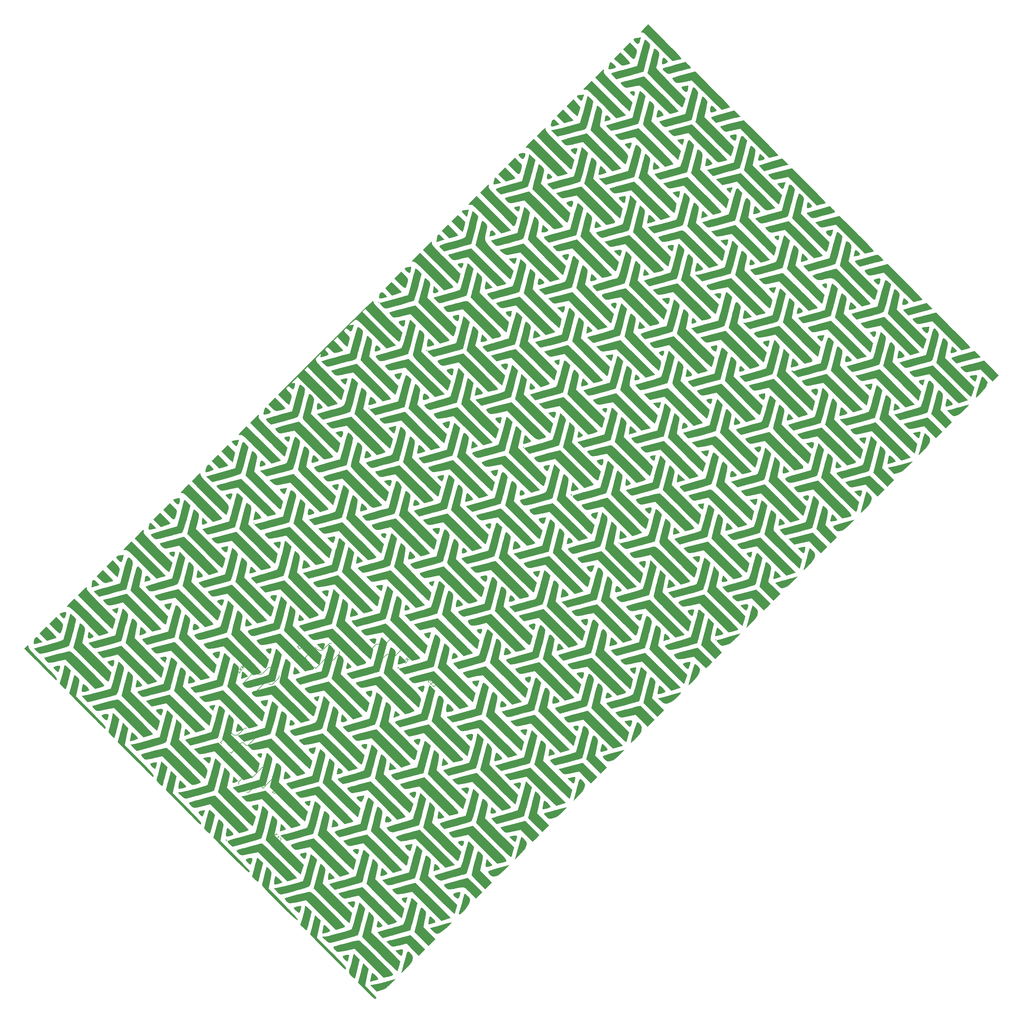
<source format=gbr>
G04 #@! TF.GenerationSoftware,KiCad,Pcbnew,9.0.2*
G04 #@! TF.CreationDate,2025-08-20T20:14:58-04:00*
G04 #@! TF.ProjectId,Trackball,54726163-6b62-4616-9c6c-2e6b69636164,rev?*
G04 #@! TF.SameCoordinates,Original*
G04 #@! TF.FileFunction,Legend,Bot*
G04 #@! TF.FilePolarity,Positive*
%FSLAX46Y46*%
G04 Gerber Fmt 4.6, Leading zero omitted, Abs format (unit mm)*
G04 Created by KiCad (PCBNEW 9.0.2) date 2025-08-20 20:14:58*
%MOMM*%
%LPD*%
G01*
G04 APERTURE LIST*
%ADD10C,0.150000*%
%ADD11C,0.010000*%
%ADD12C,0.120000*%
G04 APERTURE END LIST*
D10*
X194128785Y-95519544D02*
X193421678Y-94812437D01*
X193421678Y-94812437D02*
X193691052Y-95553216D01*
X193691052Y-95553216D02*
X192950274Y-95283842D01*
X192950274Y-95283842D02*
X193657381Y-95990949D01*
X192680900Y-95553216D02*
X192916602Y-96731727D01*
X192209495Y-96024620D02*
X193388007Y-96260323D01*
X192276839Y-97371490D02*
X192680900Y-96967429D01*
X192478869Y-97169460D02*
X191771763Y-96462353D01*
X191771763Y-96462353D02*
X191940121Y-96496025D01*
X191940121Y-96496025D02*
X192074808Y-96496025D01*
X192074808Y-96496025D02*
X192175824Y-96462353D01*
X201594418Y-76655349D02*
X200887311Y-75948242D01*
X200887311Y-75948242D02*
X201156685Y-76689021D01*
X201156685Y-76689021D02*
X200415907Y-76419647D01*
X200415907Y-76419647D02*
X201123014Y-77126754D01*
X200146533Y-76689021D02*
X200382235Y-77867532D01*
X199675128Y-77160425D02*
X200853640Y-77396128D01*
X199506770Y-77463471D02*
X199439426Y-77463471D01*
X199439426Y-77463471D02*
X199338411Y-77497143D01*
X199338411Y-77497143D02*
X199170052Y-77665502D01*
X199170052Y-77665502D02*
X199136380Y-77766517D01*
X199136380Y-77766517D02*
X199136380Y-77833860D01*
X199136380Y-77833860D02*
X199170052Y-77934876D01*
X199170052Y-77934876D02*
X199237396Y-78002219D01*
X199237396Y-78002219D02*
X199372083Y-78069563D01*
X199372083Y-78069563D02*
X200180205Y-78069563D01*
X200180205Y-78069563D02*
X199742472Y-78507295D01*
X220458613Y-69189716D02*
X219751506Y-68482609D01*
X219751506Y-68482609D02*
X220020880Y-69223388D01*
X220020880Y-69223388D02*
X219280102Y-68954014D01*
X219280102Y-68954014D02*
X219987209Y-69661121D01*
X219010728Y-69223388D02*
X219246430Y-70401899D01*
X218539323Y-69694792D02*
X219717835Y-69930495D01*
X218337293Y-69896823D02*
X217899560Y-70334556D01*
X217899560Y-70334556D02*
X218404636Y-70368227D01*
X218404636Y-70368227D02*
X218303621Y-70469243D01*
X218303621Y-70469243D02*
X218269949Y-70570258D01*
X218269949Y-70570258D02*
X218269949Y-70637601D01*
X218269949Y-70637601D02*
X218303621Y-70738617D01*
X218303621Y-70738617D02*
X218471980Y-70906975D01*
X218471980Y-70906975D02*
X218572995Y-70940647D01*
X218572995Y-70940647D02*
X218640339Y-70940647D01*
X218640339Y-70940647D02*
X218741354Y-70906975D01*
X218741354Y-70906975D02*
X218943384Y-70704945D01*
X218943384Y-70704945D02*
X218977056Y-70603930D01*
X218977056Y-70603930D02*
X218977056Y-70536586D01*
X253372311Y-73597113D02*
X252665204Y-72890006D01*
X252665204Y-72890006D02*
X252934578Y-73630785D01*
X252934578Y-73630785D02*
X252193800Y-73361411D01*
X252193800Y-73361411D02*
X252900907Y-74068518D01*
X251924426Y-73630785D02*
X252160128Y-74809296D01*
X251453021Y-74102189D02*
X252631533Y-74337892D01*
X250880602Y-74674609D02*
X251015289Y-74539922D01*
X251015289Y-74539922D02*
X251116304Y-74506250D01*
X251116304Y-74506250D02*
X251183647Y-74506250D01*
X251183647Y-74506250D02*
X251352006Y-74539922D01*
X251352006Y-74539922D02*
X251520365Y-74640937D01*
X251520365Y-74640937D02*
X251789739Y-74910311D01*
X251789739Y-74910311D02*
X251823411Y-75011327D01*
X251823411Y-75011327D02*
X251823411Y-75078670D01*
X251823411Y-75078670D02*
X251789739Y-75179685D01*
X251789739Y-75179685D02*
X251655052Y-75314372D01*
X251655052Y-75314372D02*
X251554037Y-75348044D01*
X251554037Y-75348044D02*
X251486693Y-75348044D01*
X251486693Y-75348044D02*
X251385678Y-75314372D01*
X251385678Y-75314372D02*
X251217319Y-75146014D01*
X251217319Y-75146014D02*
X251183647Y-75044998D01*
X251183647Y-75044998D02*
X251183647Y-74977655D01*
X251183647Y-74977655D02*
X251217319Y-74876640D01*
X251217319Y-74876640D02*
X251352006Y-74741953D01*
X251352006Y-74741953D02*
X251453021Y-74708281D01*
X251453021Y-74708281D02*
X251520365Y-74708281D01*
X251520365Y-74708281D02*
X251621380Y-74741953D01*
X212678316Y-114291108D02*
X211971209Y-113584001D01*
X211971209Y-113584001D02*
X212240583Y-114324780D01*
X212240583Y-114324780D02*
X211499805Y-114055406D01*
X211499805Y-114055406D02*
X212206912Y-114762513D01*
X211230431Y-114324780D02*
X211466133Y-115503291D01*
X210759026Y-114796184D02*
X211937538Y-115031887D01*
X210556996Y-114998215D02*
X210085591Y-115469619D01*
X210085591Y-115469619D02*
X211095744Y-115873680D01*
X259890240Y-82265063D02*
X259890240Y-82332407D01*
X259890240Y-82332407D02*
X259957584Y-82467094D01*
X259957584Y-82467094D02*
X260024927Y-82534437D01*
X260024927Y-82534437D02*
X260159614Y-82601781D01*
X260159614Y-82601781D02*
X260294301Y-82601781D01*
X260294301Y-82601781D02*
X260395316Y-82568109D01*
X260395316Y-82568109D02*
X260563675Y-82467094D01*
X260563675Y-82467094D02*
X260664690Y-82366079D01*
X260664690Y-82366079D02*
X260765706Y-82197720D01*
X260765706Y-82197720D02*
X260799377Y-82096705D01*
X260799377Y-82096705D02*
X260799377Y-81962018D01*
X260799377Y-81962018D02*
X260732034Y-81827331D01*
X260732034Y-81827331D02*
X260664690Y-81759987D01*
X260664690Y-81759987D02*
X260530003Y-81692644D01*
X260530003Y-81692644D02*
X260462660Y-81692644D01*
X259149462Y-81658972D02*
X259553523Y-82063033D01*
X259351492Y-81861002D02*
X260058599Y-81153896D01*
X260058599Y-81153896D02*
X260024927Y-81322254D01*
X260024927Y-81322254D02*
X260024927Y-81456941D01*
X260024927Y-81456941D02*
X260058599Y-81557957D01*
X259216805Y-80312102D02*
X259553523Y-80648819D01*
X259553523Y-80648819D02*
X259250477Y-81019208D01*
X259250477Y-81019208D02*
X259250477Y-80951865D01*
X259250477Y-80951865D02*
X259216805Y-80850850D01*
X259216805Y-80850850D02*
X259048446Y-80682491D01*
X259048446Y-80682491D02*
X258947431Y-80648819D01*
X258947431Y-80648819D02*
X258880087Y-80648819D01*
X258880087Y-80648819D02*
X258779072Y-80682491D01*
X258779072Y-80682491D02*
X258610713Y-80850850D01*
X258610713Y-80850850D02*
X258577042Y-80951865D01*
X258577042Y-80951865D02*
X258577042Y-81019208D01*
X258577042Y-81019208D02*
X258610713Y-81120224D01*
X258610713Y-81120224D02*
X258779072Y-81288582D01*
X258779072Y-81288582D02*
X258880087Y-81322254D01*
X258880087Y-81322254D02*
X258947431Y-81322254D01*
X211948401Y-130206902D02*
X211948401Y-130274246D01*
X211948401Y-130274246D02*
X212015745Y-130408933D01*
X212015745Y-130408933D02*
X212083088Y-130476276D01*
X212083088Y-130476276D02*
X212217775Y-130543620D01*
X212217775Y-130543620D02*
X212352462Y-130543620D01*
X212352462Y-130543620D02*
X212453477Y-130509948D01*
X212453477Y-130509948D02*
X212621836Y-130408933D01*
X212621836Y-130408933D02*
X212722851Y-130307918D01*
X212722851Y-130307918D02*
X212823867Y-130139559D01*
X212823867Y-130139559D02*
X212857538Y-130038544D01*
X212857538Y-130038544D02*
X212857538Y-129903857D01*
X212857538Y-129903857D02*
X212790195Y-129769170D01*
X212790195Y-129769170D02*
X212722851Y-129701826D01*
X212722851Y-129701826D02*
X212588164Y-129634483D01*
X212588164Y-129634483D02*
X212520821Y-129634483D01*
X211207623Y-129600811D02*
X211611684Y-130004872D01*
X211409653Y-129802841D02*
X212116760Y-129095735D01*
X212116760Y-129095735D02*
X212083088Y-129264093D01*
X212083088Y-129264093D02*
X212083088Y-129398780D01*
X212083088Y-129398780D02*
X212116760Y-129499796D01*
X211679027Y-128658002D02*
X211241294Y-128220269D01*
X211241294Y-128220269D02*
X211207622Y-128725345D01*
X211207622Y-128725345D02*
X211106607Y-128624330D01*
X211106607Y-128624330D02*
X211005592Y-128590658D01*
X211005592Y-128590658D02*
X210938248Y-128590658D01*
X210938248Y-128590658D02*
X210837233Y-128624330D01*
X210837233Y-128624330D02*
X210668874Y-128792689D01*
X210668874Y-128792689D02*
X210635203Y-128893704D01*
X210635203Y-128893704D02*
X210635203Y-128961047D01*
X210635203Y-128961047D02*
X210668874Y-129062063D01*
X210668874Y-129062063D02*
X210870905Y-129264093D01*
X210870905Y-129264093D02*
X210971920Y-129297765D01*
X210971920Y-129297765D02*
X211039264Y-129297765D01*
X193958703Y-99996164D02*
X194312256Y-100349717D01*
X196857841Y-102895301D02*
X197282105Y-103319566D01*
X197282105Y-103319566D02*
X200464085Y-100137585D01*
X197140683Y-96814183D02*
X193958703Y-99996164D01*
X197635658Y-97309158D02*
X197140683Y-96814183D01*
X201171192Y-100137585D02*
X201878299Y-100844692D01*
X202585405Y-100844692D02*
X201878299Y-100844692D01*
X201524745Y-95541391D02*
X199756978Y-97309158D01*
X204706726Y-98723371D02*
X202585405Y-100844692D01*
X202231852Y-95541391D02*
X201524745Y-95541391D01*
X204706726Y-98016265D02*
X204706726Y-98723371D01*
X200464085Y-100137585D02*
G75*
G02*
X201171192Y-100137585I353553J-353555D01*
G01*
X199756978Y-97309158D02*
G75*
G02*
X197635658Y-97309158I-1060660J1060662D01*
G01*
X201424336Y-81131969D02*
X201777889Y-81485522D01*
X204323474Y-84031106D02*
X204747738Y-84455371D01*
X204747738Y-84455371D02*
X207929718Y-81273390D01*
X204606316Y-77949988D02*
X201424336Y-81131969D01*
X205101291Y-78444963D02*
X204606316Y-77949988D01*
X208636825Y-81273390D02*
X209343932Y-81980497D01*
X210051038Y-81980497D02*
X209343932Y-81980497D01*
X208990378Y-76677196D02*
X207222611Y-78444963D01*
X212172359Y-79859176D02*
X210051038Y-81980497D01*
X209697485Y-76677196D02*
X208990378Y-76677196D01*
X212172359Y-79152070D02*
X212172359Y-79859176D01*
X207929718Y-81273390D02*
G75*
G02*
X208636825Y-81273390I353553J-353555D01*
G01*
X207222611Y-78444963D02*
G75*
G02*
X205101291Y-78444963I-1060660J1060662D01*
G01*
X220288531Y-73666336D02*
X220642084Y-74019889D01*
X223187669Y-76565473D02*
X223611933Y-76989738D01*
X223611933Y-76989738D02*
X226793913Y-73807757D01*
X223470511Y-70484355D02*
X220288531Y-73666336D01*
X223965486Y-70979330D02*
X223470511Y-70484355D01*
X227501020Y-73807757D02*
X228208127Y-74514864D01*
X228915233Y-74514864D02*
X228208127Y-74514864D01*
X227854573Y-69211563D02*
X226086806Y-70979330D01*
X231036554Y-72393543D02*
X228915233Y-74514864D01*
X228561680Y-69211563D02*
X227854573Y-69211563D01*
X231036554Y-71686437D02*
X231036554Y-72393543D01*
X226793913Y-73807757D02*
G75*
G02*
X227501020Y-73807757I353553J-353555D01*
G01*
X226086806Y-70979330D02*
G75*
G02*
X223965486Y-70979330I-1060660J1060662D01*
G01*
X240332886Y-72275456D02*
X240332886Y-71568350D01*
X242807760Y-74750330D02*
X243514867Y-74750330D01*
X240332886Y-71568350D02*
X242454207Y-69447029D01*
X243514867Y-74750330D02*
X245282634Y-72982563D01*
X242454207Y-69447029D02*
X243161313Y-69447029D01*
X243868420Y-70154136D02*
X243161313Y-69447029D01*
X247403954Y-72982563D02*
X247898929Y-73477538D01*
X247898929Y-73477538D02*
X251080909Y-70295557D01*
X247757507Y-66972155D02*
X244575527Y-70154136D01*
X248181771Y-67396420D02*
X247757507Y-66972155D01*
X251080909Y-70295557D02*
X250727356Y-69942004D01*
X245282634Y-72982563D02*
G75*
G02*
X247403954Y-72982563I1060660J-1060662D01*
G01*
X244575527Y-70154136D02*
G75*
G02*
X243868420Y-70154136I-353553J353555D01*
G01*
X199638891Y-112969451D02*
X199638891Y-112262345D01*
X202113765Y-115444325D02*
X202820872Y-115444325D01*
X199638891Y-112262345D02*
X201760212Y-110141024D01*
X202820872Y-115444325D02*
X204588639Y-113676558D01*
X201760212Y-110141024D02*
X202467318Y-110141024D01*
X203174425Y-110848131D02*
X202467318Y-110141024D01*
X206709959Y-113676558D02*
X207204934Y-114171533D01*
X207204934Y-114171533D02*
X210386914Y-110989552D01*
X207063512Y-107666150D02*
X203881532Y-110848131D01*
X207487776Y-108090415D02*
X207063512Y-107666150D01*
X210386914Y-110989552D02*
X210033361Y-110635999D01*
X204588639Y-113676558D02*
G75*
G02*
X206709959Y-113676558I1060660J-1060662D01*
G01*
X203881532Y-110848131D02*
G75*
G02*
X203174425Y-110848131I-353553J353555D01*
G01*
D11*
X204443309Y-31808666D02*
X204443309Y-31997723D01*
X204254251Y-31997724D01*
X204254251Y-31808665D01*
X204443309Y-31808666D01*
G36*
X204443309Y-31808666D02*
G01*
X204443309Y-31997723D01*
X204254251Y-31997724D01*
X204254251Y-31808665D01*
X204443309Y-31808666D01*
G37*
X249250061Y-76804475D02*
X249061002Y-76804475D01*
X249061003Y-76615417D01*
X249250060Y-76615417D01*
X249250061Y-76804475D01*
G36*
X249250061Y-76804475D02*
G01*
X249061002Y-76804475D01*
X249061003Y-76615417D01*
X249250060Y-76615417D01*
X249250061Y-76804475D01*
G37*
X240175275Y3923300D02*
X240175275Y3734243D01*
X239986218Y3734243D01*
X239986217Y3923301D01*
X240175275Y3923300D01*
G36*
X240175275Y3923300D02*
G01*
X240175275Y3734243D01*
X239986218Y3734243D01*
X239986217Y3923301D01*
X240175275Y3923300D01*
G37*
X243200203Y36630339D02*
X243011145Y36630339D01*
X243011145Y36819397D01*
X243200203Y36819397D01*
X243200203Y36630339D01*
G36*
X243200203Y36630339D02*
G01*
X243011145Y36630339D01*
X243011145Y36819397D01*
X243200203Y36819397D01*
X243200203Y36630339D01*
G37*
X258135788Y21694755D02*
X257946730Y21694755D01*
X257946729Y21883813D01*
X258135788Y21883813D01*
X258135788Y21694755D01*
G36*
X258135788Y21694755D02*
G01*
X257946730Y21694755D01*
X257946729Y21883813D01*
X258135788Y21883813D01*
X258135788Y21694755D01*
G37*
X288196013Y-8365471D02*
X288006955Y-8365470D01*
X288006955Y-8176412D01*
X288196013Y-8176412D01*
X288196013Y-8365471D01*
G36*
X288196013Y-8365471D02*
G01*
X288006955Y-8365470D01*
X288006955Y-8176412D01*
X288196013Y-8176412D01*
X288196013Y-8365471D01*
G37*
X317878123Y-37858523D02*
X317878123Y-38047580D01*
X317689065Y-38047580D01*
X317689065Y-37858522D01*
X317878123Y-37858523D01*
G36*
X317878123Y-37858523D02*
G01*
X317878123Y-38047580D01*
X317689065Y-38047580D01*
X317689065Y-37858522D01*
X317878123Y-37858523D01*
G37*
X347938349Y-67918749D02*
X347938349Y-68107806D01*
X347749291Y-68107806D01*
X347749290Y-67918748D01*
X347938349Y-67918749D01*
G36*
X347938349Y-67918749D02*
G01*
X347938349Y-68107806D01*
X347749291Y-68107806D01*
X347749290Y-67918748D01*
X347938349Y-67918749D01*
G37*
X195841169Y-130213367D02*
X195927612Y-130327098D01*
X195841169Y-130465444D01*
X195790832Y-130460361D01*
X195589091Y-130213367D01*
X195616379Y-130126924D01*
X195841169Y-130213367D01*
G36*
X195841169Y-130213367D02*
G01*
X195927612Y-130327098D01*
X195841169Y-130465444D01*
X195790832Y-130460361D01*
X195589091Y-130213367D01*
X195616379Y-130126924D01*
X195841169Y-130213367D01*
G37*
X303037068Y-23017468D02*
X303123511Y-23131198D01*
X303037068Y-23269544D01*
X302986732Y-23264462D01*
X302784991Y-23017467D01*
X302812279Y-22931024D01*
X303037068Y-23017468D01*
G36*
X303037068Y-23017468D02*
G01*
X303123511Y-23131198D01*
X303037068Y-23269544D01*
X302986732Y-23264462D01*
X302784991Y-23017467D01*
X302812279Y-22931024D01*
X303037068Y-23017468D01*
G37*
X162041001Y-58946051D02*
X161992428Y-59314088D01*
X161813268Y-59826958D01*
X161490152Y-59848086D01*
X160955109Y-59406282D01*
X160288550Y-58739723D01*
X161206330Y-58447606D01*
X162124108Y-58155489D01*
X162041001Y-58946051D01*
G36*
X162041001Y-58946051D02*
G01*
X161992428Y-59314088D01*
X161813268Y-59826958D01*
X161490152Y-59848086D01*
X160955109Y-59406282D01*
X160288550Y-58739723D01*
X161206330Y-58447606D01*
X162124108Y-58155489D01*
X162041001Y-58946051D01*
G37*
X278483719Y41238067D02*
X277308578Y40908577D01*
X277255170Y40893724D01*
X276533766Y40750081D01*
X276173204Y40877634D01*
X276116681Y41352543D01*
X276307398Y42250969D01*
X276547568Y43174219D01*
X278483719Y41238067D01*
G36*
X278483719Y41238067D02*
G01*
X277308578Y40908577D01*
X277255170Y40893724D01*
X276533766Y40750081D01*
X276173204Y40877634D01*
X276116681Y41352543D01*
X276307398Y42250969D01*
X276547568Y43174219D01*
X278483719Y41238067D01*
G37*
X262049303Y57578994D02*
X262677022Y57044764D01*
X263531626Y56190160D01*
X262329805Y55800335D01*
X261127983Y55410511D01*
X261239818Y56417678D01*
X261383977Y57246152D01*
X261637648Y57654571D01*
X262049303Y57578994D01*
G36*
X262049303Y57578994D02*
G01*
X262677022Y57044764D01*
X263531626Y56190160D01*
X262329805Y55800335D01*
X261127983Y55410511D01*
X261239818Y56417678D01*
X261383977Y57246152D01*
X261637648Y57654571D01*
X262049303Y57578994D01*
G37*
X248575605Y-108080826D02*
X247523488Y-108352114D01*
X247286640Y-108409262D01*
X246660292Y-108516268D01*
X246350592Y-108497944D01*
X246328690Y-108437728D01*
X246344015Y-107988898D01*
X246462056Y-107286003D01*
X246694301Y-106199521D01*
X248575605Y-108080826D01*
G36*
X248575605Y-108080826D02*
G01*
X247523488Y-108352114D01*
X247286640Y-108409262D01*
X246660292Y-108516268D01*
X246350592Y-108497944D01*
X246328690Y-108437728D01*
X246344015Y-107988898D01*
X246462056Y-107286003D01*
X246694301Y-106199521D01*
X248575605Y-108080826D01*
G37*
X188800201Y-121880289D02*
X188628844Y-122416206D01*
X188397088Y-122826881D01*
X188097912Y-122794960D01*
X187617145Y-122367459D01*
X187367933Y-122092032D01*
X187164841Y-121626807D01*
X187450509Y-121321066D01*
X188244800Y-121135830D01*
X189053105Y-121030143D01*
X188800201Y-121880289D01*
G36*
X188800201Y-121880289D02*
G01*
X188628844Y-122416206D01*
X188397088Y-122826881D01*
X188097912Y-122794960D01*
X187617145Y-122367459D01*
X187367933Y-122092032D01*
X187164841Y-121626807D01*
X187450509Y-121321066D01*
X188244800Y-121135830D01*
X189053105Y-121030143D01*
X188800201Y-121880289D01*
G37*
X190752874Y-104515459D02*
X190922484Y-104809630D01*
X190829954Y-105443662D01*
X190659707Y-106070623D01*
X190436353Y-106388539D01*
X190083804Y-106261402D01*
X189489159Y-105711787D01*
X188619832Y-104842460D01*
X189618029Y-104618242D01*
X190230584Y-104499481D01*
X190752874Y-104515459D01*
G36*
X190752874Y-104515459D02*
G01*
X190922484Y-104809630D01*
X190829954Y-105443662D01*
X190659707Y-106070623D01*
X190436353Y-106388539D01*
X190083804Y-106261402D01*
X189489159Y-105711787D01*
X188619832Y-104842460D01*
X189618029Y-104618242D01*
X190230584Y-104499481D01*
X190752874Y-104515459D01*
G37*
X235559626Y-149322211D02*
X235729236Y-149616382D01*
X235636706Y-150250414D01*
X235466458Y-150877374D01*
X235243104Y-151195290D01*
X234890555Y-151068153D01*
X234295911Y-150518538D01*
X233426584Y-149649211D01*
X234424781Y-149424993D01*
X235037336Y-149306233D01*
X235559626Y-149322211D01*
G36*
X235559626Y-149322211D02*
G01*
X235729236Y-149616382D01*
X235636706Y-150250414D01*
X235466458Y-150877374D01*
X235243104Y-151195290D01*
X234890555Y-151068153D01*
X234295911Y-150518538D01*
X233426584Y-149649211D01*
X234424781Y-149424993D01*
X235037336Y-149306233D01*
X235559626Y-149322211D01*
G37*
X250495210Y-164257794D02*
X250664820Y-164551965D01*
X250572290Y-165185998D01*
X250402043Y-165812958D01*
X250178688Y-166130874D01*
X249826139Y-166003737D01*
X249231494Y-165454122D01*
X248362167Y-164584795D01*
X249360365Y-164360577D01*
X249972919Y-164241816D01*
X250495210Y-164257794D01*
G36*
X250495210Y-164257794D02*
G01*
X250664820Y-164551965D01*
X250572290Y-165185998D01*
X250402043Y-165812958D01*
X250178688Y-166130874D01*
X249826139Y-166003737D01*
X249231494Y-165454122D01*
X248362167Y-164584795D01*
X249360365Y-164360577D01*
X249972919Y-164241816D01*
X250495210Y-164257794D01*
G37*
X198760880Y-111202347D02*
X199029229Y-111473467D01*
X199301341Y-111839043D01*
X199155061Y-112063161D01*
X198561059Y-112308141D01*
X198254304Y-112414168D01*
X197826181Y-112454630D01*
X197714843Y-112153788D01*
X197856351Y-111432167D01*
X198088488Y-110529955D01*
X198760880Y-111202347D01*
G36*
X198760880Y-111202347D02*
G01*
X199029229Y-111473467D01*
X199301341Y-111839043D01*
X199155061Y-112063161D01*
X198561059Y-112308141D01*
X198254304Y-112414168D01*
X197826181Y-112454630D01*
X197714843Y-112153788D01*
X197856351Y-111432167D01*
X198088488Y-110529955D01*
X198760880Y-111202347D01*
G37*
X243662160Y-156103628D02*
X243986424Y-156443933D01*
X244255298Y-156874134D01*
X244073310Y-157123783D01*
X243420608Y-157290406D01*
X243140250Y-157333143D01*
X242662590Y-157298364D01*
X242527531Y-156966923D01*
X242663103Y-156238918D01*
X242895239Y-155336707D01*
X243662160Y-156103628D01*
G36*
X243662160Y-156103628D02*
G01*
X243986424Y-156443933D01*
X244255298Y-156874134D01*
X244073310Y-157123783D01*
X243420608Y-157290406D01*
X243140250Y-157333143D01*
X242662590Y-157298364D01*
X242527531Y-156966923D01*
X242663103Y-156238918D01*
X242895239Y-155336707D01*
X243662160Y-156103628D01*
G37*
X153879081Y-66320548D02*
X154251509Y-66699152D01*
X154491227Y-67048311D01*
X154330797Y-67265530D01*
X153754307Y-67501389D01*
X153530342Y-67576261D01*
X152977042Y-67601966D01*
X152770005Y-67238866D01*
X152887721Y-66461146D01*
X153131642Y-65573109D01*
X153879081Y-66320548D01*
G36*
X153879081Y-66320548D02*
G01*
X154251509Y-66699152D01*
X154491227Y-67048311D01*
X154330797Y-67265530D01*
X153754307Y-67501389D01*
X153530342Y-67576261D01*
X152977042Y-67601966D01*
X152770005Y-67238866D01*
X152887721Y-66461146D01*
X153131642Y-65573109D01*
X153879081Y-66320548D01*
G37*
X183385707Y-95883205D02*
X183930513Y-96371981D01*
X184342130Y-96796895D01*
X184538617Y-97143395D01*
X184301237Y-97370517D01*
X183591932Y-97618361D01*
X182704955Y-97900675D01*
X182804623Y-96906805D01*
X182896641Y-96213202D01*
X183069017Y-95817009D01*
X183385707Y-95883205D01*
G36*
X183385707Y-95883205D02*
G01*
X183930513Y-96371981D01*
X184342130Y-96796895D01*
X184538617Y-97143395D01*
X184301237Y-97370517D01*
X183591932Y-97618361D01*
X182704955Y-97900675D01*
X182804623Y-96906805D01*
X182896641Y-96213202D01*
X183069017Y-95817009D01*
X183385707Y-95883205D01*
G37*
X221785741Y-118796028D02*
X221729674Y-119084568D01*
X221537210Y-119588014D01*
X221227410Y-119600207D01*
X220702299Y-119153472D01*
X220428753Y-118870091D01*
X220181802Y-118488918D01*
X220388454Y-118289530D01*
X221089019Y-118169343D01*
X221913497Y-118070863D01*
X221785741Y-118796028D01*
G36*
X221785741Y-118796028D02*
G01*
X221729674Y-119084568D01*
X221537210Y-119588014D01*
X221227410Y-119600207D01*
X220702299Y-119153472D01*
X220428753Y-118870091D01*
X220181802Y-118488918D01*
X220388454Y-118289530D01*
X221089019Y-118169343D01*
X221913497Y-118070863D01*
X221785741Y-118796028D01*
G37*
X238334278Y-117338208D02*
X238218632Y-117690976D01*
X237910806Y-118229213D01*
X237506010Y-118286291D01*
X236908917Y-117899767D01*
X236466857Y-117482415D01*
X236272146Y-117047302D01*
X236582641Y-116762692D01*
X237408699Y-116601688D01*
X238588956Y-116484272D01*
X238334278Y-117338208D01*
G36*
X238334278Y-117338208D02*
G01*
X238218632Y-117690976D01*
X237910806Y-118229213D01*
X237506010Y-118286291D01*
X236908917Y-117899767D01*
X236466857Y-117482415D01*
X236272146Y-117047302D01*
X236582641Y-116762692D01*
X237408699Y-116601688D01*
X238588956Y-116484272D01*
X238334278Y-117338208D01*
G37*
X223339954Y-102381747D02*
X223177605Y-103020218D01*
X222901553Y-103484440D01*
X222508840Y-103464226D01*
X221931176Y-102989011D01*
X221530376Y-102537388D01*
X221391277Y-102124574D01*
X221722315Y-101853733D01*
X222555782Y-101655946D01*
X223522346Y-101493388D01*
X223339954Y-102381747D01*
G36*
X223339954Y-102381747D02*
G01*
X223177605Y-103020218D01*
X222901553Y-103484440D01*
X222508840Y-103464226D01*
X221931176Y-102989011D01*
X221530376Y-102537388D01*
X221391277Y-102124574D01*
X221722315Y-101853733D01*
X222555782Y-101655946D01*
X223522346Y-101493388D01*
X223339954Y-102381747D01*
G37*
X178593875Y-57591571D02*
X178366572Y-58253290D01*
X178065292Y-58685183D01*
X177680684Y-58649671D01*
X177124424Y-58182259D01*
X176703908Y-57693319D01*
X176597173Y-57272731D01*
X176969039Y-57006044D01*
X177846152Y-56843847D01*
X178849589Y-56732433D01*
X178593875Y-57591571D01*
G36*
X178593875Y-57591571D02*
G01*
X178366572Y-58253290D01*
X178065292Y-58685183D01*
X177680684Y-58649671D01*
X177124424Y-58182259D01*
X176703908Y-57693319D01*
X176597173Y-57272731D01*
X176969039Y-57006044D01*
X177846152Y-56843847D01*
X178849589Y-56732433D01*
X178593875Y-57591571D01*
G37*
X171736271Y-48634829D02*
X171984765Y-48902744D01*
X172206283Y-49340303D01*
X171957506Y-49632894D01*
X171206216Y-49854659D01*
X170405877Y-50021365D01*
X170508104Y-49237772D01*
X170574085Y-48842775D01*
X170808253Y-48278337D01*
X171183099Y-48215183D01*
X171736271Y-48634829D01*
G36*
X171736271Y-48634829D02*
G01*
X171984765Y-48902744D01*
X172206283Y-49340303D01*
X171957506Y-49632894D01*
X171206216Y-49854659D01*
X170405877Y-50021365D01*
X170508104Y-49237772D01*
X170574085Y-48842775D01*
X170808253Y-48278337D01*
X171183099Y-48215183D01*
X171736271Y-48634829D01*
G37*
X231478606Y-108377165D02*
X231702177Y-108621071D01*
X231932760Y-109103576D01*
X231672348Y-109433567D01*
X230901013Y-109655142D01*
X230144757Y-109788376D01*
X230248712Y-108992445D01*
X230317654Y-108581886D01*
X230552403Y-108019589D01*
X230926610Y-107957741D01*
X231478606Y-108377165D01*
G36*
X231478606Y-108377165D02*
G01*
X231702177Y-108621071D01*
X231932760Y-109103576D01*
X231672348Y-109433567D01*
X230901013Y-109655142D01*
X230144757Y-109788376D01*
X230248712Y-108992445D01*
X230317654Y-108581886D01*
X230552403Y-108019589D01*
X230926610Y-107957741D01*
X231478606Y-108377165D01*
G37*
X224481354Y-86301414D02*
X224403192Y-86562607D01*
X224175382Y-87067650D01*
X223893308Y-87107851D01*
X223443640Y-86730021D01*
X223279125Y-86558535D01*
X223029332Y-86156669D01*
X223231165Y-85910882D01*
X223926077Y-85735741D01*
X224681704Y-85602619D01*
X224481354Y-86301414D01*
G36*
X224481354Y-86301414D02*
G01*
X224403192Y-86562607D01*
X224175382Y-87067650D01*
X223893308Y-87107851D01*
X223443640Y-86730021D01*
X223279125Y-86558535D01*
X223029332Y-86156669D01*
X223231165Y-85910882D01*
X223926077Y-85735741D01*
X224681704Y-85602619D01*
X224481354Y-86301414D01*
G37*
X187804464Y-47309685D02*
X188201036Y-47745856D01*
X188439842Y-48241230D01*
X188197623Y-48561875D01*
X187459433Y-48771101D01*
X187016591Y-48829345D01*
X186661064Y-48737963D01*
X186583313Y-48344590D01*
X186719721Y-47543667D01*
X186951965Y-46457186D01*
X187804464Y-47309685D01*
G36*
X187804464Y-47309685D02*
G01*
X188201036Y-47745856D01*
X188439842Y-48241230D01*
X188197623Y-48561875D01*
X187459433Y-48771101D01*
X187016591Y-48829345D01*
X186661064Y-48737963D01*
X186583313Y-48344590D01*
X186719721Y-47543667D01*
X186951965Y-46457186D01*
X187804464Y-47309685D01*
G37*
X232611216Y-92116437D02*
X233007788Y-92552608D01*
X233246593Y-93047981D01*
X233004375Y-93368627D01*
X232266184Y-93577852D01*
X231823343Y-93636096D01*
X231467816Y-93544715D01*
X231390065Y-93151342D01*
X231526473Y-92350419D01*
X231758717Y-91263938D01*
X232611216Y-92116437D01*
G36*
X232611216Y-92116437D02*
G01*
X233007788Y-92552608D01*
X233246593Y-93047981D01*
X233004375Y-93368627D01*
X232266184Y-93577852D01*
X231823343Y-93636096D01*
X231467816Y-93544715D01*
X231390065Y-93151342D01*
X231526473Y-92350419D01*
X231758717Y-91263938D01*
X232611216Y-92116437D01*
G37*
X226138017Y-69173312D02*
X226335229Y-69475967D01*
X226224208Y-70108744D01*
X226020842Y-70722636D01*
X225782109Y-71033239D01*
X225430838Y-70904215D01*
X224843010Y-70357936D01*
X223973683Y-69488609D01*
X224971880Y-69264391D01*
X225561997Y-69153197D01*
X226138017Y-69173312D01*
G36*
X226138017Y-69173312D02*
G01*
X226335229Y-69475967D01*
X226224208Y-70108744D01*
X226020842Y-70722636D01*
X225782109Y-71033239D01*
X225430838Y-70904215D01*
X224843010Y-70357936D01*
X223973683Y-69488609D01*
X224971880Y-69264391D01*
X225561997Y-69153197D01*
X226138017Y-69173312D01*
G37*
X270944769Y-113980064D02*
X271141981Y-114282718D01*
X271030959Y-114915496D01*
X270827593Y-115529388D01*
X270588861Y-115839991D01*
X270237589Y-115710966D01*
X269649761Y-115164688D01*
X268780434Y-114295361D01*
X269778632Y-114071143D01*
X270368748Y-113959948D01*
X270944769Y-113980064D01*
G36*
X270944769Y-113980064D02*
G01*
X271141981Y-114282718D01*
X271030959Y-114915496D01*
X270827593Y-115529388D01*
X270588861Y-115839991D01*
X270237589Y-115710966D01*
X269649761Y-115164688D01*
X268780434Y-114295361D01*
X269778632Y-114071143D01*
X270368748Y-113959948D01*
X270944769Y-113980064D01*
G37*
X285880352Y-128915648D02*
X286077565Y-129218302D01*
X285966543Y-129851079D01*
X285763177Y-130464972D01*
X285524444Y-130775575D01*
X285173174Y-130646550D01*
X284585345Y-130100271D01*
X283716018Y-129230944D01*
X284714215Y-129006727D01*
X285304333Y-128895533D01*
X285880352Y-128915648D01*
G36*
X285880352Y-128915648D02*
G01*
X286077565Y-129218302D01*
X285966543Y-129851079D01*
X285763177Y-130464972D01*
X285524444Y-130775575D01*
X285173174Y-130646550D01*
X284585345Y-130100271D01*
X283716018Y-129230944D01*
X284714215Y-129006727D01*
X285304333Y-128895533D01*
X285880352Y-128915648D01*
G37*
X189211264Y-30945030D02*
X189612760Y-31353927D01*
X189843864Y-31698780D01*
X189679881Y-31914129D01*
X189108158Y-32147539D01*
X188776038Y-32258227D01*
X188343030Y-32269700D01*
X188198512Y-31924871D01*
X188278848Y-31146962D01*
X188442158Y-30175924D01*
X189211264Y-30945030D01*
G36*
X189211264Y-30945030D02*
G01*
X189612760Y-31353927D01*
X189843864Y-31698780D01*
X189679881Y-31914129D01*
X189108158Y-32147539D01*
X188776038Y-32258227D01*
X188343030Y-32269700D01*
X188198512Y-31924871D01*
X188278848Y-31146962D01*
X188442158Y-30175924D01*
X189211264Y-30945030D01*
G37*
X219273675Y-61007442D02*
X219660739Y-61406741D01*
X219896357Y-61772982D01*
X219705844Y-61975921D01*
X219066910Y-62137387D01*
X218732086Y-62199462D01*
X218261243Y-62182437D01*
X218135217Y-61863417D01*
X218274618Y-61142732D01*
X218506754Y-60240521D01*
X219273675Y-61007442D01*
G36*
X219273675Y-61007442D02*
G01*
X219660739Y-61406741D01*
X219896357Y-61772982D01*
X219705844Y-61975921D01*
X219066910Y-62137387D01*
X218732086Y-62199462D01*
X218261243Y-62182437D01*
X218135217Y-61863417D01*
X218274618Y-61142732D01*
X218506754Y-60240521D01*
X219273675Y-61007442D01*
G37*
X234114730Y-75848496D02*
X234383080Y-76119617D01*
X234655192Y-76485192D01*
X234508912Y-76709311D01*
X233914910Y-76954290D01*
X233608154Y-77060318D01*
X233180031Y-77100780D01*
X233068694Y-76799938D01*
X233210202Y-76078316D01*
X233442338Y-75176104D01*
X234114730Y-75848496D01*
G36*
X234114730Y-75848496D02*
G01*
X234383080Y-76119617D01*
X234655192Y-76485192D01*
X234508912Y-76709311D01*
X233914910Y-76954290D01*
X233608154Y-77060318D01*
X233180031Y-77100780D01*
X233068694Y-76799938D01*
X233210202Y-76078316D01*
X233442338Y-75176104D01*
X234114730Y-75848496D01*
G37*
X279016011Y-120749777D02*
X279340274Y-121090083D01*
X279609149Y-121520283D01*
X279427160Y-121769932D01*
X278774458Y-121936556D01*
X278494101Y-121979293D01*
X278016440Y-121944514D01*
X277881382Y-121613072D01*
X278016954Y-120885068D01*
X278249090Y-119982856D01*
X279016011Y-120749777D01*
G36*
X279016011Y-120749777D02*
G01*
X279340274Y-121090083D01*
X279609149Y-121520283D01*
X279427160Y-121769932D01*
X278774458Y-121936556D01*
X278494101Y-121979293D01*
X278016440Y-121944514D01*
X277881382Y-121613072D01*
X278016954Y-120885068D01*
X278249090Y-119982856D01*
X279016011Y-120749777D01*
G37*
X248565744Y-90360446D02*
X249061003Y-90794769D01*
X249412926Y-91159953D01*
X249582985Y-91479869D01*
X249338392Y-91698744D01*
X248630908Y-91945661D01*
X247746947Y-92227014D01*
X247932576Y-91323079D01*
X248060429Y-90768884D01*
X248264480Y-90336714D01*
X248565744Y-90360446D01*
G36*
X248565744Y-90360446D02*
G01*
X249061003Y-90794769D01*
X249412926Y-91159953D01*
X249582985Y-91479869D01*
X249338392Y-91698744D01*
X248630908Y-91945661D01*
X247746947Y-92227014D01*
X247932576Y-91323079D01*
X248060429Y-90768884D01*
X248264480Y-90336714D01*
X248565744Y-90360446D01*
G37*
X242352010Y-67958856D02*
X242260491Y-68586029D01*
X242121401Y-68959924D01*
X241880703Y-69324970D01*
X241557240Y-69251660D01*
X241015347Y-68758820D01*
X240248427Y-67991900D01*
X241150639Y-67759763D01*
X241339189Y-67714994D01*
X242051762Y-67673612D01*
X242352010Y-67958856D01*
G36*
X242352010Y-67958856D02*
G01*
X242260491Y-68586029D01*
X242121401Y-68959924D01*
X241880703Y-69324970D01*
X241557240Y-69251660D01*
X241015347Y-68758820D01*
X240248427Y-67991900D01*
X241150639Y-67759763D01*
X241339189Y-67714994D01*
X242051762Y-67673612D01*
X242352010Y-67958856D01*
G37*
X274067854Y-81602974D02*
X273882307Y-82178045D01*
X273645329Y-82560372D01*
X273321680Y-82489322D01*
X272787785Y-82003571D01*
X272387435Y-81560590D01*
X272228243Y-81159516D01*
X272540954Y-80932964D01*
X273355914Y-80817589D01*
X274323244Y-80744871D01*
X274067854Y-81602974D01*
G36*
X274067854Y-81602974D02*
G01*
X273882307Y-82178045D01*
X273645329Y-82560372D01*
X273321680Y-82489322D01*
X272787785Y-82003571D01*
X272387435Y-81560590D01*
X272228243Y-81159516D01*
X272540954Y-80932964D01*
X273355914Y-80817589D01*
X274323244Y-80744871D01*
X274067854Y-81602974D01*
G37*
X267210573Y-72645199D02*
X267459068Y-72913112D01*
X267680586Y-73350671D01*
X267431807Y-73643264D01*
X266680518Y-73865027D01*
X265880179Y-74031733D01*
X265982405Y-73248141D01*
X266048387Y-72853143D01*
X266282556Y-72288707D01*
X266657401Y-72225553D01*
X267210573Y-72645199D01*
G36*
X267210573Y-72645199D02*
G01*
X267459068Y-72913112D01*
X267680586Y-73350671D01*
X267431807Y-73643264D01*
X266680518Y-73865027D01*
X265880179Y-74031733D01*
X265982405Y-73248141D01*
X266048387Y-72853143D01*
X266282556Y-72288707D01*
X266657401Y-72225553D01*
X267210573Y-72645199D01*
G37*
X260213320Y-50569448D02*
X260135158Y-50830641D01*
X259907349Y-51335683D01*
X259625275Y-51375884D01*
X259175606Y-50998055D01*
X259011092Y-50826568D01*
X258761298Y-50424702D01*
X258963131Y-50178915D01*
X259658043Y-50003775D01*
X260413670Y-49870653D01*
X260213320Y-50569448D01*
G36*
X260213320Y-50569448D02*
G01*
X260135158Y-50830641D01*
X259907349Y-51335683D01*
X259625275Y-51375884D01*
X259175606Y-50998055D01*
X259011092Y-50826568D01*
X258761298Y-50424702D01*
X258963131Y-50178915D01*
X259658043Y-50003775D01*
X260413670Y-49870653D01*
X260213320Y-50569448D01*
G37*
X232037060Y-3615907D02*
X231992993Y-4237541D01*
X231872084Y-4756860D01*
X231599855Y-5184566D01*
X231176656Y-5124088D01*
X230539692Y-4590686D01*
X229695307Y-3746301D01*
X230747425Y-3475012D01*
X231254331Y-3358686D01*
X231821374Y-3341648D01*
X232037060Y-3615907D01*
G36*
X232037060Y-3615907D02*
G01*
X231992993Y-4237541D01*
X231872084Y-4756860D01*
X231599855Y-5184566D01*
X231176656Y-5124088D01*
X230539692Y-4590686D01*
X229695307Y-3746301D01*
X230747425Y-3475012D01*
X231254331Y-3358686D01*
X231821374Y-3341648D01*
X232037060Y-3615907D01*
G37*
X246934400Y-18505762D02*
X247131612Y-18808416D01*
X247020591Y-19441193D01*
X246817224Y-20055086D01*
X246578491Y-20365689D01*
X246227220Y-20236664D01*
X245639392Y-19690386D01*
X244770065Y-18821059D01*
X245768263Y-18596841D01*
X246358379Y-18485647D01*
X246934400Y-18505762D01*
G36*
X246934400Y-18505762D02*
G01*
X247131612Y-18808416D01*
X247020591Y-19441193D01*
X246817224Y-20055086D01*
X246578491Y-20365689D01*
X246227220Y-20236664D01*
X245639392Y-19690386D01*
X244770065Y-18821059D01*
X245768263Y-18596841D01*
X246358379Y-18485647D01*
X246934400Y-18505762D01*
G37*
X284423942Y-54401938D02*
X285013536Y-54905254D01*
X285215238Y-55127953D01*
X285431392Y-55624942D01*
X285143751Y-55959138D01*
X284346176Y-56141917D01*
X283573907Y-56223101D01*
X283737718Y-55249081D01*
X283829241Y-54805148D01*
X284056107Y-54361312D01*
X284423942Y-54401938D01*
G36*
X284423942Y-54401938D02*
G01*
X285013536Y-54905254D01*
X285215238Y-55127953D01*
X285431392Y-55624942D01*
X285143751Y-55959138D01*
X284346176Y-56141917D01*
X283573907Y-56223101D01*
X283737718Y-55249081D01*
X283829241Y-54805148D01*
X284056107Y-54361312D01*
X284423942Y-54401938D01*
G37*
X250057809Y13872363D02*
X249830505Y13210642D01*
X249529225Y12778749D01*
X249144617Y12814262D01*
X248588357Y13281673D01*
X248167840Y13770614D01*
X248061105Y14191202D01*
X248432972Y14457889D01*
X249310085Y14620087D01*
X250313522Y14731500D01*
X250057809Y13872363D01*
G36*
X250057809Y13872363D02*
G01*
X249830505Y13210642D01*
X249529225Y12778749D01*
X249144617Y12814262D01*
X248588357Y13281673D01*
X248167840Y13770614D01*
X248061105Y14191202D01*
X248432972Y14457889D01*
X249310085Y14620087D01*
X250313522Y14731500D01*
X250057809Y13872363D01*
G37*
X294864561Y-30934389D02*
X294637257Y-31596109D01*
X294335976Y-32028002D01*
X293951368Y-31992490D01*
X293395109Y-31525078D01*
X292974592Y-31036138D01*
X292867857Y-30615549D01*
X293239723Y-30348863D01*
X294116837Y-30186665D01*
X295120274Y-30075252D01*
X294864561Y-30934389D01*
G36*
X294864561Y-30934389D02*
G01*
X294637257Y-31596109D01*
X294335976Y-32028002D01*
X293951368Y-31992490D01*
X293395109Y-31525078D01*
X292974592Y-31036138D01*
X292867857Y-30615549D01*
X293239723Y-30348863D01*
X294116837Y-30186665D01*
X295120274Y-30075252D01*
X294864561Y-30934389D01*
G37*
X309800144Y-45869973D02*
X309572841Y-46531693D01*
X309271560Y-46963586D01*
X308886953Y-46928074D01*
X308330693Y-46460663D01*
X307910176Y-45971722D01*
X307803441Y-45551133D01*
X308175307Y-45284446D01*
X309052421Y-45122249D01*
X310055857Y-45010836D01*
X309800144Y-45869973D01*
G36*
X309800144Y-45869973D02*
G01*
X309572841Y-46531693D01*
X309271560Y-46963586D01*
X308886953Y-46928074D01*
X308330693Y-46460663D01*
X307910176Y-45971722D01*
X307803441Y-45551133D01*
X308175307Y-45284446D01*
X309052421Y-45122249D01*
X310055857Y-45010836D01*
X309800144Y-45869973D01*
G37*
X302942539Y-36913232D02*
X303191034Y-37181146D01*
X303412552Y-37618705D01*
X303163774Y-37911297D01*
X302412484Y-38133061D01*
X301612145Y-38299767D01*
X301714372Y-37516174D01*
X301780353Y-37121177D01*
X302014522Y-36556740D01*
X302389368Y-36493586D01*
X302942539Y-36913232D01*
G36*
X302942539Y-36913232D02*
G01*
X303191034Y-37181146D01*
X303412552Y-37618705D01*
X303163774Y-37911297D01*
X302412484Y-38133061D01*
X301612145Y-38299767D01*
X301714372Y-37516174D01*
X301780353Y-37121177D01*
X302014522Y-36556740D01*
X302389368Y-36493586D01*
X302942539Y-36913232D01*
G37*
X251240113Y30278508D02*
X251143388Y29738293D01*
X250898461Y29245822D01*
X250505044Y29250040D01*
X249911764Y29729721D01*
X249555338Y30130205D01*
X249373829Y30590296D01*
X249680306Y30873789D01*
X250494375Y31024246D01*
X251347995Y31102474D01*
X251240113Y30278508D01*
G36*
X251240113Y30278508D02*
G01*
X251143388Y29738293D01*
X250898461Y29245822D01*
X250505044Y29250040D01*
X249911764Y29729721D01*
X249555338Y30130205D01*
X249373829Y30590296D01*
X249680306Y30873789D01*
X250494375Y31024246D01*
X251347995Y31102474D01*
X251240113Y30278508D01*
G37*
X311047315Y-29393279D02*
X310871301Y-30054879D01*
X310598622Y-30506548D01*
X310217673Y-30481442D01*
X309654099Y-30012614D01*
X309254668Y-29562856D01*
X309113903Y-29149126D01*
X309443532Y-28877840D01*
X310275717Y-28680051D01*
X311239294Y-28517996D01*
X311047315Y-29393279D01*
G36*
X311047315Y-29393279D02*
G01*
X310871301Y-30054879D01*
X310598622Y-30506548D01*
X310217673Y-30481442D01*
X309654099Y-30012614D01*
X309254668Y-29562856D01*
X309113903Y-29149126D01*
X309443532Y-28877840D01*
X310275717Y-28680051D01*
X311239294Y-28517996D01*
X311047315Y-29393279D01*
G37*
X295996100Y-14684390D02*
X295824744Y-15220307D01*
X295592987Y-15630982D01*
X295293812Y-15599061D01*
X294813044Y-15171560D01*
X294563832Y-14896133D01*
X294360741Y-14430908D01*
X294646409Y-14125166D01*
X295440699Y-13939931D01*
X296249005Y-13834243D01*
X295996100Y-14684390D01*
G36*
X295996100Y-14684390D02*
G01*
X295824744Y-15220307D01*
X295592987Y-15630982D01*
X295293812Y-15599061D01*
X294813044Y-15171560D01*
X294563832Y-14896133D01*
X294360741Y-14430908D01*
X294646409Y-14125166D01*
X295440699Y-13939931D01*
X296249005Y-13834243D01*
X295996100Y-14684390D01*
G37*
X244354276Y39708922D02*
X245013057Y39165820D01*
X245763777Y38415100D01*
X244578103Y38091477D01*
X243942119Y37948002D01*
X243394664Y37975550D01*
X243230248Y38318041D01*
X243393306Y39018976D01*
X243534406Y39369428D01*
X243885223Y39778952D01*
X244354276Y39708922D01*
G36*
X244354276Y39708922D02*
G01*
X245013057Y39165820D01*
X245763777Y38415100D01*
X244578103Y38091477D01*
X243942119Y37948002D01*
X243394664Y37975550D01*
X243230248Y38318041D01*
X243393306Y39018976D01*
X243534406Y39369428D01*
X243885223Y39778952D01*
X244354276Y39708922D01*
G37*
X297948774Y2680441D02*
X298118384Y2386270D01*
X298025854Y1752237D01*
X297855607Y1125277D01*
X297632251Y807360D01*
X297279704Y934498D01*
X296685059Y1484113D01*
X295815732Y2353440D01*
X296813929Y2577658D01*
X297426483Y2696419D01*
X297948774Y2680441D01*
G36*
X297948774Y2680441D02*
G01*
X298118384Y2386270D01*
X298025854Y1752237D01*
X297855607Y1125277D01*
X297632251Y807360D01*
X297279704Y934498D01*
X296685059Y1484113D01*
X295815732Y2353440D01*
X296813929Y2577658D01*
X297426483Y2696419D01*
X297948774Y2680441D01*
G37*
X342755525Y-42126311D02*
X342925136Y-42420482D01*
X342832606Y-43054514D01*
X342662358Y-43681474D01*
X342439003Y-43999392D01*
X342086455Y-43872253D01*
X341491810Y-43322639D01*
X340622483Y-42453312D01*
X341620681Y-42229094D01*
X342233235Y-42110333D01*
X342755525Y-42126311D01*
G36*
X342755525Y-42126311D02*
G01*
X342925136Y-42420482D01*
X342832606Y-43054514D01*
X342662358Y-43681474D01*
X342439003Y-43999392D01*
X342086455Y-43872253D01*
X341491810Y-43322639D01*
X340622483Y-42453312D01*
X341620681Y-42229094D01*
X342233235Y-42110333D01*
X342755525Y-42126311D01*
G37*
X357722401Y-57073599D02*
X357919613Y-57376253D01*
X357808592Y-58009030D01*
X357605226Y-58622923D01*
X357366493Y-58933526D01*
X357015223Y-58804501D01*
X356427394Y-58258222D01*
X355558067Y-57388895D01*
X356556264Y-57164678D01*
X357146382Y-57053484D01*
X357722401Y-57073599D01*
G36*
X357722401Y-57073599D02*
G01*
X357919613Y-57376253D01*
X357808592Y-58009030D01*
X357605226Y-58622923D01*
X357366493Y-58933526D01*
X357015223Y-58804501D01*
X356427394Y-58258222D01*
X355558067Y-57388895D01*
X356556264Y-57164678D01*
X357146382Y-57053484D01*
X357722401Y-57073599D01*
G37*
X261053313Y40897019D02*
X261454809Y40488122D01*
X261685913Y40143268D01*
X261521930Y39927920D01*
X260950207Y39694510D01*
X260618087Y39583822D01*
X260185079Y39572349D01*
X260040561Y39917178D01*
X260120897Y40695087D01*
X260284207Y41666125D01*
X261053313Y40897019D01*
G36*
X261053313Y40897019D02*
G01*
X261454809Y40488122D01*
X261685913Y40143268D01*
X261521930Y39927920D01*
X260950207Y39694510D01*
X260618087Y39583822D01*
X260185079Y39572349D01*
X260040561Y39917178D01*
X260120897Y40695087D01*
X260284207Y41666125D01*
X261053313Y40897019D01*
G37*
X291115724Y10834607D02*
X291502788Y10435308D01*
X291738406Y10069067D01*
X291547893Y9866128D01*
X290908959Y9704662D01*
X290574135Y9642587D01*
X290103292Y9659612D01*
X289977265Y9978632D01*
X290116667Y10699317D01*
X290348803Y11601528D01*
X291115724Y10834607D01*
G36*
X291115724Y10834607D02*
G01*
X291502788Y10435308D01*
X291738406Y10069067D01*
X291547893Y9866128D01*
X290908959Y9704662D01*
X290574135Y9642587D01*
X290103292Y9659612D01*
X289977265Y9978632D01*
X290116667Y10699317D01*
X290348803Y11601528D01*
X291115724Y10834607D01*
G37*
X305956779Y-4006447D02*
X306225129Y-4277568D01*
X306497241Y-4643143D01*
X306350961Y-4867262D01*
X305756959Y-5112242D01*
X305450203Y-5218269D01*
X305022080Y-5258731D01*
X304910743Y-4957889D01*
X305052251Y-4236267D01*
X305284387Y-3334055D01*
X305956779Y-4006447D01*
G36*
X305956779Y-4006447D02*
G01*
X306225129Y-4277568D01*
X306497241Y-4643143D01*
X306350961Y-4867262D01*
X305756959Y-5112242D01*
X305450203Y-5218269D01*
X305022080Y-5258731D01*
X304910743Y-4957889D01*
X305052251Y-4236267D01*
X305284387Y-3334055D01*
X305956779Y-4006447D01*
G37*
X320795648Y-18845317D02*
X321197144Y-19254213D01*
X321428249Y-19599067D01*
X321264266Y-19814416D01*
X320692542Y-20047825D01*
X320360422Y-20158514D01*
X319927415Y-20169986D01*
X319782896Y-19825157D01*
X319863233Y-19047249D01*
X320026542Y-18076211D01*
X320795648Y-18845317D01*
G36*
X320795648Y-18845317D02*
G01*
X321197144Y-19254213D01*
X321428249Y-19599067D01*
X321264266Y-19814416D01*
X320692542Y-20047825D01*
X320360422Y-20158514D01*
X319927415Y-20169986D01*
X319782896Y-19825157D01*
X319863233Y-19047249D01*
X320026542Y-18076211D01*
X320795648Y-18845317D01*
G37*
X350858060Y-48907728D02*
X351245124Y-49307028D01*
X351480742Y-49673268D01*
X351290229Y-49876208D01*
X350651295Y-50037673D01*
X350316470Y-50099748D01*
X349845627Y-50082723D01*
X349719601Y-49763703D01*
X349859003Y-49043019D01*
X350091139Y-48140807D01*
X350858060Y-48907728D01*
G36*
X350858060Y-48907728D02*
G01*
X351245124Y-49307028D01*
X351480742Y-49673268D01*
X351290229Y-49876208D01*
X350651295Y-50037673D01*
X350316470Y-50099748D01*
X349845627Y-50082723D01*
X349719601Y-49763703D01*
X349859003Y-49043019D01*
X350091139Y-48140807D01*
X350858060Y-48907728D01*
G37*
X284316120Y33136970D02*
X284243665Y32635711D01*
X284069527Y32205088D01*
X283748060Y32255254D01*
X283185975Y32754650D01*
X282834669Y33125454D01*
X282600558Y33532210D01*
X282834580Y33754228D01*
X283568296Y33884794D01*
X284414852Y33983527D01*
X284316120Y33136970D01*
G36*
X284316120Y33136970D02*
G01*
X284243665Y32635711D01*
X284069527Y32205088D01*
X283748060Y32255254D01*
X283185975Y32754650D01*
X282834669Y33125454D01*
X282600558Y33532210D01*
X282834580Y33754228D01*
X283568296Y33884794D01*
X284414852Y33983527D01*
X284316120Y33136970D01*
G37*
X344058455Y-26605366D02*
X343986001Y-27106624D01*
X343811862Y-27537247D01*
X343490395Y-27487081D01*
X342928311Y-26987686D01*
X342577004Y-26616882D01*
X342342893Y-26210125D01*
X342576917Y-25988108D01*
X343310631Y-25857542D01*
X344157188Y-25758808D01*
X344058455Y-26605366D01*
G36*
X344058455Y-26605366D02*
G01*
X343986001Y-27106624D01*
X343811862Y-27537247D01*
X343490395Y-27487081D01*
X342928311Y-26987686D01*
X342577004Y-26616882D01*
X342342893Y-26210125D01*
X342576917Y-25988108D01*
X343310631Y-25857542D01*
X344157188Y-25758808D01*
X344058455Y-26605366D01*
G37*
X299255197Y18138422D02*
X299199680Y17771169D01*
X299030612Y17284058D01*
X298732725Y17280454D01*
X298216088Y17724536D01*
X297944091Y18003389D01*
X297690638Y18375707D01*
X297881057Y18584292D01*
X298557086Y18755308D01*
X299357424Y18922014D01*
X299255197Y18138422D01*
G36*
X299255197Y18138422D02*
G01*
X299199680Y17771169D01*
X299030612Y17284058D01*
X298732725Y17280454D01*
X298216088Y17724536D01*
X297944091Y18003389D01*
X297690638Y18375707D01*
X297881057Y18584292D01*
X298557086Y18755308D01*
X299357424Y18922014D01*
X299255197Y18138422D01*
G37*
X358999261Y-41591576D02*
X358940838Y-41976140D01*
X358771194Y-42459451D01*
X358473529Y-42461132D01*
X357958424Y-42017799D01*
X357732866Y-41782620D01*
X357460647Y-41355994D01*
X357653848Y-41103634D01*
X358346960Y-40928879D01*
X359103215Y-40795646D01*
X358999261Y-41591576D01*
G36*
X358999261Y-41591576D02*
G01*
X358940838Y-41976140D01*
X358771194Y-42459451D01*
X358473529Y-42461132D01*
X357958424Y-42017799D01*
X357732866Y-41782620D01*
X357460647Y-41355994D01*
X357653848Y-41103634D01*
X358346960Y-40928879D01*
X359103215Y-40795646D01*
X358999261Y-41591576D01*
G37*
X328987118Y-11569037D02*
X328921849Y-11901797D01*
X328728256Y-12395315D01*
X328419258Y-12402411D01*
X327898198Y-11957573D01*
X327645881Y-11693050D01*
X327398357Y-11286902D01*
X327612331Y-11057938D01*
X328324421Y-10916736D01*
X329120351Y-10812782D01*
X328987118Y-11569037D01*
G36*
X328987118Y-11569037D02*
G01*
X328921849Y-11901797D01*
X328728256Y-12395315D01*
X328419258Y-12402411D01*
X327898198Y-11957573D01*
X327645881Y-11693050D01*
X327398357Y-11286902D01*
X327612331Y-11057938D01*
X328324421Y-10916736D01*
X329120351Y-10812782D01*
X328987118Y-11569037D01*
G37*
X321356692Y-1814216D02*
X321765793Y-2094373D01*
X322333084Y-2611297D01*
X323290470Y-3568684D01*
X322089580Y-3905395D01*
X320888689Y-4242105D01*
X320995486Y-3094887D01*
X321026780Y-2801382D01*
X321132089Y-2135765D01*
X321238989Y-1800790D01*
X321356692Y-1814216D01*
G36*
X321356692Y-1814216D02*
G01*
X321765793Y-2094373D01*
X322333084Y-2611297D01*
X323290470Y-3568684D01*
X322089580Y-3905395D01*
X320888689Y-4242105D01*
X320995486Y-3094887D01*
X321026780Y-2801382D01*
X321132089Y-2135765D01*
X321238989Y-1800790D01*
X321356692Y-1814216D01*
G37*
X336292275Y-16749800D02*
X336701377Y-17029956D01*
X337268667Y-17546881D01*
X338226055Y-18504268D01*
X337025164Y-18840978D01*
X335824274Y-19177689D01*
X335931070Y-18030471D01*
X335962365Y-17736966D01*
X336067673Y-17071348D01*
X336174572Y-16736374D01*
X336292275Y-16749800D01*
G36*
X336292275Y-16749800D02*
G01*
X336701377Y-17029956D01*
X337268667Y-17546881D01*
X338226055Y-18504268D01*
X337025164Y-18840978D01*
X335824274Y-19177689D01*
X335931070Y-18030471D01*
X335962365Y-17736966D01*
X336067673Y-17071348D01*
X336174572Y-16736374D01*
X336292275Y-16749800D01*
G37*
X278932170Y58561070D02*
X279180665Y58293156D01*
X279402183Y57855597D01*
X279153405Y57563005D01*
X278402116Y57341241D01*
X277601777Y57174535D01*
X277704003Y57958128D01*
X277769985Y58353125D01*
X278004152Y58917562D01*
X278378999Y58980716D01*
X278932170Y58561070D01*
G36*
X278932170Y58561070D02*
G01*
X279180665Y58293156D01*
X279402183Y57855597D01*
X279153405Y57563005D01*
X278402116Y57341241D01*
X277601777Y57174535D01*
X277704003Y57958128D01*
X277769985Y58353125D01*
X278004152Y58917562D01*
X278378999Y58980716D01*
X278932170Y58561070D01*
G37*
X338674505Y-1181266D02*
X338923000Y-1449179D01*
X339144518Y-1886739D01*
X338895740Y-2179331D01*
X338144451Y-2401094D01*
X337344112Y-2567800D01*
X337446339Y-1784207D01*
X337512320Y-1389210D01*
X337746488Y-824774D01*
X338121334Y-761619D01*
X338674505Y-1181266D01*
G36*
X338674505Y-1181266D02*
G01*
X338923000Y-1449179D01*
X339144518Y-1886739D01*
X338895740Y-2179331D01*
X338144451Y-2401094D01*
X337344112Y-2567800D01*
X337446339Y-1784207D01*
X337512320Y-1389210D01*
X337746488Y-824774D01*
X338121334Y-761619D01*
X338674505Y-1181266D01*
G37*
X308353061Y29084149D02*
X308897867Y28595373D01*
X309309484Y28170459D01*
X309505970Y27823959D01*
X309268590Y27596836D01*
X308559286Y27348992D01*
X307672308Y27066678D01*
X307771977Y28060550D01*
X307863995Y28754152D01*
X308036370Y29150344D01*
X308353061Y29084149D01*
G36*
X308353061Y29084149D02*
G01*
X308897867Y28595373D01*
X309309484Y28170459D01*
X309505970Y27823959D01*
X309268590Y27596836D01*
X308559286Y27348992D01*
X307672308Y27066678D01*
X307771977Y28060550D01*
X307863995Y28754152D01*
X308036370Y29150344D01*
X308353061Y29084149D01*
G37*
X318398333Y52958171D02*
X318595545Y52655517D01*
X318484524Y52022739D01*
X318281157Y51408846D01*
X318042424Y51098243D01*
X317691153Y51227269D01*
X317103325Y51773547D01*
X316233998Y52642874D01*
X317232196Y52867092D01*
X317822312Y52978287D01*
X318398333Y52958171D01*
G36*
X318398333Y52958171D02*
G01*
X318595545Y52655517D01*
X318484524Y52022739D01*
X318281157Y51408846D01*
X318042424Y51098243D01*
X317691153Y51227269D01*
X317103325Y51773547D01*
X316233998Y52642874D01*
X317232196Y52867092D01*
X317822312Y52978287D01*
X318398333Y52958171D01*
G37*
X333333917Y38022587D02*
X333531129Y37719933D01*
X333420107Y37087156D01*
X333216741Y36473263D01*
X332978008Y36162660D01*
X332626738Y36291685D01*
X332038909Y36837963D01*
X331169582Y37707290D01*
X332167779Y37931508D01*
X332757897Y38042702D01*
X333333917Y38022587D01*
G36*
X333333917Y38022587D02*
G01*
X333531129Y37719933D01*
X333420107Y37087156D01*
X333216741Y36473263D01*
X332978008Y36162660D01*
X332626738Y36291685D01*
X332038909Y36837963D01*
X331169582Y37707290D01*
X332167779Y37931508D01*
X332757897Y38042702D01*
X333333917Y38022587D01*
G37*
X378140668Y-6784164D02*
X378337880Y-7086819D01*
X378226859Y-7719596D01*
X378023492Y-8333489D01*
X377784760Y-8644092D01*
X377433489Y-8515066D01*
X376845660Y-7968789D01*
X375976333Y-7099462D01*
X376974531Y-6875243D01*
X377564648Y-6764049D01*
X378140668Y-6784164D01*
G36*
X378140668Y-6784164D02*
G01*
X378337880Y-7086819D01*
X378226859Y-7719596D01*
X378023492Y-8333489D01*
X377784760Y-8644092D01*
X377433489Y-8515066D01*
X376845660Y-7968789D01*
X375976333Y-7099462D01*
X376974531Y-6875243D01*
X377564648Y-6764049D01*
X378140668Y-6784164D01*
G37*
X393076252Y-21719748D02*
X393273464Y-22022402D01*
X393162443Y-22655180D01*
X392959076Y-23269073D01*
X392720343Y-23579676D01*
X392369073Y-23450651D01*
X391781244Y-22904373D01*
X390911917Y-22035046D01*
X391910115Y-21810827D01*
X392500232Y-21699633D01*
X393076252Y-21719748D01*
G36*
X393076252Y-21719748D02*
G01*
X393273464Y-22022402D01*
X393162443Y-22655180D01*
X392959076Y-23269073D01*
X392720343Y-23579676D01*
X392369073Y-23450651D01*
X391781244Y-22904373D01*
X390911917Y-22035046D01*
X391910115Y-21810827D01*
X392500232Y-21699633D01*
X393076252Y-21719748D01*
G37*
X326469575Y46188458D02*
X326856639Y45789158D01*
X327092256Y45422917D01*
X326901744Y45219978D01*
X326262810Y45058513D01*
X325927986Y44996438D01*
X325457142Y45013462D01*
X325331116Y45332483D01*
X325470517Y46053167D01*
X325702654Y46955379D01*
X326469575Y46188458D01*
G36*
X326469575Y46188458D02*
G01*
X326856639Y45789158D01*
X327092256Y45422917D01*
X326901744Y45219978D01*
X326262810Y45058513D01*
X325927986Y44996438D01*
X325457142Y45013462D01*
X325331116Y45332483D01*
X325470517Y46053167D01*
X325702654Y46955379D01*
X326469575Y46188458D01*
G37*
X386211910Y-13553877D02*
X386598974Y-13953177D01*
X386834591Y-14319418D01*
X386644079Y-14522357D01*
X386005145Y-14683823D01*
X385670321Y-14745898D01*
X385199477Y-14728873D01*
X385073452Y-14409853D01*
X385212853Y-13689169D01*
X385444989Y-12786956D01*
X386211910Y-13553877D01*
G36*
X386211910Y-13553877D02*
G01*
X386598974Y-13953177D01*
X386834591Y-14319418D01*
X386644079Y-14522357D01*
X386005145Y-14683823D01*
X385670321Y-14745898D01*
X385199477Y-14728873D01*
X385073452Y-14409853D01*
X385212853Y-13689169D01*
X385444989Y-12786956D01*
X386211910Y-13553877D01*
G37*
X349547910Y39237044D02*
X349456391Y38609871D01*
X349317300Y38235975D01*
X349076603Y37870930D01*
X348753139Y37944240D01*
X348211247Y38437079D01*
X347444326Y39203999D01*
X348346538Y39436136D01*
X348535089Y39480906D01*
X349247662Y39522287D01*
X349547910Y39237044D01*
G36*
X349547910Y39237044D02*
G01*
X349456391Y38609871D01*
X349317300Y38235975D01*
X349076603Y37870930D01*
X348753139Y37944240D01*
X348211247Y38437079D01*
X347444326Y39203999D01*
X348346538Y39436136D01*
X348535089Y39480906D01*
X349247662Y39522287D01*
X349547910Y39237044D01*
G37*
X306585835Y100270845D02*
X306400287Y99695773D01*
X306163310Y99313447D01*
X305839660Y99384496D01*
X305305764Y99870248D01*
X304905415Y100313230D01*
X304746223Y100714303D01*
X305058935Y100940855D01*
X305873894Y101056229D01*
X306841225Y101128947D01*
X306585835Y100270845D01*
G36*
X306585835Y100270845D02*
G01*
X306400287Y99695773D01*
X306163310Y99313447D01*
X305839660Y99384496D01*
X305305764Y99870248D01*
X304905415Y100313230D01*
X304746223Y100714303D01*
X305058935Y100940855D01*
X305873894Y101056229D01*
X306841225Y101128947D01*
X306585835Y100270845D01*
G37*
X381263754Y25592926D02*
X381078206Y25017854D01*
X380841229Y24635528D01*
X380517579Y24706577D01*
X379983684Y25192329D01*
X379583334Y25635310D01*
X379424142Y26036384D01*
X379736854Y26262936D01*
X380551813Y26378310D01*
X381519144Y26451028D01*
X381263754Y25592926D01*
G36*
X381263754Y25592926D02*
G01*
X381078206Y25017854D01*
X380841229Y24635528D01*
X380517579Y24706577D01*
X379983684Y25192329D01*
X379583334Y25635310D01*
X379424142Y26036384D01*
X379736854Y26262936D01*
X380551813Y26378310D01*
X381519144Y26451028D01*
X381263754Y25592926D01*
G37*
X314664137Y94293036D02*
X314912632Y94025123D01*
X315134150Y93587564D01*
X314885371Y93294971D01*
X314134082Y93073207D01*
X313333743Y92906501D01*
X313435969Y93690094D01*
X313501951Y94085091D01*
X313736119Y94649529D01*
X314110965Y94712682D01*
X314664137Y94293036D01*
G36*
X314664137Y94293036D02*
G01*
X314912632Y94025123D01*
X315134150Y93587564D01*
X314885371Y93294971D01*
X314134082Y93073207D01*
X313333743Y92906501D01*
X313435969Y93690094D01*
X313501951Y94085091D01*
X313736119Y94649529D01*
X314110965Y94712682D01*
X314664137Y94293036D01*
G37*
X374406472Y34550701D02*
X374654967Y34282787D01*
X374876485Y33845228D01*
X374627707Y33552636D01*
X373876417Y33330872D01*
X373076078Y33164166D01*
X373178305Y33947759D01*
X373244286Y34342756D01*
X373478455Y34907193D01*
X373853300Y34970347D01*
X374406472Y34550701D01*
G36*
X374406472Y34550701D02*
G01*
X374654967Y34282787D01*
X374876485Y33845228D01*
X374627707Y33552636D01*
X373876417Y33330872D01*
X373076078Y33164166D01*
X373178305Y33947759D01*
X373244286Y34342756D01*
X373478455Y34907193D01*
X373853300Y34970347D01*
X374406472Y34550701D01*
G37*
X397641657Y27350821D02*
X397495909Y26681900D01*
X397368990Y26309388D01*
X397124155Y25920603D01*
X396807027Y26007732D01*
X396312722Y26559967D01*
X395719395Y27310139D01*
X396588971Y27533877D01*
X396926180Y27613065D01*
X397476809Y27637666D01*
X397641657Y27350821D01*
G36*
X397641657Y27350821D02*
G01*
X397495909Y26681900D01*
X397368990Y26309388D01*
X397124155Y25920603D01*
X396807027Y26007732D01*
X396312722Y26559967D01*
X395719395Y27310139D01*
X396588971Y27533877D01*
X396926180Y27613065D01*
X397476809Y27637666D01*
X397641657Y27350821D01*
G37*
X322600497Y102077581D02*
X322677337Y101536871D01*
X322644636Y101325500D01*
X322479709Y100848193D01*
X322179006Y100845048D01*
X321652632Y101294835D01*
X321247585Y101741413D01*
X321213889Y101980703D01*
X321548590Y102134050D01*
X322155644Y102248386D01*
X322600497Y102077581D01*
G36*
X322600497Y102077581D02*
G01*
X322677337Y101536871D01*
X322644636Y101325500D01*
X322479709Y100848193D01*
X322179006Y100845048D01*
X321652632Y101294835D01*
X321247585Y101741413D01*
X321213889Y101980703D01*
X321548590Y102134050D01*
X322155644Y102248386D01*
X322600497Y102077581D01*
G37*
X382342834Y42335245D02*
X382419672Y41794536D01*
X382386972Y41583164D01*
X382222046Y41105856D01*
X381921341Y41102713D01*
X381394967Y41552500D01*
X380989920Y41999078D01*
X380956225Y42238368D01*
X381290926Y42391715D01*
X381897979Y42506050D01*
X382342834Y42335245D01*
G36*
X382342834Y42335245D02*
G01*
X382419672Y41794536D01*
X382386972Y41583164D01*
X382222046Y41105856D01*
X381921341Y41102713D01*
X381394967Y41552500D01*
X380989920Y41999078D01*
X380956225Y42238368D01*
X381290926Y42391715D01*
X381897979Y42506050D01*
X382342834Y42335245D01*
G37*
X339176053Y103107972D02*
X339096676Y102552795D01*
X338850298Y102044631D01*
X338435558Y102036901D01*
X337823744Y102517061D01*
X337469497Y102914105D01*
X337284303Y103375954D01*
X337586751Y103666524D01*
X338397705Y103833680D01*
X339246844Y103929831D01*
X339176053Y103107972D01*
G36*
X339176053Y103107972D02*
G01*
X339096676Y102552795D01*
X338850298Y102044631D01*
X338435558Y102036901D01*
X337823744Y102517061D01*
X337469497Y102914105D01*
X337284303Y103375954D01*
X337586751Y103666524D01*
X338397705Y103833680D01*
X339246844Y103929831D01*
X339176053Y103107972D01*
G37*
X384039274Y58317573D02*
X383876925Y57679102D01*
X383600873Y57214880D01*
X383208160Y57235094D01*
X382630496Y57710309D01*
X382229696Y58161932D01*
X382090597Y58574746D01*
X382421636Y58845587D01*
X383255102Y59043374D01*
X384221666Y59205933D01*
X384039274Y58317573D01*
G36*
X384039274Y58317573D02*
G01*
X383876925Y57679102D01*
X383600873Y57214880D01*
X383208160Y57235094D01*
X382630496Y57710309D01*
X382229696Y58161932D01*
X382090597Y58574746D01*
X382421636Y58845587D01*
X383255102Y59043374D01*
X384221666Y59205933D01*
X384039274Y58317573D01*
G37*
X324335163Y118037508D02*
X324098186Y117369506D01*
X323802923Y116950582D01*
X323430966Y116990979D01*
X322888160Y117452644D01*
X322472262Y117934946D01*
X322362829Y118353542D01*
X322731869Y118614736D01*
X323605784Y118766887D01*
X324593397Y118865850D01*
X324335163Y118037508D01*
G36*
X324335163Y118037508D02*
G01*
X324098186Y117369506D01*
X323802923Y116950582D01*
X323430966Y116990979D01*
X322888160Y117452644D01*
X322472262Y117934946D01*
X322362829Y118353542D01*
X322731869Y118614736D01*
X323605784Y118766887D01*
X324593397Y118865850D01*
X324335163Y118037508D01*
G37*
X391619842Y52793962D02*
X392209436Y52290646D01*
X392411137Y52067946D01*
X392627291Y51570957D01*
X392339650Y51236762D01*
X391542076Y51053983D01*
X390769806Y50972798D01*
X390933618Y51946819D01*
X391025140Y52390752D01*
X391252006Y52834588D01*
X391619842Y52793962D01*
G36*
X391619842Y52793962D02*
G01*
X392209436Y52290646D01*
X392411137Y52067946D01*
X392627291Y51570957D01*
X392339650Y51236762D01*
X391542076Y51053983D01*
X390769806Y50972798D01*
X390933618Y51946819D01*
X391025140Y52390752D01*
X391252006Y52834588D01*
X391619842Y52793962D01*
G37*
X141486987Y-65650052D02*
X141780587Y-65949327D01*
X142420194Y-66650183D01*
X142828862Y-67173073D01*
X142928735Y-67422290D01*
X142767455Y-67512237D01*
X142198671Y-67726530D01*
X141400107Y-67973301D01*
X140036724Y-68359066D01*
X137800355Y-66122697D01*
X139879994Y-64043059D01*
X141486987Y-65650052D01*
G36*
X141486987Y-65650052D02*
G01*
X141780587Y-65949327D01*
X142420194Y-66650183D01*
X142828862Y-67173073D01*
X142928735Y-67422290D01*
X142767455Y-67512237D01*
X142198671Y-67726530D01*
X141400107Y-67973301D01*
X140036724Y-68359066D01*
X137800355Y-66122697D01*
X139879994Y-64043059D01*
X141486987Y-65650052D01*
G37*
X177191615Y-73693748D02*
X177059443Y-74406128D01*
X176896048Y-74886874D01*
X176790786Y-75147430D01*
X176759262Y-75137933D01*
X176466735Y-74897205D01*
X175979388Y-74430561D01*
X175212467Y-73663640D01*
X176117560Y-73430763D01*
X176340336Y-73378987D01*
X176965428Y-73365363D01*
X177191615Y-73693748D01*
G36*
X177191615Y-73693748D02*
G01*
X177059443Y-74406128D01*
X176896048Y-74886874D01*
X176790786Y-75147430D01*
X176759262Y-75137933D01*
X176466735Y-74897205D01*
X175979388Y-74430561D01*
X175212467Y-73663640D01*
X176117560Y-73430763D01*
X176340336Y-73378987D01*
X176965428Y-73365363D01*
X177191615Y-73693748D01*
G37*
X206844847Y-103441202D02*
X206817663Y-103923171D01*
X206803212Y-104029148D01*
X206640476Y-104613986D01*
X206350257Y-104698735D01*
X205861244Y-104312417D01*
X205790474Y-104240362D01*
X205459563Y-103779172D01*
X205603228Y-103508153D01*
X206250490Y-103355997D01*
X206629012Y-103319179D01*
X206844847Y-103441202D01*
G36*
X206844847Y-103441202D02*
G01*
X206817663Y-103923171D01*
X206803212Y-104029148D01*
X206640476Y-104613986D01*
X206350257Y-104698735D01*
X205861244Y-104312417D01*
X205790474Y-104240362D01*
X205459563Y-103779172D01*
X205603228Y-103508153D01*
X206250490Y-103355997D01*
X206629012Y-103319179D01*
X206844847Y-103441202D01*
G37*
X176840837Y-30296201D02*
X177135364Y-30594186D01*
X177787001Y-31283186D01*
X178218004Y-31783876D01*
X178347017Y-32004009D01*
X178182355Y-32085551D01*
X177625430Y-32296816D01*
X176831368Y-32567998D01*
X175416532Y-33031173D01*
X173154206Y-30768847D01*
X175233845Y-28689208D01*
X176840837Y-30296201D01*
G36*
X176840837Y-30296201D02*
G01*
X177135364Y-30594186D01*
X177787001Y-31283186D01*
X178218004Y-31783876D01*
X178347017Y-32004009D01*
X178182355Y-32085551D01*
X177625430Y-32296816D01*
X176831368Y-32567998D01*
X175416532Y-33031173D01*
X173154206Y-30768847D01*
X175233845Y-28689208D01*
X176840837Y-30296201D01*
G37*
X194801350Y-12335689D02*
X195095767Y-12633816D01*
X195746040Y-13324163D01*
X196174510Y-13827376D01*
X196300215Y-14050810D01*
X196170385Y-14113642D01*
X195639942Y-14288726D01*
X194864315Y-14505490D01*
X193536544Y-14852043D01*
X191303777Y-12619276D01*
X193194357Y-10728696D01*
X194801350Y-12335689D01*
G36*
X194801350Y-12335689D02*
G01*
X195095767Y-12633816D01*
X195746040Y-13324163D01*
X196174510Y-13827376D01*
X196300215Y-14050810D01*
X196170385Y-14113642D01*
X195639942Y-14288726D01*
X194864315Y-14505490D01*
X193536544Y-14852043D01*
X191303777Y-12619276D01*
X193194357Y-10728696D01*
X194801350Y-12335689D01*
G37*
X198456010Y-9940492D02*
X198127989Y-11408522D01*
X197987823Y-12027338D01*
X197837756Y-12665450D01*
X197765858Y-12936973D01*
X197714770Y-12907085D01*
X197372632Y-12602568D01*
X196782505Y-12038443D01*
X196030226Y-11295870D01*
X194328705Y-9594348D01*
X196219285Y-7703767D01*
X198456010Y-9940492D01*
G36*
X198456010Y-9940492D02*
G01*
X198127989Y-11408522D01*
X197987823Y-12027338D01*
X197837756Y-12665450D01*
X197765858Y-12936973D01*
X197714770Y-12907085D01*
X197372632Y-12602568D01*
X196782505Y-12038443D01*
X196030226Y-11295870D01*
X194328705Y-9594348D01*
X196219285Y-7703767D01*
X198456010Y-9940492D01*
G37*
X275257681Y-64883498D02*
X275226879Y-65347806D01*
X275053444Y-65960857D01*
X274699188Y-66135842D01*
X274124075Y-65832326D01*
X273998142Y-65730593D01*
X273655426Y-65269311D01*
X273827503Y-64937751D01*
X274505633Y-64760474D01*
X274506922Y-64760346D01*
X275069848Y-64730148D01*
X275257681Y-64883498D01*
G36*
X275257681Y-64883498D02*
G01*
X275226879Y-65347806D01*
X275053444Y-65960857D01*
X274699188Y-66135842D01*
X274124075Y-65832326D01*
X273998142Y-65730593D01*
X273655426Y-65269311D01*
X273827503Y-64937751D01*
X274505633Y-64760474D01*
X274506922Y-64760346D01*
X275069848Y-64730148D01*
X275257681Y-64883498D01*
G37*
X245259811Y-35059483D02*
X245471906Y-35249553D01*
X245423079Y-35770691D01*
X245404558Y-35868292D01*
X245176343Y-36427645D01*
X244797695Y-36485538D01*
X244228865Y-36051313D01*
X244097520Y-35908037D01*
X243879262Y-35415931D01*
X244145057Y-35104217D01*
X244865297Y-35020835D01*
X245259811Y-35059483D01*
G36*
X245259811Y-35059483D02*
G01*
X245471906Y-35249553D01*
X245423079Y-35770691D01*
X245404558Y-35868292D01*
X245176343Y-36427645D01*
X244797695Y-36485538D01*
X244228865Y-36051313D01*
X244097520Y-35908037D01*
X243879262Y-35415931D01*
X244145057Y-35104217D01*
X244865297Y-35020835D01*
X245259811Y-35059483D01*
G37*
X305012529Y-94804739D02*
X305214156Y-95001507D01*
X305162042Y-95532167D01*
X305103107Y-95834548D01*
X304910275Y-96334889D01*
X304600726Y-96345481D01*
X304076887Y-95899336D01*
X303868408Y-95669057D01*
X303629049Y-95152773D01*
X303879886Y-94841328D01*
X304607633Y-94763171D01*
X305012529Y-94804739D01*
G36*
X305012529Y-94804739D02*
G01*
X305214156Y-95001507D01*
X305162042Y-95532167D01*
X305103107Y-95834548D01*
X304910275Y-96334889D01*
X304600726Y-96345481D01*
X304076887Y-95899336D01*
X303868408Y-95669057D01*
X303629049Y-95152773D01*
X303879886Y-94841328D01*
X304607633Y-94763171D01*
X305012529Y-94804739D01*
G37*
X314040746Y3754697D02*
X314013563Y3272728D01*
X313999111Y3166751D01*
X313836376Y2581914D01*
X313546156Y2497164D01*
X313057143Y2883482D01*
X312986374Y2955538D01*
X312655463Y3416728D01*
X312799128Y3687747D01*
X313446389Y3839902D01*
X313824911Y3876720D01*
X314040746Y3754697D01*
G36*
X314040746Y3754697D02*
G01*
X314013563Y3272728D01*
X313999111Y3166751D01*
X313836376Y2581914D01*
X313546156Y2497164D01*
X313057143Y2883482D01*
X312986374Y2955538D01*
X312655463Y3416728D01*
X312799128Y3687747D01*
X313446389Y3839902D01*
X313824911Y3876720D01*
X314040746Y3754697D01*
G37*
X266265282Y59128244D02*
X266559700Y58830117D01*
X267209973Y58139770D01*
X267638443Y57636557D01*
X267764148Y57413123D01*
X267634318Y57350291D01*
X267103874Y57175207D01*
X266328248Y56958442D01*
X265000476Y56611890D01*
X262767710Y58844657D01*
X264658290Y60735237D01*
X266265282Y59128244D01*
G36*
X266265282Y59128244D02*
G01*
X266559700Y58830117D01*
X267209973Y58139770D01*
X267638443Y57636557D01*
X267764148Y57413123D01*
X267634318Y57350291D01*
X267103874Y57175207D01*
X266328248Y56958442D01*
X265000476Y56611890D01*
X262767710Y58844657D01*
X264658290Y60735237D01*
X266265282Y59128244D01*
G37*
X316726003Y36507913D02*
X317032529Y36221231D01*
X316938411Y35584941D01*
X316849363Y35338122D01*
X316599636Y34867787D01*
X316297143Y34869048D01*
X315798485Y35306933D01*
X315687727Y35422189D01*
X315354894Y35956358D01*
X315524115Y36310633D01*
X316203455Y36508955D01*
X316726003Y36507913D01*
G36*
X316726003Y36507913D02*
G01*
X317032529Y36221231D01*
X316938411Y35584941D01*
X316849363Y35338122D01*
X316599636Y34867787D01*
X316297143Y34869048D01*
X315798485Y35306933D01*
X315687727Y35422189D01*
X315354894Y35956358D01*
X315524115Y36310633D01*
X316203455Y36508955D01*
X316726003Y36507913D01*
G37*
X284036737Y76899699D02*
X284331263Y76601713D01*
X284982900Y75912714D01*
X285413903Y75412023D01*
X285542916Y75191891D01*
X285378255Y75110349D01*
X284821329Y74899083D01*
X284027267Y74627902D01*
X282612432Y74164727D01*
X280350106Y76427053D01*
X282429744Y78506691D01*
X284036737Y76899699D01*
G36*
X284036737Y76899699D02*
G01*
X284331263Y76601713D01*
X284982900Y75912714D01*
X285413903Y75412023D01*
X285542916Y75191891D01*
X285378255Y75110349D01*
X284821329Y74899083D01*
X284027267Y74627902D01*
X282612432Y74164727D01*
X280350106Y76427053D01*
X282429744Y78506691D01*
X284036737Y76899699D01*
G37*
X341310160Y31347873D02*
X341506679Y31146117D01*
X341811883Y30713474D01*
X341658384Y30445167D01*
X341012323Y30212067D01*
X340629381Y30117233D01*
X340394109Y30200961D01*
X340386076Y30649256D01*
X340447959Y31261587D01*
X340590579Y31723432D01*
X340855904Y31735505D01*
X341310160Y31347873D01*
G36*
X341310160Y31347873D02*
G01*
X341506679Y31146117D01*
X341811883Y30713474D01*
X341658384Y30445167D01*
X341012323Y30212067D01*
X340629381Y30117233D01*
X340394109Y30200961D01*
X340386076Y30649256D01*
X340447959Y31261587D01*
X340590579Y31723432D01*
X340855904Y31735505D01*
X341310160Y31347873D01*
G37*
X301997249Y94860211D02*
X302292237Y94562798D01*
X302949477Y93879349D01*
X303390904Y93389041D01*
X303533526Y93182500D01*
X303401176Y93125575D01*
X302875066Y92954238D01*
X302099427Y92726019D01*
X300736044Y92340254D01*
X298499676Y94576623D01*
X300390256Y96467204D01*
X301997249Y94860211D01*
G36*
X301997249Y94860211D02*
G01*
X302292237Y94562798D01*
X302949477Y93879349D01*
X303390904Y93389041D01*
X303533526Y93182500D01*
X303401176Y93125575D01*
X302875066Y92954238D01*
X302099427Y92726019D01*
X300736044Y92340254D01*
X298499676Y94576623D01*
X300390256Y96467204D01*
X301997249Y94860211D01*
G37*
X367520473Y57238088D02*
X367488711Y56759902D01*
X367471938Y56645225D01*
X367313341Y56074743D01*
X367037815Y55999994D01*
X366560564Y56386903D01*
X366483939Y56464814D01*
X366156280Y56910443D01*
X366294796Y57165590D01*
X366933563Y57315050D01*
X367305442Y57355443D01*
X367520473Y57238088D01*
G36*
X367520473Y57238088D02*
G01*
X367488711Y56759902D01*
X367471938Y56645225D01*
X367313341Y56074743D01*
X367037815Y55999994D01*
X366560564Y56386903D01*
X366483939Y56464814D01*
X366156280Y56910443D01*
X366294796Y57165590D01*
X366933563Y57315050D01*
X367305442Y57355443D01*
X367520473Y57238088D01*
G37*
X144116926Y-76445816D02*
X143978398Y-77121719D01*
X143820511Y-77616222D01*
X143583573Y-78018882D01*
X143258279Y-77957157D01*
X142715864Y-77466179D01*
X142327867Y-77063970D01*
X142111611Y-76696697D01*
X142342739Y-76472204D01*
X143058307Y-76259969D01*
X143402393Y-76179220D01*
X143950846Y-76155928D01*
X144116926Y-76445816D01*
G36*
X144116926Y-76445816D02*
G01*
X143978398Y-77121719D01*
X143820511Y-77616222D01*
X143583573Y-78018882D01*
X143258279Y-77957157D01*
X142715864Y-77466179D01*
X142327867Y-77063970D01*
X142111611Y-76696697D01*
X142342739Y-76472204D01*
X143058307Y-76259969D01*
X143402393Y-76179220D01*
X143950846Y-76155928D01*
X144116926Y-76445816D01*
G37*
X158981171Y-91120340D02*
X159157039Y-91434348D01*
X159062550Y-92151066D01*
X158939326Y-92622783D01*
X158675282Y-93011445D01*
X158267949Y-92929728D01*
X157640290Y-92390605D01*
X157263947Y-91991613D01*
X157064669Y-91609018D01*
X157320731Y-91374554D01*
X158069889Y-91181992D01*
X158437794Y-91114200D01*
X158981171Y-91120340D01*
G36*
X158981171Y-91120340D02*
G01*
X159157039Y-91434348D01*
X159062550Y-92151066D01*
X158939326Y-92622783D01*
X158675282Y-93011445D01*
X158267949Y-92929728D01*
X157640290Y-92390605D01*
X157263947Y-91991613D01*
X157064669Y-91609018D01*
X157320731Y-91374554D01*
X158069889Y-91181992D01*
X158437794Y-91114200D01*
X158981171Y-91120340D01*
G37*
X203845226Y-136157401D02*
X203720734Y-136864055D01*
X203562847Y-137358557D01*
X203325908Y-137761218D01*
X203000614Y-137699492D01*
X202458200Y-137208514D01*
X202072586Y-136812256D01*
X201849203Y-136449834D01*
X202065340Y-136219144D01*
X202756030Y-135975103D01*
X203048918Y-135890451D01*
X203638281Y-135848525D01*
X203845226Y-136157401D01*
G36*
X203845226Y-136157401D02*
G01*
X203720734Y-136864055D01*
X203562847Y-137358557D01*
X203325908Y-137761218D01*
X203000614Y-137699492D01*
X202458200Y-137208514D01*
X202072586Y-136812256D01*
X201849203Y-136449834D01*
X202065340Y-136219144D01*
X202756030Y-135975103D01*
X203048918Y-135890451D01*
X203638281Y-135848525D01*
X203845226Y-136157401D01*
G37*
X220685425Y-134486629D02*
X220546898Y-135162532D01*
X220389010Y-135657035D01*
X220152072Y-136059695D01*
X219826777Y-135997970D01*
X219284364Y-135506992D01*
X218896367Y-135104783D01*
X218680111Y-134737510D01*
X218911239Y-134513017D01*
X219626807Y-134300782D01*
X219970892Y-134220034D01*
X220519346Y-134196741D01*
X220685425Y-134486629D01*
G36*
X220685425Y-134486629D02*
G01*
X220546898Y-135162532D01*
X220389010Y-135657035D01*
X220152072Y-136059695D01*
X219826777Y-135997970D01*
X219284364Y-135506992D01*
X218896367Y-135104783D01*
X218680111Y-134737510D01*
X218911239Y-134513017D01*
X219626807Y-134300782D01*
X219970892Y-134220034D01*
X220519346Y-134196741D01*
X220685425Y-134486629D01*
G37*
X145956026Y-59569578D02*
X146013534Y-59889068D01*
X145868978Y-60484612D01*
X145709590Y-60983230D01*
X145471752Y-61382007D01*
X145142296Y-61314180D01*
X144590689Y-60813317D01*
X144404359Y-60617951D01*
X144064646Y-60178394D01*
X144029582Y-59968623D01*
X144924417Y-59671684D01*
X145618854Y-59504372D01*
X145956026Y-59569578D01*
G36*
X145956026Y-59569578D02*
G01*
X146013534Y-59889068D01*
X145868978Y-60484612D01*
X145709590Y-60983230D01*
X145471752Y-61382007D01*
X145142296Y-61314180D01*
X144590689Y-60813317D01*
X144404359Y-60617951D01*
X144064646Y-60178394D01*
X144029582Y-59968623D01*
X144924417Y-59671684D01*
X145618854Y-59504372D01*
X145956026Y-59569578D01*
G37*
X236778832Y-133069982D02*
X236943132Y-133360328D01*
X236797767Y-134020063D01*
X236746444Y-134184256D01*
X236568314Y-134591252D01*
X236318001Y-134588495D01*
X235827006Y-134208736D01*
X235466952Y-133892409D01*
X235156118Y-133488246D01*
X235308445Y-133249167D01*
X235931283Y-133096793D01*
X236217925Y-133056386D01*
X236778832Y-133069982D01*
G36*
X236778832Y-133069982D02*
G01*
X236943132Y-133360328D01*
X236797767Y-134020063D01*
X236746444Y-134184256D01*
X236568314Y-134591252D01*
X236318001Y-134588495D01*
X235827006Y-134208736D01*
X235466952Y-133892409D01*
X235156118Y-133488246D01*
X235308445Y-133249167D01*
X235931283Y-133096793D01*
X236217925Y-133056386D01*
X236778832Y-133069982D01*
G37*
X192014187Y-89173251D02*
X191994517Y-89239138D01*
X191816490Y-89812671D01*
X191721587Y-90078231D01*
X191710602Y-90079697D01*
X191467405Y-89894850D01*
X191020189Y-89471362D01*
X190759379Y-89197322D01*
X190520123Y-88796441D01*
X190740792Y-88569899D01*
X191458786Y-88428792D01*
X192267092Y-88323105D01*
X192014187Y-89173251D01*
G36*
X192014187Y-89173251D02*
G01*
X191994517Y-89239138D01*
X191816490Y-89812671D01*
X191721587Y-90078231D01*
X191710602Y-90079697D01*
X191467405Y-89894850D01*
X191020189Y-89471362D01*
X190759379Y-89197322D01*
X190520123Y-88796441D01*
X190740792Y-88569899D01*
X191458786Y-88428792D01*
X192267092Y-88323105D01*
X192014187Y-89173251D01*
G37*
X251758940Y-148907849D02*
X251737245Y-148980462D01*
X251558789Y-149555035D01*
X251463922Y-149820567D01*
X251452938Y-149822032D01*
X251209740Y-149637186D01*
X250762525Y-149213698D01*
X250527663Y-148964518D01*
X250275934Y-148526770D01*
X250498963Y-148272039D01*
X251225655Y-148132866D01*
X252014262Y-148049965D01*
X251758940Y-148907849D01*
G36*
X251758940Y-148907849D02*
G01*
X251737245Y-148980462D01*
X251558789Y-149555035D01*
X251463922Y-149820567D01*
X251452938Y-149822032D01*
X251209740Y-149637186D01*
X250762525Y-149213698D01*
X250527663Y-148964518D01*
X250275934Y-148526770D01*
X250498963Y-148272039D01*
X251225655Y-148132866D01*
X252014262Y-148049965D01*
X251758940Y-148907849D01*
G37*
X154828536Y-49613452D02*
X155477280Y-50147293D01*
X155727199Y-50404864D01*
X156125136Y-50862693D01*
X156244319Y-51081777D01*
X156185649Y-51112827D01*
X155748914Y-51258493D01*
X155049249Y-51452061D01*
X153937900Y-51738622D01*
X154009166Y-50790622D01*
X154127122Y-49994081D01*
X154391062Y-49556870D01*
X154828536Y-49613452D01*
G36*
X154828536Y-49613452D02*
G01*
X155477280Y-50147293D01*
X155727199Y-50404864D01*
X156125136Y-50862693D01*
X156244319Y-51081777D01*
X156185649Y-51112827D01*
X155748914Y-51258493D01*
X155049249Y-51452061D01*
X153937900Y-51738622D01*
X154009166Y-50790622D01*
X154127122Y-49994081D01*
X154391062Y-49556870D01*
X154828536Y-49613452D01*
G37*
X169686740Y-64415942D02*
X170223806Y-64893819D01*
X170692552Y-65408441D01*
X170856496Y-65825929D01*
X170559385Y-66130731D01*
X169769363Y-66430577D01*
X168861051Y-66719681D01*
X168968113Y-65530304D01*
X169003293Y-65197663D01*
X169111774Y-64527314D01*
X169224110Y-64191993D01*
X169307540Y-64186488D01*
X169686740Y-64415942D01*
G36*
X169686740Y-64415942D02*
G01*
X170223806Y-64893819D01*
X170692552Y-65408441D01*
X170856496Y-65825929D01*
X170559385Y-66130731D01*
X169769363Y-66430577D01*
X168861051Y-66719681D01*
X168968113Y-65530304D01*
X169003293Y-65197663D01*
X169111774Y-64527314D01*
X169224110Y-64191993D01*
X169307540Y-64186488D01*
X169686740Y-64415942D01*
G37*
X229067347Y-123911277D02*
X229433985Y-124153268D01*
X229966142Y-124636155D01*
X230430836Y-125157661D01*
X230594438Y-125606073D01*
X230276528Y-125907697D01*
X229450525Y-126140060D01*
X228559284Y-126323052D01*
X228713385Y-125178170D01*
X228756955Y-124881078D01*
X228882705Y-124228016D01*
X228991433Y-123909342D01*
X229067347Y-123911277D01*
G36*
X229067347Y-123911277D02*
G01*
X229433985Y-124153268D01*
X229966142Y-124636155D01*
X230430836Y-125157661D01*
X230594438Y-125606073D01*
X230276528Y-125907697D01*
X229450525Y-126140060D01*
X228559284Y-126323052D01*
X228713385Y-125178170D01*
X228756955Y-124881078D01*
X228882705Y-124228016D01*
X228991433Y-123909342D01*
X229067347Y-123911277D01*
G37*
X163620641Y-42827111D02*
X163564584Y-43033728D01*
X163341677Y-43641200D01*
X163142737Y-43916986D01*
X163084480Y-43914827D01*
X162702387Y-43694981D01*
X162177683Y-43235518D01*
X161774098Y-42768031D01*
X161658807Y-42343115D01*
X162023066Y-42073235D01*
X162892849Y-41910261D01*
X163878565Y-41800845D01*
X163620641Y-42827111D01*
G36*
X163620641Y-42827111D02*
G01*
X163564584Y-43033728D01*
X163341677Y-43641200D01*
X163142737Y-43916986D01*
X163084480Y-43914827D01*
X162702387Y-43694981D01*
X162177683Y-43235518D01*
X161774098Y-42768031D01*
X161658807Y-42343115D01*
X162023066Y-42073235D01*
X162892849Y-41910261D01*
X163878565Y-41800845D01*
X163620641Y-42827111D01*
G37*
X208577354Y-87625228D02*
X208404862Y-88275796D01*
X208132791Y-88734161D01*
X207754190Y-88715670D01*
X207195808Y-88253643D01*
X207051799Y-88103853D01*
X206643734Y-87592250D01*
X206508323Y-87264614D01*
X206553316Y-87203056D01*
X206970445Y-87022952D01*
X207667367Y-86886341D01*
X208768821Y-86752024D01*
X208577354Y-87625228D01*
G36*
X208577354Y-87625228D02*
G01*
X208404862Y-88275796D01*
X208132791Y-88734161D01*
X207754190Y-88715670D01*
X207195808Y-88253643D01*
X207051799Y-88103853D01*
X206643734Y-87592250D01*
X206508323Y-87264614D01*
X206553316Y-87203056D01*
X206970445Y-87022952D01*
X207667367Y-86886341D01*
X208768821Y-86752024D01*
X208577354Y-87625228D01*
G37*
X253384106Y-132431980D02*
X253211613Y-133082547D01*
X252939543Y-133540912D01*
X252560941Y-133522422D01*
X252002559Y-133060394D01*
X251858551Y-132910605D01*
X251450486Y-132399001D01*
X251315074Y-132071365D01*
X251360068Y-132009808D01*
X251777197Y-131829703D01*
X252474119Y-131693093D01*
X253575573Y-131558775D01*
X253384106Y-132431980D01*
G36*
X253384106Y-132431980D02*
G01*
X253211613Y-133082547D01*
X252939543Y-133540912D01*
X252560941Y-133522422D01*
X252002559Y-133060394D01*
X251858551Y-132910605D01*
X251450486Y-132399001D01*
X251315074Y-132071365D01*
X251360068Y-132009808D01*
X251777197Y-131829703D01*
X252474119Y-131693093D01*
X253575573Y-131558775D01*
X253384106Y-132431980D01*
G37*
X186186015Y-63179316D02*
X186766384Y-63664942D01*
X187151997Y-64061200D01*
X187375380Y-64423622D01*
X187159242Y-64654312D01*
X186468553Y-64898352D01*
X186208193Y-64975540D01*
X185615540Y-65039253D01*
X185390286Y-64758176D01*
X185458069Y-64071453D01*
X185562150Y-63643274D01*
X185812570Y-63163404D01*
X186186015Y-63179316D01*
G36*
X186186015Y-63179316D02*
G01*
X186766384Y-63664942D01*
X187151997Y-64061200D01*
X187375380Y-64423622D01*
X187159242Y-64654312D01*
X186468553Y-64898352D01*
X186208193Y-64975540D01*
X185615540Y-65039253D01*
X185390286Y-64758176D01*
X185458069Y-64071453D01*
X185562150Y-63643274D01*
X185812570Y-63163404D01*
X186186015Y-63179316D01*
G37*
X245928350Y-122921651D02*
X246508719Y-123407277D01*
X246894333Y-123803536D01*
X247117715Y-124165957D01*
X246901578Y-124396648D01*
X246210888Y-124640688D01*
X245950529Y-124717876D01*
X245357876Y-124781589D01*
X245132621Y-124500511D01*
X245200405Y-123813789D01*
X245304486Y-123385610D01*
X245554905Y-122905739D01*
X245928350Y-122921651D01*
G36*
X245928350Y-122921651D02*
G01*
X246508719Y-123407277D01*
X246894333Y-123803536D01*
X247117715Y-124165957D01*
X246901578Y-124396648D01*
X246210888Y-124640688D01*
X245950529Y-124717876D01*
X245357876Y-124781589D01*
X245132621Y-124500511D01*
X245200405Y-123813789D01*
X245304486Y-123385610D01*
X245554905Y-122905739D01*
X245928350Y-122921651D01*
G37*
X216032748Y-93000686D02*
X216543023Y-93441581D01*
X216709278Y-93618395D01*
X216993187Y-94125949D01*
X216779392Y-94460723D01*
X216054911Y-94654991D01*
X216024025Y-94659211D01*
X215585365Y-94683831D01*
X215448089Y-94484762D01*
X215497953Y-93908976D01*
X215565279Y-93467335D01*
X215735937Y-92996255D01*
X216032748Y-93000686D01*
G36*
X216032748Y-93000686D02*
G01*
X216543023Y-93441581D01*
X216709278Y-93618395D01*
X216993187Y-94125949D01*
X216779392Y-94460723D01*
X216054911Y-94654991D01*
X216024025Y-94659211D01*
X215585365Y-94683831D01*
X215448089Y-94484762D01*
X215497953Y-93908976D01*
X215565279Y-93467335D01*
X215735937Y-92996255D01*
X216032748Y-93000686D01*
G37*
X194973534Y-55838492D02*
X194835007Y-56514395D01*
X194677119Y-57008898D01*
X194440181Y-57411557D01*
X194114886Y-57349832D01*
X193572472Y-56858853D01*
X193184476Y-56456645D01*
X192968220Y-56089372D01*
X193199348Y-55864880D01*
X193914916Y-55652644D01*
X194259001Y-55571896D01*
X194807455Y-55548603D01*
X194973534Y-55838492D01*
G36*
X194973534Y-55838492D02*
G01*
X194835007Y-56514395D01*
X194677119Y-57008898D01*
X194440181Y-57411557D01*
X194114886Y-57349832D01*
X193572472Y-56858853D01*
X193184476Y-56456645D01*
X192968220Y-56089372D01*
X193199348Y-55864880D01*
X193914916Y-55652644D01*
X194259001Y-55571896D01*
X194807455Y-55548603D01*
X194973534Y-55838492D01*
G37*
X254715870Y-115580827D02*
X254577343Y-116256730D01*
X254419455Y-116751233D01*
X254182516Y-117153892D01*
X253857222Y-117092167D01*
X253314808Y-116601189D01*
X252926811Y-116198981D01*
X252710555Y-115831708D01*
X252941684Y-115607215D01*
X253657252Y-115394980D01*
X254001336Y-115314232D01*
X254549790Y-115290939D01*
X254715870Y-115580827D01*
G36*
X254715870Y-115580827D02*
G01*
X254577343Y-116256730D01*
X254419455Y-116751233D01*
X254182516Y-117153892D01*
X253857222Y-117092167D01*
X253314808Y-116601189D01*
X252926811Y-116198981D01*
X252710555Y-115831708D01*
X252941684Y-115607215D01*
X253657252Y-115394980D01*
X254001336Y-115314232D01*
X254549790Y-115290939D01*
X254715870Y-115580827D01*
G37*
X179787340Y-40884466D02*
X179755770Y-41340628D01*
X179713837Y-41594878D01*
X179483613Y-42175569D01*
X179103878Y-42249195D01*
X178542360Y-41828741D01*
X178262870Y-41533508D01*
X178042212Y-41144233D01*
X178278157Y-40923391D01*
X179009755Y-40783671D01*
X179048623Y-40778655D01*
X179602634Y-40735224D01*
X179787340Y-40884466D01*
G36*
X179787340Y-40884466D02*
G01*
X179755770Y-41340628D01*
X179713837Y-41594878D01*
X179483613Y-42175569D01*
X179103878Y-42249195D01*
X178542360Y-41828741D01*
X178262870Y-41533508D01*
X178042212Y-41144233D01*
X178278157Y-40923391D01*
X179009755Y-40783671D01*
X179048623Y-40778655D01*
X179602634Y-40735224D01*
X179787340Y-40884466D01*
G37*
X209860161Y-71015810D02*
X209742512Y-71610958D01*
X209653464Y-71857777D01*
X209403738Y-72328112D01*
X209101244Y-72326851D01*
X208602586Y-71888966D01*
X208410081Y-71689778D01*
X208107822Y-71243706D01*
X208277063Y-70982383D01*
X208949355Y-70807406D01*
X208951990Y-70806941D01*
X209617941Y-70769370D01*
X209860161Y-71015810D01*
G36*
X209860161Y-71015810D02*
G01*
X209742512Y-71610958D01*
X209653464Y-71857777D01*
X209403738Y-72328112D01*
X209101244Y-72326851D01*
X208602586Y-71888966D01*
X208410081Y-71689778D01*
X208107822Y-71243706D01*
X208277063Y-70982383D01*
X208949355Y-70807406D01*
X208951990Y-70806941D01*
X209617941Y-70769370D01*
X209860161Y-71015810D01*
G37*
X269602497Y-130758146D02*
X269484847Y-131353294D01*
X269395800Y-131600112D01*
X269146074Y-132070448D01*
X268843580Y-132069188D01*
X268344921Y-131631302D01*
X268152416Y-131432113D01*
X267850157Y-130986041D01*
X268019398Y-130724718D01*
X268691690Y-130549741D01*
X268694326Y-130549276D01*
X269360277Y-130511706D01*
X269602497Y-130758146D01*
G36*
X269602497Y-130758146D02*
G01*
X269484847Y-131353294D01*
X269395800Y-131600112D01*
X269146074Y-132070448D01*
X268843580Y-132069188D01*
X268344921Y-131631302D01*
X268152416Y-131432113D01*
X267850157Y-130986041D01*
X268019398Y-130724718D01*
X268691690Y-130549741D01*
X268694326Y-130549276D01*
X269360277Y-130511706D01*
X269602497Y-130758146D01*
G37*
X239525796Y-100615996D02*
X239495301Y-101080159D01*
X239454036Y-101337232D01*
X239225907Y-101917806D01*
X238846499Y-101991547D01*
X238284695Y-101571076D01*
X238035147Y-101304942D01*
X237797755Y-100875622D01*
X238033226Y-100626907D01*
X238771402Y-100492678D01*
X238775876Y-100492235D01*
X239338112Y-100462323D01*
X239525796Y-100615996D01*
G36*
X239525796Y-100615996D02*
G01*
X239495301Y-101080159D01*
X239454036Y-101337232D01*
X239225907Y-101917806D01*
X238846499Y-101991547D01*
X238284695Y-101571076D01*
X238035147Y-101304942D01*
X237797755Y-100875622D01*
X238033226Y-100626907D01*
X238771402Y-100492678D01*
X238775876Y-100492235D01*
X239338112Y-100462323D01*
X239525796Y-100615996D01*
G37*
X256039276Y-99132779D02*
X255900748Y-99808682D01*
X255742861Y-100303185D01*
X255505923Y-100705845D01*
X255180628Y-100644119D01*
X254638215Y-100153141D01*
X254250217Y-99750932D01*
X254033961Y-99383660D01*
X254265090Y-99159167D01*
X254980658Y-98946931D01*
X255324742Y-98866183D01*
X255873196Y-98842891D01*
X256039276Y-99132779D01*
G36*
X256039276Y-99132779D02*
G01*
X255900748Y-99808682D01*
X255742861Y-100303185D01*
X255505923Y-100705845D01*
X255180628Y-100644119D01*
X254638215Y-100153141D01*
X254250217Y-99750932D01*
X254033961Y-99383660D01*
X254265090Y-99159167D01*
X254980658Y-98946931D01*
X255324742Y-98866183D01*
X255873196Y-98842891D01*
X256039276Y-99132779D01*
G37*
X211299994Y-54259224D02*
X211435091Y-54537778D01*
X211283054Y-55190988D01*
X211125168Y-55685491D01*
X210888229Y-56088151D01*
X210562934Y-56026426D01*
X210020521Y-55535447D01*
X209701522Y-55182859D01*
X209479867Y-54699464D01*
X209750611Y-54401538D01*
X210529761Y-54248636D01*
X210776431Y-54228563D01*
X211299994Y-54259224D01*
G36*
X211299994Y-54259224D02*
G01*
X211435091Y-54537778D01*
X211283054Y-55190988D01*
X211125168Y-55685491D01*
X210888229Y-56088151D01*
X210562934Y-56026426D01*
X210020521Y-55535447D01*
X209701522Y-55182859D01*
X209479867Y-54699464D01*
X209750611Y-54401538D01*
X210529761Y-54248636D01*
X210776431Y-54228563D01*
X211299994Y-54259224D01*
G37*
X264010603Y-105744369D02*
X264278259Y-106027121D01*
X264625284Y-106476146D01*
X264667978Y-106685330D01*
X264460783Y-106756374D01*
X263532690Y-107056900D01*
X263002828Y-107185271D01*
X262786968Y-107162865D01*
X262767755Y-107104965D01*
X262789581Y-106662417D01*
X262910105Y-105962597D01*
X263142349Y-104876115D01*
X264010603Y-105744369D01*
G36*
X264010603Y-105744369D02*
G01*
X264278259Y-106027121D01*
X264625284Y-106476146D01*
X264667978Y-106685330D01*
X264460783Y-106756374D01*
X263532690Y-107056900D01*
X263002828Y-107185271D01*
X262786968Y-107162865D01*
X262767755Y-107104965D01*
X262789581Y-106662417D01*
X262910105Y-105962597D01*
X263142349Y-104876115D01*
X264010603Y-105744369D01*
G37*
X287200767Y-112472513D02*
X287328416Y-112799627D01*
X287159032Y-113477105D01*
X287112222Y-113616108D01*
X286912479Y-114196215D01*
X286813252Y-114462195D01*
X286758363Y-114436897D01*
X286428929Y-114154037D01*
X285908751Y-113652224D01*
X285039424Y-112782898D01*
X286037621Y-112558678D01*
X286701221Y-112434452D01*
X287200767Y-112472513D01*
G36*
X287200767Y-112472513D02*
G01*
X287328416Y-112799627D01*
X287159032Y-113477105D01*
X287112222Y-113616108D01*
X286912479Y-114196215D01*
X286813252Y-114462195D01*
X286758363Y-114436897D01*
X286428929Y-114154037D01*
X285908751Y-113652224D01*
X285039424Y-112782898D01*
X286037621Y-112558678D01*
X286701221Y-112434452D01*
X287200767Y-112472513D01*
G37*
X197568867Y-22703263D02*
X197626375Y-23022754D01*
X197481819Y-23618299D01*
X197322429Y-24116916D01*
X197084592Y-24515692D01*
X196755136Y-24447866D01*
X196203530Y-23947003D01*
X196017199Y-23751637D01*
X195677487Y-23312079D01*
X195642422Y-23102307D01*
X196537258Y-22805368D01*
X197231694Y-22638058D01*
X197568867Y-22703263D01*
G36*
X197568867Y-22703263D02*
G01*
X197626375Y-23022754D01*
X197481819Y-23618299D01*
X197322429Y-24116916D01*
X197084592Y-24515692D01*
X196755136Y-24447866D01*
X196203530Y-23947003D01*
X196017199Y-23751637D01*
X195677487Y-23312079D01*
X195642422Y-23102307D01*
X196537258Y-22805368D01*
X197231694Y-22638058D01*
X197568867Y-22703263D01*
G37*
X257266198Y-82432393D02*
X257307591Y-82744769D01*
X257188942Y-83325422D01*
X257051803Y-83852582D01*
X256832914Y-84258579D01*
X256503396Y-84192709D01*
X255945865Y-83689338D01*
X255759535Y-83493972D01*
X255419823Y-83054414D01*
X255384758Y-82844643D01*
X256353134Y-82519171D01*
X256977226Y-82364970D01*
X257266198Y-82432393D01*
G36*
X257266198Y-82432393D02*
G01*
X257307591Y-82744769D01*
X257188942Y-83325422D01*
X257051803Y-83852582D01*
X256832914Y-84258579D01*
X256503396Y-84192709D01*
X255945865Y-83689338D01*
X255759535Y-83493972D01*
X255419823Y-83054414D01*
X255384758Y-82844643D01*
X256353134Y-82519171D01*
X256977226Y-82364970D01*
X257266198Y-82432393D01*
G37*
X229528105Y-36101760D02*
X229530918Y-36104711D01*
X229549524Y-36432690D01*
X229415861Y-37024654D01*
X229217420Y-37612038D01*
X228982954Y-37938369D01*
X228645429Y-37822271D01*
X228073824Y-37289610D01*
X227221324Y-36437111D01*
X228307806Y-36204867D01*
X228566639Y-36153958D01*
X229207498Y-36072166D01*
X229528105Y-36101760D01*
G36*
X229528105Y-36101760D02*
G01*
X229530918Y-36104711D01*
X229549524Y-36432690D01*
X229415861Y-37024654D01*
X229217420Y-37612038D01*
X228982954Y-37938369D01*
X228645429Y-37822271D01*
X228073824Y-37289610D01*
X227221324Y-36437111D01*
X228307806Y-36204867D01*
X228566639Y-36153958D01*
X229207498Y-36072166D01*
X229528105Y-36101760D01*
G37*
X304168738Y-110743068D02*
X304173390Y-110748860D01*
X304174490Y-111068931D01*
X304059265Y-111668733D01*
X303889833Y-112279353D01*
X303670204Y-112616925D01*
X303330793Y-112503853D01*
X302751743Y-111967529D01*
X301899244Y-111115030D01*
X302985725Y-110882786D01*
X303247604Y-110830080D01*
X303872714Y-110736115D01*
X304168738Y-110743068D01*
G36*
X304168738Y-110743068D02*
G01*
X304173390Y-110748860D01*
X304174490Y-111068931D01*
X304059265Y-111668733D01*
X303889833Y-112279353D01*
X303670204Y-112616925D01*
X303330793Y-112503853D01*
X302751743Y-111967529D01*
X301899244Y-111115030D01*
X302985725Y-110882786D01*
X303247604Y-110830080D01*
X303872714Y-110736115D01*
X304168738Y-110743068D01*
G37*
X244278054Y-51115864D02*
X244400354Y-51330806D01*
X244304840Y-51911458D01*
X244141591Y-52555891D01*
X243926557Y-52877980D01*
X243579608Y-52752267D01*
X242987996Y-52203783D01*
X242662831Y-51876268D01*
X242377254Y-51520095D01*
X242446408Y-51322029D01*
X242929277Y-51210353D01*
X243884847Y-51113349D01*
X244278054Y-51115864D01*
G36*
X244278054Y-51115864D02*
G01*
X244400354Y-51330806D01*
X244304840Y-51911458D01*
X244141591Y-52555891D01*
X243926557Y-52877980D01*
X243579608Y-52752267D01*
X242987996Y-52203783D01*
X242662831Y-51876268D01*
X242377254Y-51520095D01*
X242446408Y-51322029D01*
X242929277Y-51210353D01*
X243884847Y-51113349D01*
X244278054Y-51115864D01*
G37*
X289084806Y-95922616D02*
X289207105Y-96137557D01*
X289111592Y-96718210D01*
X288948342Y-97362642D01*
X288733308Y-97684732D01*
X288386360Y-97559019D01*
X287794748Y-97010534D01*
X287469583Y-96683020D01*
X287184006Y-96326847D01*
X287253159Y-96128781D01*
X287736028Y-96017104D01*
X288691598Y-95920101D01*
X289084806Y-95922616D01*
G36*
X289084806Y-95922616D02*
G01*
X289207105Y-96137557D01*
X289111592Y-96718210D01*
X288948342Y-97362642D01*
X288733308Y-97684732D01*
X288386360Y-97559019D01*
X287794748Y-97010534D01*
X287469583Y-96683020D01*
X287184006Y-96326847D01*
X287253159Y-96128781D01*
X287736028Y-96017104D01*
X288691598Y-95920101D01*
X289084806Y-95922616D01*
G37*
X259071921Y-66649780D02*
X258939462Y-67218117D01*
X258729161Y-67624570D01*
X258402531Y-67562255D01*
X257852200Y-67067987D01*
X257686038Y-66896115D01*
X257305911Y-66437571D01*
X257208577Y-66199146D01*
X257234336Y-66181519D01*
X257624731Y-66058694D01*
X258287749Y-65923979D01*
X259254313Y-65761421D01*
X259071921Y-66649780D01*
G36*
X259071921Y-66649780D02*
G01*
X258939462Y-67218117D01*
X258729161Y-67624570D01*
X258402531Y-67562255D01*
X257852200Y-67067987D01*
X257686038Y-66896115D01*
X257305911Y-66437571D01*
X257208577Y-66199146D01*
X257234336Y-66181519D01*
X257624731Y-66058694D01*
X258287749Y-65923979D01*
X259254313Y-65761421D01*
X259071921Y-66649780D01*
G37*
X199390258Y-6924020D02*
X199204203Y-7500561D01*
X198967225Y-7882523D01*
X198643607Y-7811308D01*
X198109865Y-7325651D01*
X197944179Y-7152752D01*
X197574757Y-6684568D01*
X197496366Y-6428565D01*
X197531961Y-6404680D01*
X197955065Y-6282902D01*
X198642535Y-6176296D01*
X199645972Y-6064883D01*
X199390258Y-6924020D01*
G36*
X199390258Y-6924020D02*
G01*
X199204203Y-7500561D01*
X198967225Y-7882523D01*
X198643607Y-7811308D01*
X198109865Y-7325651D01*
X197944179Y-7152752D01*
X197574757Y-6684568D01*
X197496366Y-6428565D01*
X197531961Y-6404680D01*
X197955065Y-6282902D01*
X198642535Y-6176296D01*
X199645972Y-6064883D01*
X199390258Y-6924020D01*
G37*
X214325842Y-21859604D02*
X214139787Y-22436145D01*
X213902809Y-22818106D01*
X213579191Y-22746891D01*
X213045448Y-22261235D01*
X212879763Y-22088336D01*
X212510341Y-21620152D01*
X212431949Y-21364149D01*
X212467544Y-21340264D01*
X212890649Y-21218486D01*
X213578118Y-21111880D01*
X214581555Y-21000467D01*
X214325842Y-21859604D01*
G36*
X214325842Y-21859604D02*
G01*
X214139787Y-22436145D01*
X213902809Y-22818106D01*
X213579191Y-22746891D01*
X213045448Y-22261235D01*
X212879763Y-22088336D01*
X212510341Y-21620152D01*
X212431949Y-21364149D01*
X212467544Y-21340264D01*
X212890649Y-21218486D01*
X213578118Y-21111880D01*
X214581555Y-21000467D01*
X214325842Y-21859604D01*
G37*
X207468237Y-12902863D02*
X207731846Y-13178443D01*
X207964456Y-13570982D01*
X207761161Y-13848809D01*
X207082023Y-14139838D01*
X206896000Y-14205503D01*
X206355035Y-14310913D01*
X206170645Y-14069911D01*
X206254452Y-13403904D01*
X206341346Y-13036858D01*
X206585520Y-12510807D01*
X206936472Y-12476329D01*
X207468237Y-12902863D01*
G36*
X207468237Y-12902863D02*
G01*
X207731846Y-13178443D01*
X207964456Y-13570982D01*
X207761161Y-13848809D01*
X207082023Y-14139838D01*
X206896000Y-14205503D01*
X206355035Y-14310913D01*
X206170645Y-14069911D01*
X206254452Y-13403904D01*
X206341346Y-13036858D01*
X206585520Y-12510807D01*
X206936472Y-12476329D01*
X207468237Y-12902863D01*
G37*
X221917982Y-27447349D02*
X222498350Y-27932976D01*
X222883964Y-28329234D01*
X223107347Y-28691655D01*
X222891208Y-28922346D01*
X222200519Y-29166386D01*
X221940160Y-29243574D01*
X221347506Y-29307287D01*
X221122253Y-29026209D01*
X221190035Y-28339487D01*
X221294117Y-27911307D01*
X221544536Y-27431438D01*
X221917982Y-27447349D01*
G36*
X221917982Y-27447349D02*
G01*
X222498350Y-27932976D01*
X222883964Y-28329234D01*
X223107347Y-28691655D01*
X222891208Y-28922346D01*
X222200519Y-29166386D01*
X221940160Y-29243574D01*
X221347506Y-29307287D01*
X221122253Y-29026209D01*
X221190035Y-28339487D01*
X221294117Y-27911307D01*
X221544536Y-27431438D01*
X221917982Y-27447349D01*
G37*
X281660317Y-87189684D02*
X282240685Y-87675311D01*
X282626299Y-88071569D01*
X282849682Y-88433990D01*
X282633544Y-88664682D01*
X281942854Y-88908722D01*
X281682496Y-88985909D01*
X281089842Y-89049623D01*
X280864588Y-88768544D01*
X280932371Y-88081823D01*
X281036453Y-87653643D01*
X281286872Y-87173773D01*
X281660317Y-87189684D01*
G36*
X281660317Y-87189684D02*
G01*
X282240685Y-87675311D01*
X282626299Y-88071569D01*
X282849682Y-88433990D01*
X282633544Y-88664682D01*
X281942854Y-88908722D01*
X281682496Y-88985909D01*
X281089842Y-89049623D01*
X280864588Y-88768544D01*
X280932371Y-88081823D01*
X281036453Y-87653643D01*
X281286872Y-87173773D01*
X281660317Y-87189684D01*
G37*
X251764714Y-57268720D02*
X252274989Y-57709615D01*
X252441245Y-57886429D01*
X252725154Y-58393982D01*
X252511358Y-58728756D01*
X251786877Y-58923025D01*
X251755992Y-58927244D01*
X251317331Y-58951865D01*
X251180055Y-58752796D01*
X251229920Y-58177009D01*
X251297245Y-57735369D01*
X251467904Y-57264288D01*
X251764714Y-57268720D01*
G36*
X251764714Y-57268720D02*
G01*
X252274989Y-57709615D01*
X252441245Y-57886429D01*
X252725154Y-58393982D01*
X252511358Y-58728756D01*
X251786877Y-58923025D01*
X251755992Y-58927244D01*
X251317331Y-58951865D01*
X251180055Y-58752796D01*
X251229920Y-58177009D01*
X251297245Y-57735369D01*
X251467904Y-57264288D01*
X251764714Y-57268720D01*
G37*
X290393570Y-79805819D02*
X290269185Y-80474613D01*
X290221907Y-80655236D01*
X289960688Y-81229943D01*
X289599621Y-81299819D01*
X289067126Y-80889574D01*
X288925004Y-80742539D01*
X288589445Y-80241288D01*
X288740703Y-79909446D01*
X289402633Y-79659562D01*
X289760694Y-79572592D01*
X290257998Y-79537053D01*
X290393570Y-79805819D01*
G36*
X290393570Y-79805819D02*
G01*
X290269185Y-80474613D01*
X290221907Y-80655236D01*
X289960688Y-81229943D01*
X289599621Y-81299819D01*
X289067126Y-80889574D01*
X288925004Y-80742539D01*
X288589445Y-80241288D01*
X288740703Y-79909446D01*
X289402633Y-79659562D01*
X289760694Y-79572592D01*
X290257998Y-79537053D01*
X290393570Y-79805819D01*
G37*
X215515426Y-5141693D02*
X215484932Y-5605858D01*
X215441190Y-5876833D01*
X215217269Y-6443645D01*
X214850391Y-6500979D01*
X214310716Y-6060384D01*
X214065239Y-5783138D01*
X213827667Y-5362506D01*
X214046595Y-5137673D01*
X214761032Y-5018377D01*
X214765506Y-5017933D01*
X215327743Y-4988021D01*
X215515426Y-5141693D01*
G36*
X215515426Y-5141693D02*
G01*
X215484932Y-5605858D01*
X215441190Y-5876833D01*
X215217269Y-6443645D01*
X214850391Y-6500979D01*
X214310716Y-6060384D01*
X214065239Y-5783138D01*
X213827667Y-5362506D01*
X214046595Y-5137673D01*
X214761032Y-5018377D01*
X214765506Y-5017933D01*
X215327743Y-4988021D01*
X215515426Y-5141693D01*
G37*
X291766876Y-63314377D02*
X291735329Y-63979876D01*
X291645405Y-64391480D01*
X291380628Y-64900496D01*
X290974007Y-64904428D01*
X290370181Y-64421175D01*
X289984566Y-64024917D01*
X289761184Y-63662495D01*
X289977321Y-63431805D01*
X290668011Y-63187764D01*
X290871278Y-63126750D01*
X291502744Y-63047727D01*
X291766876Y-63314377D01*
G36*
X291766876Y-63314377D02*
G01*
X291735329Y-63979876D01*
X291645405Y-64391480D01*
X291380628Y-64900496D01*
X290974007Y-64904428D01*
X290370181Y-64421175D01*
X289984566Y-64024917D01*
X289761184Y-63662495D01*
X289977321Y-63431805D01*
X290668011Y-63187764D01*
X290871278Y-63126750D01*
X291502744Y-63047727D01*
X291766876Y-63314377D01*
G37*
X270152130Y-40043847D02*
X270204399Y-40097608D01*
X270502933Y-40610961D01*
X270289318Y-40972889D01*
X269565032Y-41180532D01*
X269559067Y-41181321D01*
X269117519Y-41204905D01*
X268974875Y-41006886D01*
X269018489Y-40433242D01*
X269048796Y-40222281D01*
X269246828Y-39663206D01*
X269597853Y-39609482D01*
X270152130Y-40043847D01*
G36*
X270152130Y-40043847D02*
G01*
X270204399Y-40097608D01*
X270502933Y-40610961D01*
X270289318Y-40972889D01*
X269565032Y-41180532D01*
X269559067Y-41181321D01*
X269117519Y-41204905D01*
X268974875Y-41006886D01*
X269018489Y-40433242D01*
X269048796Y-40222281D01*
X269246828Y-39663206D01*
X269597853Y-39609482D01*
X270152130Y-40043847D01*
G37*
X254740784Y-24719829D02*
X255331427Y-25223144D01*
X255538263Y-25444317D01*
X255773564Y-25886305D01*
X255537694Y-26183159D01*
X254798877Y-26405420D01*
X254509873Y-26460218D01*
X254007873Y-26458422D01*
X253864399Y-26155765D01*
X253995727Y-25452964D01*
X254099649Y-25099615D01*
X254360746Y-24673395D01*
X254740784Y-24719829D01*
G36*
X254740784Y-24719829D02*
G01*
X255331427Y-25223144D01*
X255538263Y-25444317D01*
X255773564Y-25886305D01*
X255537694Y-26183159D01*
X254798877Y-26405420D01*
X254509873Y-26460218D01*
X254007873Y-26458422D01*
X253864399Y-26155765D01*
X253995727Y-25452964D01*
X254099649Y-25099615D01*
X254360746Y-24673395D01*
X254740784Y-24719829D01*
G37*
X314445287Y-84561133D02*
X314975641Y-84995298D01*
X315329193Y-85314479D01*
X315546671Y-85625573D01*
X315333469Y-85834595D01*
X314649893Y-86072852D01*
X314344581Y-86162048D01*
X313780482Y-86213958D01*
X313609362Y-85935071D01*
X313778975Y-85277686D01*
X313918046Y-84914539D01*
X314148319Y-84521101D01*
X314445287Y-84561133D01*
G36*
X314445287Y-84561133D02*
G01*
X314975641Y-84995298D01*
X315329193Y-85314479D01*
X315546671Y-85625573D01*
X315333469Y-85834595D01*
X314649893Y-86072852D01*
X314344581Y-86162048D01*
X313780482Y-86213958D01*
X313609362Y-85935071D01*
X313778975Y-85277686D01*
X313918046Y-84914539D01*
X314148319Y-84521101D01*
X314445287Y-84561133D01*
G37*
X224676662Y5303407D02*
X225257033Y4770513D01*
X225448840Y4559775D01*
X225686148Y4158022D01*
X225498441Y3876145D01*
X224840124Y3584427D01*
X224527629Y3479278D01*
X224081894Y3458181D01*
X223929960Y3793817D01*
X224006992Y4562280D01*
X224095265Y4982431D01*
X224315241Y5378349D01*
X224676662Y5303407D01*
G36*
X224676662Y5303407D02*
G01*
X225257033Y4770513D01*
X225448840Y4559775D01*
X225686148Y4158022D01*
X225498441Y3876145D01*
X224840124Y3584427D01*
X224527629Y3479278D01*
X224081894Y3458181D01*
X223929960Y3793817D01*
X224006992Y4562280D01*
X224095265Y4982431D01*
X224315241Y5378349D01*
X224676662Y5303407D01*
G37*
X278074674Y-32208424D02*
X277992458Y-32854062D01*
X277903411Y-33100882D01*
X277653684Y-33571218D01*
X277351190Y-33569957D01*
X276852532Y-33132072D01*
X276599476Y-32876619D01*
X276322408Y-32508492D01*
X276466409Y-32283333D01*
X277063041Y-32036966D01*
X277102088Y-32022668D01*
X277768633Y-31923160D01*
X278074674Y-32208424D01*
G36*
X278074674Y-32208424D02*
G01*
X277992458Y-32854062D01*
X277903411Y-33100882D01*
X277653684Y-33571218D01*
X277351190Y-33569957D01*
X276852532Y-33132072D01*
X276599476Y-32876619D01*
X276322408Y-32508492D01*
X276466409Y-32283333D01*
X277063041Y-32036966D01*
X277102088Y-32022668D01*
X277768633Y-31923160D01*
X278074674Y-32208424D01*
G37*
X292973980Y-47571495D02*
X292787925Y-48148037D01*
X292550947Y-48529997D01*
X292227329Y-48458782D01*
X291693587Y-47973127D01*
X291527901Y-47800227D01*
X291158479Y-47332043D01*
X291080087Y-47076040D01*
X291115682Y-47052155D01*
X291538786Y-46930377D01*
X292226257Y-46823772D01*
X293229693Y-46712358D01*
X292973980Y-47571495D01*
G36*
X292973980Y-47571495D02*
G01*
X292787925Y-48148037D01*
X292550947Y-48529997D01*
X292227329Y-48458782D01*
X291693587Y-47973127D01*
X291527901Y-47800227D01*
X291158479Y-47332043D01*
X291080087Y-47076040D01*
X291115682Y-47052155D01*
X291538786Y-46930377D01*
X292226257Y-46823772D01*
X293229693Y-46712358D01*
X292973980Y-47571495D01*
G37*
X233300833Y13028703D02*
X233358342Y12709213D01*
X233213786Y12113668D01*
X233054396Y11615051D01*
X232816559Y11216275D01*
X232487103Y11284101D01*
X231935496Y11784964D01*
X231749166Y11980330D01*
X231409454Y12419887D01*
X231374388Y12629659D01*
X232269224Y12926598D01*
X232963661Y13093909D01*
X233300833Y13028703D01*
G36*
X233300833Y13028703D02*
G01*
X233358342Y12709213D01*
X233213786Y12113668D01*
X233054396Y11615051D01*
X232816559Y11216275D01*
X232487103Y11284101D01*
X231935496Y11784964D01*
X231749166Y11980330D01*
X231409454Y12419887D01*
X231374388Y12629659D01*
X232269224Y12926598D01*
X232963661Y13093909D01*
X233300833Y13028703D01*
G37*
X280038834Y-16171257D02*
X279875432Y-16792541D01*
X279604512Y-17265192D01*
X279229790Y-17259877D01*
X278680093Y-16810062D01*
X278557443Y-16684011D01*
X278128634Y-16175403D01*
X277955370Y-15849615D01*
X277996122Y-15781663D01*
X278398369Y-15603546D01*
X279091609Y-15460952D01*
X280227848Y-15308016D01*
X280038834Y-16171257D01*
G36*
X280038834Y-16171257D02*
G01*
X279875432Y-16792541D01*
X279604512Y-17265192D01*
X279229790Y-17259877D01*
X278680093Y-16810062D01*
X278557443Y-16684011D01*
X278128634Y-16175403D01*
X277955370Y-15849615D01*
X277996122Y-15781663D01*
X278398369Y-15603546D01*
X279091609Y-15460952D01*
X280227848Y-15308016D01*
X280038834Y-16171257D01*
G37*
X324845586Y-60978009D02*
X324682184Y-61599293D01*
X324411264Y-62071943D01*
X324036542Y-62066629D01*
X323486844Y-61616814D01*
X323364194Y-61490762D01*
X322935385Y-60982154D01*
X322762122Y-60656366D01*
X322802873Y-60588414D01*
X323205120Y-60410297D01*
X323898361Y-60267704D01*
X325034600Y-60114767D01*
X324845586Y-60978009D01*
G36*
X324845586Y-60978009D02*
G01*
X324682184Y-61599293D01*
X324411264Y-62071943D01*
X324036542Y-62066629D01*
X323486844Y-61616814D01*
X323364194Y-61490762D01*
X322935385Y-60982154D01*
X322762122Y-60656366D01*
X322802873Y-60588414D01*
X323205120Y-60410297D01*
X323898361Y-60267704D01*
X325034600Y-60114767D01*
X324845586Y-60978009D01*
G37*
X288112642Y-22083335D02*
X288164911Y-22137096D01*
X288463445Y-22650449D01*
X288249831Y-23012377D01*
X287525545Y-23220019D01*
X287519579Y-23220808D01*
X287078032Y-23244393D01*
X286935388Y-23046374D01*
X286979001Y-22472730D01*
X287009308Y-22261769D01*
X287207340Y-21702693D01*
X287558366Y-21648969D01*
X288112642Y-22083335D01*
G36*
X288112642Y-22083335D02*
G01*
X288164911Y-22137096D01*
X288463445Y-22650449D01*
X288249831Y-23012377D01*
X287525545Y-23220019D01*
X287519579Y-23220808D01*
X287078032Y-23244393D01*
X286935388Y-23046374D01*
X286979001Y-22472730D01*
X287009308Y-22261769D01*
X287207340Y-21702693D01*
X287558366Y-21648969D01*
X288112642Y-22083335D01*
G37*
X243200204Y22829103D02*
X243463813Y22553523D01*
X243696423Y22160985D01*
X243493128Y21883158D01*
X242813990Y21592128D01*
X242627966Y21526463D01*
X242087002Y21421054D01*
X241902612Y21662056D01*
X241986418Y22328063D01*
X242073312Y22695108D01*
X242317486Y23221160D01*
X242668438Y23255637D01*
X243200204Y22829103D01*
G36*
X243200204Y22829103D02*
G01*
X243463813Y22553523D01*
X243696423Y22160985D01*
X243493128Y21883158D01*
X242813990Y21592128D01*
X242627966Y21526463D01*
X242087002Y21421054D01*
X241902612Y21662056D01*
X241986418Y22328063D01*
X242073312Y22695108D01*
X242317486Y23221160D01*
X242668438Y23255637D01*
X243200204Y22829103D01*
G37*
X257649949Y8284618D02*
X258230316Y7798991D01*
X258615931Y7402733D01*
X258839313Y7040311D01*
X258623175Y6809621D01*
X257932486Y6565580D01*
X257672126Y6488393D01*
X257079473Y6424680D01*
X256854219Y6705758D01*
X256922002Y7392479D01*
X257026084Y7820659D01*
X257276503Y8300529D01*
X257649949Y8284618D01*
G36*
X257649949Y8284618D02*
G01*
X258230316Y7798991D01*
X258615931Y7402733D01*
X258839313Y7040311D01*
X258623175Y6809621D01*
X257932486Y6565580D01*
X257672126Y6488393D01*
X257079473Y6424680D01*
X256854219Y6705758D01*
X256922002Y7392479D01*
X257026084Y7820659D01*
X257276503Y8300529D01*
X257649949Y8284618D01*
G37*
X317392284Y-51457718D02*
X317972652Y-51943345D01*
X318358266Y-52339602D01*
X318581648Y-52702024D01*
X318365511Y-52932715D01*
X317674821Y-53176755D01*
X317414462Y-53253943D01*
X316821809Y-53317656D01*
X316596555Y-53036578D01*
X316664337Y-52349856D01*
X316768420Y-51921677D01*
X317018838Y-51441806D01*
X317392284Y-51457718D01*
G36*
X317392284Y-51457718D02*
G01*
X317972652Y-51943345D01*
X318358266Y-52339602D01*
X318581648Y-52702024D01*
X318365511Y-52932715D01*
X317674821Y-53176755D01*
X317414462Y-53253943D01*
X316821809Y-53317656D01*
X316596555Y-53036578D01*
X316664337Y-52349856D01*
X316768420Y-51921677D01*
X317018838Y-51441806D01*
X317392284Y-51457718D01*
G37*
X266180202Y16073837D02*
X266352662Y15753192D01*
X266256174Y15023520D01*
X266101997Y14383470D01*
X265885239Y14040963D01*
X265534790Y14155278D01*
X264941876Y14699609D01*
X264464772Y15206601D01*
X264270858Y15592770D01*
X264528927Y15825614D01*
X265265788Y16013906D01*
X265641323Y16082925D01*
X266180202Y16073837D01*
G36*
X266180202Y16073837D02*
G01*
X266352662Y15753192D01*
X266256174Y15023520D01*
X266101997Y14383470D01*
X265885239Y14040963D01*
X265534790Y14155278D01*
X264941876Y14699609D01*
X264464772Y15206601D01*
X264270858Y15592770D01*
X264528927Y15825614D01*
X265265788Y16013906D01*
X265641323Y16082925D01*
X266180202Y16073837D01*
G37*
X325922537Y-43668498D02*
X326094998Y-43989144D01*
X325998510Y-44718815D01*
X325844333Y-45358865D01*
X325627574Y-45701373D01*
X325277125Y-45587058D01*
X324684212Y-45042727D01*
X324207108Y-44535735D01*
X324013194Y-44149565D01*
X324271263Y-43916722D01*
X325008124Y-43728430D01*
X325383658Y-43659410D01*
X325922537Y-43668498D01*
G36*
X325922537Y-43668498D02*
G01*
X326094998Y-43989144D01*
X325998510Y-44718815D01*
X325844333Y-45358865D01*
X325627574Y-45701373D01*
X325277125Y-45587058D01*
X324684212Y-45042727D01*
X324207108Y-44535735D01*
X324013194Y-44149565D01*
X324271263Y-43916722D01*
X325008124Y-43728430D01*
X325383658Y-43659410D01*
X325922537Y-43668498D01*
G37*
X248690532Y41458965D02*
X248954253Y41210335D01*
X249623612Y40548572D01*
X250066076Y40063365D01*
X250196711Y39845686D01*
X250024382Y39759215D01*
X249459485Y39543370D01*
X248659553Y39269513D01*
X247230855Y38801800D01*
X246208085Y39937501D01*
X245185313Y41073202D01*
X247075894Y42963783D01*
X248690532Y41458965D01*
G36*
X248690532Y41458965D02*
G01*
X248954253Y41210335D01*
X249623612Y40548572D01*
X250066076Y40063365D01*
X250196711Y39845686D01*
X250024382Y39759215D01*
X249459485Y39543370D01*
X248659553Y39269513D01*
X247230855Y38801800D01*
X246208085Y39937501D01*
X245185313Y41073202D01*
X247075894Y42963783D01*
X248690532Y41458965D01*
G37*
X327881325Y-27290730D02*
X327742797Y-27966633D01*
X327584910Y-28461136D01*
X327347972Y-28863796D01*
X327022677Y-28802070D01*
X326480264Y-28311092D01*
X326092266Y-27908883D01*
X325876010Y-27541611D01*
X326107139Y-27317118D01*
X326822707Y-27104882D01*
X327166791Y-27024134D01*
X327715245Y-27000842D01*
X327881325Y-27290730D01*
G36*
X327881325Y-27290730D02*
G01*
X327742797Y-27966633D01*
X327584910Y-28461136D01*
X327347972Y-28863796D01*
X327022677Y-28802070D01*
X326480264Y-28311092D01*
X326092266Y-27908883D01*
X325876010Y-27541611D01*
X326107139Y-27317118D01*
X326822707Y-27104882D01*
X327166791Y-27024134D01*
X327715245Y-27000842D01*
X327881325Y-27290730D01*
G37*
X269419633Y48642838D02*
X269295789Y48062771D01*
X269206741Y47815952D01*
X268957015Y47345616D01*
X268654521Y47346876D01*
X268155863Y47784762D01*
X267906874Y48039173D01*
X267631901Y48425890D01*
X267805733Y48639445D01*
X268467845Y48809490D01*
X268573407Y48830702D01*
X269202648Y48877343D01*
X269419633Y48642838D01*
G36*
X269419633Y48642838D02*
G01*
X269295789Y48062771D01*
X269206741Y47815952D01*
X268957015Y47345616D01*
X268654521Y47346876D01*
X268155863Y47784762D01*
X267906874Y48039173D01*
X267631901Y48425890D01*
X267805733Y48639445D01*
X268467845Y48809490D01*
X268573407Y48830702D01*
X269202648Y48877343D01*
X269419633Y48642838D01*
G37*
X285943718Y50415174D02*
X285945871Y50412397D01*
X285918494Y50122901D01*
X285771916Y49547157D01*
X285576419Y48955439D01*
X285338916Y48640356D01*
X284989832Y48764757D01*
X284405232Y49306848D01*
X283544849Y50167230D01*
X284711257Y50324229D01*
X285038091Y50365256D01*
X285664582Y50422935D01*
X285943718Y50415174D01*
G36*
X285943718Y50415174D02*
G01*
X285945871Y50412397D01*
X285918494Y50122901D01*
X285771916Y49547157D01*
X285576419Y48955439D01*
X285338916Y48640356D01*
X284989832Y48764757D01*
X284405232Y49306848D01*
X283544849Y50167230D01*
X284711257Y50324229D01*
X285038091Y50365256D01*
X285664582Y50422935D01*
X285943718Y50415174D01*
G37*
X300954752Y35398784D02*
X300959405Y35392993D01*
X300960504Y35072922D01*
X300845278Y34473119D01*
X300675846Y33862499D01*
X300456217Y33524929D01*
X300116806Y33637999D01*
X299537756Y34174323D01*
X298685257Y35026822D01*
X299771739Y35259066D01*
X300033618Y35311772D01*
X300658728Y35405737D01*
X300954752Y35398784D01*
G36*
X300954752Y35398784D02*
G01*
X300959405Y35392993D01*
X300960504Y35072922D01*
X300845278Y34473119D01*
X300675846Y33862499D01*
X300456217Y33524929D01*
X300116806Y33637999D01*
X299537756Y34174323D01*
X298685257Y35026822D01*
X299771739Y35259066D01*
X300033618Y35311772D01*
X300658728Y35405737D01*
X300954752Y35398784D01*
G37*
X315890335Y20463201D02*
X315894988Y20457409D01*
X315896088Y20137338D01*
X315780862Y19537535D01*
X315611430Y18926915D01*
X315391802Y18589344D01*
X315052390Y18702416D01*
X314473340Y19238739D01*
X313620841Y20091238D01*
X314707322Y20323483D01*
X314969202Y20376188D01*
X315594312Y20470154D01*
X315890335Y20463201D01*
G36*
X315890335Y20463201D02*
G01*
X315894988Y20457409D01*
X315896088Y20137338D01*
X315780862Y19537535D01*
X315611430Y18926915D01*
X315391802Y18589344D01*
X315052390Y18702416D01*
X314473340Y19238739D01*
X313620841Y20091238D01*
X314707322Y20323483D01*
X314969202Y20376188D01*
X315594312Y20470154D01*
X315890335Y20463201D01*
G37*
X330750469Y5608422D02*
X330752623Y5605645D01*
X330725246Y5316149D01*
X330578667Y4740405D01*
X330383171Y4148687D01*
X330145668Y3833605D01*
X329796584Y3958005D01*
X329211983Y4500097D01*
X328351600Y5360479D01*
X329518009Y5517477D01*
X329844843Y5558504D01*
X330471333Y5616183D01*
X330750469Y5608422D01*
G36*
X330750469Y5608422D02*
G01*
X330752623Y5605645D01*
X330725246Y5316149D01*
X330578667Y4740405D01*
X330383171Y4148687D01*
X330145668Y3833605D01*
X329796584Y3958005D01*
X329211983Y4500097D01*
X328351600Y5360479D01*
X329518009Y5517477D01*
X329844843Y5558504D01*
X330471333Y5616183D01*
X330750469Y5608422D01*
G37*
X345686053Y-9327161D02*
X345688206Y-9329938D01*
X345660830Y-9619435D01*
X345514252Y-10195179D01*
X345318754Y-10786896D01*
X345081251Y-11101979D01*
X344732167Y-10977578D01*
X344147567Y-10435488D01*
X343287184Y-9575105D01*
X344453593Y-9418107D01*
X344780427Y-9377080D01*
X345406917Y-9319400D01*
X345686053Y-9327161D01*
G36*
X345686053Y-9327161D02*
G01*
X345688206Y-9329938D01*
X345660830Y-9619435D01*
X345514252Y-10195179D01*
X345318754Y-10786896D01*
X345081251Y-11101979D01*
X344732167Y-10977578D01*
X344147567Y-10435488D01*
X343287184Y-9575105D01*
X344453593Y-9418107D01*
X344780427Y-9377080D01*
X345406917Y-9319400D01*
X345686053Y-9327161D01*
G37*
X360700901Y-24346689D02*
X360706268Y-24353454D01*
X360711835Y-24679469D01*
X360603681Y-25284609D01*
X360439511Y-25894118D01*
X360217223Y-26226913D01*
X359868692Y-26110088D01*
X359280092Y-25568013D01*
X358427593Y-24715513D01*
X359514074Y-24483269D01*
X359775623Y-24430737D01*
X360402359Y-24337802D01*
X360700901Y-24346689D01*
G36*
X360700901Y-24346689D02*
G01*
X360706268Y-24353454D01*
X360711835Y-24679469D01*
X360603681Y-25284609D01*
X360439511Y-25894118D01*
X360217223Y-26226913D01*
X359868692Y-26110088D01*
X359280092Y-25568013D01*
X358427593Y-24715513D01*
X359514074Y-24483269D01*
X359775623Y-24430737D01*
X360402359Y-24337802D01*
X360700901Y-24346689D01*
G37*
X375636484Y-39282272D02*
X375641852Y-39289037D01*
X375647418Y-39615053D01*
X375539265Y-40220192D01*
X375375095Y-40829701D01*
X375152807Y-41162497D01*
X374804275Y-41045671D01*
X374215676Y-40503596D01*
X373363176Y-39651097D01*
X374449658Y-39418853D01*
X374711207Y-39366320D01*
X375337944Y-39273387D01*
X375636484Y-39282272D01*
G36*
X375636484Y-39282272D02*
G01*
X375641852Y-39289037D01*
X375647418Y-39615053D01*
X375539265Y-40220192D01*
X375375095Y-40829701D01*
X375152807Y-41162497D01*
X374804275Y-41045671D01*
X374215676Y-40503596D01*
X373363176Y-39651097D01*
X374449658Y-39418853D01*
X374711207Y-39366320D01*
X375337944Y-39273387D01*
X375636484Y-39282272D01*
G37*
X270828286Y64356599D02*
X270775504Y64135527D01*
X270626154Y63529854D01*
X270550690Y63255918D01*
X270501671Y63276519D01*
X270181335Y63549469D01*
X269668326Y64043753D01*
X269199851Y64558413D01*
X269021332Y64976762D01*
X269321165Y65208158D01*
X270124439Y65322949D01*
X271074280Y65394351D01*
X270828286Y64356599D01*
G36*
X270828286Y64356599D02*
G01*
X270775504Y64135527D01*
X270626154Y63529854D01*
X270550690Y63255918D01*
X270501671Y63276519D01*
X270181335Y63549469D01*
X269668326Y64043753D01*
X269199851Y64558413D01*
X269021332Y64976762D01*
X269321165Y65208158D01*
X270124439Y65322949D01*
X271074280Y65394351D01*
X270828286Y64356599D01*
G37*
X293381915Y44016584D02*
X293962282Y43530957D01*
X294347897Y43134699D01*
X294571280Y42772278D01*
X294355142Y42541588D01*
X293664452Y42297546D01*
X293404093Y42220359D01*
X292811439Y42156646D01*
X292586185Y42437724D01*
X292653969Y43124446D01*
X292758050Y43552626D01*
X293008470Y44032496D01*
X293381915Y44016584D01*
G36*
X293381915Y44016584D02*
G01*
X293962282Y43530957D01*
X294347897Y43134699D01*
X294571280Y42772278D01*
X294355142Y42541588D01*
X293664452Y42297546D01*
X293404093Y42220359D01*
X292811439Y42156646D01*
X292586185Y42437724D01*
X292653969Y43124446D01*
X292758050Y43552626D01*
X293008470Y44032496D01*
X293381915Y44016584D01*
G37*
X353124250Y-15725752D02*
X353704618Y-16211378D01*
X354090232Y-16607636D01*
X354313615Y-16970057D01*
X354097478Y-17200748D01*
X353406787Y-17444789D01*
X353146428Y-17521976D01*
X352553775Y-17585690D01*
X352328521Y-17304611D01*
X352396304Y-16617889D01*
X352500386Y-16189711D01*
X352750805Y-15709840D01*
X353124250Y-15725752D01*
G36*
X353124250Y-15725752D02*
G01*
X353704618Y-16211378D01*
X354090232Y-16607636D01*
X354313615Y-16970057D01*
X354097478Y-17200748D01*
X353406787Y-17444789D01*
X353146428Y-17521976D01*
X352553775Y-17585690D01*
X352328521Y-17304611D01*
X352396304Y-16617889D01*
X352500386Y-16189711D01*
X352750805Y-15709840D01*
X353124250Y-15725752D01*
G37*
X323228647Y14195213D02*
X323738922Y13754318D01*
X323905178Y13577504D01*
X324189086Y13069951D01*
X323975291Y12735177D01*
X323250810Y12540908D01*
X323219925Y12536688D01*
X322781264Y12512068D01*
X322643988Y12711137D01*
X322693852Y13286924D01*
X322761179Y13728564D01*
X322931836Y14199644D01*
X323228647Y14195213D01*
G36*
X323228647Y14195213D02*
G01*
X323738922Y13754318D01*
X323905178Y13577504D01*
X324189086Y13069951D01*
X323975291Y12735177D01*
X323250810Y12540908D01*
X323219925Y12536688D01*
X322781264Y12512068D01*
X322643988Y12711137D01*
X322693852Y13286924D01*
X322761179Y13728564D01*
X322931836Y14199644D01*
X323228647Y14195213D01*
G37*
X361909700Y-8381722D02*
X361763942Y-9050067D01*
X361659770Y-9353440D01*
X361372092Y-9811235D01*
X360986918Y-9787216D01*
X360405021Y-9299603D01*
X360081803Y-8962449D01*
X359896734Y-8625760D01*
X360137822Y-8410663D01*
X360853151Y-8199080D01*
X361195776Y-8118701D01*
X361745420Y-8094727D01*
X361909700Y-8381722D01*
G36*
X361909700Y-8381722D02*
G01*
X361763942Y-9050067D01*
X361659770Y-9353440D01*
X361372092Y-9811235D01*
X360986918Y-9787216D01*
X360405021Y-9299603D01*
X360081803Y-8962449D01*
X359896734Y-8625760D01*
X360137822Y-8410663D01*
X360853151Y-8199080D01*
X361195776Y-8118701D01*
X361745420Y-8094727D01*
X361909700Y-8381722D01*
G37*
X302169434Y51357408D02*
X302030906Y50681504D01*
X301873019Y50187002D01*
X301636080Y49784343D01*
X301310786Y49846068D01*
X300768372Y50337046D01*
X300380375Y50739254D01*
X300164119Y51106527D01*
X300395248Y51331020D01*
X301110816Y51543255D01*
X301454900Y51624003D01*
X302003354Y51647295D01*
X302169434Y51357408D01*
G36*
X302169434Y51357408D02*
G01*
X302030906Y50681504D01*
X301873019Y50187002D01*
X301636080Y49784343D01*
X301310786Y49846068D01*
X300768372Y50337046D01*
X300380375Y50739254D01*
X300164119Y51106527D01*
X300395248Y51331020D01*
X301110816Y51543255D01*
X301454900Y51624003D01*
X302003354Y51647295D01*
X302169434Y51357408D01*
G37*
X286983240Y66311434D02*
X286951669Y65855271D01*
X286909737Y65601021D01*
X286679512Y65020330D01*
X286299778Y64946704D01*
X285738259Y65367159D01*
X285458770Y65662392D01*
X285238111Y66051666D01*
X285474057Y66272508D01*
X286205653Y66412228D01*
X286244523Y66417244D01*
X286798533Y66460676D01*
X286983240Y66311434D01*
G36*
X286983240Y66311434D02*
G01*
X286951669Y65855271D01*
X286909737Y65601021D01*
X286679512Y65020330D01*
X286299778Y64946704D01*
X285738259Y65367159D01*
X285458770Y65662392D01*
X285238111Y66051666D01*
X285474057Y66272508D01*
X286205653Y66412228D01*
X286244523Y66417244D01*
X286798533Y66460676D01*
X286983240Y66311434D01*
G37*
X331788958Y21484927D02*
X331756027Y21023310D01*
X331742023Y20929542D01*
X331524592Y20265421D01*
X331160923Y20112777D01*
X330639540Y20465878D01*
X330540320Y20566024D01*
X330214735Y20975601D01*
X330325501Y21219555D01*
X330913899Y21445253D01*
X331110866Y21506850D01*
X331618865Y21623580D01*
X331788958Y21484927D01*
G36*
X331788958Y21484927D02*
G01*
X331756027Y21023310D01*
X331742023Y20929542D01*
X331524592Y20265421D01*
X331160923Y20112777D01*
X330639540Y20465878D01*
X330540320Y20566024D01*
X330214735Y20975601D01*
X330325501Y21219555D01*
X330913899Y21445253D01*
X331110866Y21506850D01*
X331618865Y21623580D01*
X331788958Y21484927D01*
G37*
X376762963Y-23511755D02*
X376680747Y-24157394D01*
X376591699Y-24404213D01*
X376341973Y-24874550D01*
X376039479Y-24873288D01*
X375540821Y-24435402D01*
X375287764Y-24179950D01*
X375010696Y-23811822D01*
X375154698Y-23586663D01*
X375751329Y-23340296D01*
X375790377Y-23325998D01*
X376456921Y-23226490D01*
X376762963Y-23511755D01*
G36*
X376762963Y-23511755D02*
G01*
X376680747Y-24157394D01*
X376591699Y-24404213D01*
X376341973Y-24874550D01*
X376039479Y-24873288D01*
X375540821Y-24435402D01*
X375287764Y-24179950D01*
X375010696Y-23811822D01*
X375154698Y-23586663D01*
X375751329Y-23340296D01*
X375790377Y-23325998D01*
X376456921Y-23226490D01*
X376762963Y-23511755D01*
G37*
X346721695Y6579903D02*
X346691200Y6115739D01*
X346649934Y5858667D01*
X346421806Y5278094D01*
X346042397Y5204352D01*
X345480595Y5624824D01*
X345231047Y5890957D01*
X344993654Y6320277D01*
X345229125Y6568992D01*
X345967301Y6703221D01*
X345971774Y6703664D01*
X346534011Y6733577D01*
X346721695Y6579903D01*
G36*
X346721695Y6579903D02*
G01*
X346691200Y6115739D01*
X346649934Y5858667D01*
X346421806Y5278094D01*
X346042397Y5204352D01*
X345480595Y5624824D01*
X345231047Y5890957D01*
X344993654Y6320277D01*
X345229125Y6568992D01*
X345967301Y6703221D01*
X345971774Y6703664D01*
X346534011Y6733577D01*
X346721695Y6579903D01*
G37*
X288647058Y82741318D02*
X288553349Y82119574D01*
X288396895Y81696824D01*
X288094092Y81232420D01*
X287715990Y81250497D01*
X287156194Y81720678D01*
X286768198Y82122886D01*
X286551941Y82490158D01*
X286783070Y82714651D01*
X287498638Y82926887D01*
X287672106Y82968509D01*
X288364112Y83016028D01*
X288647058Y82741318D01*
G36*
X288647058Y82741318D02*
G01*
X288553349Y82119574D01*
X288396895Y81696824D01*
X288094092Y81232420D01*
X287715990Y81250497D01*
X287156194Y81720678D01*
X286768198Y82122886D01*
X286551941Y82490158D01*
X286783070Y82714651D01*
X287498638Y82926887D01*
X287672106Y82968509D01*
X288364112Y83016028D01*
X288647058Y82741318D01*
G37*
X303469670Y67902881D02*
X303429472Y67243451D01*
X303334201Y66808182D01*
X303076970Y66306484D01*
X302683634Y66305917D01*
X302091777Y66785094D01*
X301706164Y67181352D01*
X301482782Y67543773D01*
X301698919Y67774464D01*
X302389609Y68018505D01*
X302614283Y68085938D01*
X303224395Y68163993D01*
X303469670Y67902881D01*
G36*
X303469670Y67902881D02*
G01*
X303429472Y67243451D01*
X303334201Y66808182D01*
X303076970Y66306484D01*
X302683634Y66305917D01*
X302091777Y66785094D01*
X301706164Y67181352D01*
X301482782Y67543773D01*
X301698919Y67774464D01*
X302389609Y68018505D01*
X302614283Y68085938D01*
X303224395Y68163993D01*
X303469670Y67902881D01*
G37*
X296514567Y76143466D02*
X296767622Y75888014D01*
X297044691Y75519887D01*
X296900689Y75294727D01*
X296304057Y75048361D01*
X296243053Y75025925D01*
X295639016Y74896341D01*
X295393207Y75132469D01*
X295433005Y75796696D01*
X295485936Y76070035D01*
X295677977Y76576886D01*
X295988053Y76590846D01*
X296514567Y76143466D01*
G36*
X296514567Y76143466D02*
G01*
X296767622Y75888014D01*
X297044691Y75519887D01*
X296900689Y75294727D01*
X296304057Y75048361D01*
X296243053Y75025925D01*
X295639016Y74896341D01*
X295393207Y75132469D01*
X295433005Y75796696D01*
X295485936Y76070035D01*
X295677977Y76576886D01*
X295988053Y76590846D01*
X296514567Y76143466D01*
G37*
X356256902Y16401131D02*
X356509957Y16145679D01*
X356787026Y15777551D01*
X356643024Y15552391D01*
X356046393Y15306025D01*
X355985389Y15283589D01*
X355381352Y15154006D01*
X355135543Y15390133D01*
X355175341Y16054361D01*
X355228271Y16327699D01*
X355420313Y16834551D01*
X355730388Y16848511D01*
X356256902Y16401131D01*
G36*
X356256902Y16401131D02*
G01*
X356509957Y16145679D01*
X356787026Y15777551D01*
X356643024Y15552391D01*
X356046393Y15306025D01*
X355985389Y15283589D01*
X355381352Y15154006D01*
X355135543Y15390133D01*
X355175341Y16054361D01*
X355228271Y16327699D01*
X355420313Y16834551D01*
X355730388Y16848511D01*
X356256902Y16401131D01*
G37*
X370753857Y1866089D02*
X371302770Y1355263D01*
X371489100Y1159897D01*
X371828812Y720339D01*
X371863877Y510568D01*
X370887786Y183147D01*
X370263092Y31436D01*
X369977198Y105259D01*
X369944854Y429383D01*
X370080806Y1028574D01*
X370234130Y1582405D01*
X370441367Y1953492D01*
X370753857Y1866089D01*
G36*
X370753857Y1866089D02*
G01*
X371302770Y1355263D01*
X371489100Y1159897D01*
X371828812Y720339D01*
X371863877Y510568D01*
X370887786Y183147D01*
X370263092Y31436D01*
X369977198Y105259D01*
X369944854Y429383D01*
X370080806Y1028574D01*
X370234130Y1582405D01*
X370441367Y1953492D01*
X370753857Y1866089D01*
G37*
X304816246Y84253504D02*
X304677718Y83577601D01*
X304519831Y83083099D01*
X304282893Y82680438D01*
X303957599Y82742163D01*
X303415184Y83233142D01*
X303027187Y83635350D01*
X302810931Y84002623D01*
X303042060Y84227116D01*
X303757628Y84439351D01*
X304101712Y84520099D01*
X304650166Y84543392D01*
X304816246Y84253504D01*
G36*
X304816246Y84253504D02*
G01*
X304677718Y83577601D01*
X304519831Y83083099D01*
X304282893Y82680438D01*
X303957599Y82742163D01*
X303415184Y83233142D01*
X303027187Y83635350D01*
X302810931Y84002623D01*
X303042060Y84227116D01*
X303757628Y84439351D01*
X304101712Y84520099D01*
X304650166Y84543392D01*
X304816246Y84253504D01*
G37*
X364505456Y24546702D02*
X364384841Y23870478D01*
X364249176Y23348110D01*
X364031330Y22937756D01*
X363706013Y22997253D01*
X363157520Y23490806D01*
X362769522Y23893015D01*
X362553267Y24260288D01*
X362784395Y24484781D01*
X363499963Y24697016D01*
X363880770Y24789281D01*
X364371843Y24820827D01*
X364505456Y24546702D01*
G36*
X364505456Y24546702D02*
G01*
X364384841Y23870478D01*
X364249176Y23348110D01*
X364031330Y22937756D01*
X363706013Y22997253D01*
X363157520Y23490806D01*
X362769522Y23893015D01*
X362553267Y24260288D01*
X362784395Y24484781D01*
X363499963Y24697016D01*
X363880770Y24789281D01*
X364371843Y24820827D01*
X364505456Y24546702D01*
G37*
X379373446Y9812290D02*
X379565241Y9474888D01*
X379470236Y8731118D01*
X379323215Y8143994D01*
X379111921Y7809687D01*
X378770833Y7923148D01*
X378187632Y8460694D01*
X377710528Y8967686D01*
X377516614Y9353855D01*
X377774683Y9586699D01*
X378511545Y9774992D01*
X378815370Y9829868D01*
X379373446Y9812290D01*
G36*
X379373446Y9812290D02*
G01*
X379565241Y9474888D01*
X379470236Y8731118D01*
X379323215Y8143994D01*
X379111921Y7809687D01*
X378770833Y7923148D01*
X378187632Y8460694D01*
X377710528Y8967686D01*
X377516614Y9353855D01*
X377774683Y9586699D01*
X378511545Y9774992D01*
X378815370Y9829868D01*
X379373446Y9812290D01*
G37*
X336690531Y71127613D02*
X336695900Y71120849D01*
X336701466Y70794833D01*
X336593313Y70189694D01*
X336429142Y69580185D01*
X336206854Y69247388D01*
X335858323Y69364214D01*
X335269723Y69906290D01*
X334417224Y70758789D01*
X335503706Y70991033D01*
X335765254Y71043565D01*
X336391991Y71136500D01*
X336690531Y71127613D01*
G36*
X336690531Y71127613D02*
G01*
X336695900Y71120849D01*
X336701466Y70794833D01*
X336593313Y70189694D01*
X336429142Y69580185D01*
X336206854Y69247388D01*
X335858323Y69364214D01*
X335269723Y69906290D01*
X334417224Y70758789D01*
X335503706Y70991033D01*
X335765254Y71043565D01*
X336391991Y71136500D01*
X336690531Y71127613D01*
G37*
X351626115Y56192029D02*
X351631483Y56185265D01*
X351637050Y55859249D01*
X351528896Y55254110D01*
X351364726Y54644601D01*
X351142438Y54311805D01*
X350793907Y54428631D01*
X350205307Y54970706D01*
X349352808Y55823205D01*
X350439289Y56055449D01*
X350700838Y56107982D01*
X351327574Y56200916D01*
X351626115Y56192029D01*
G36*
X351626115Y56192029D02*
G01*
X351631483Y56185265D01*
X351637050Y55859249D01*
X351528896Y55254110D01*
X351364726Y54644601D01*
X351142438Y54311805D01*
X350793907Y54428631D01*
X350205307Y54970706D01*
X349352808Y55823205D01*
X350439289Y56055449D01*
X350700838Y56107982D01*
X351327574Y56200916D01*
X351626115Y56192029D01*
G37*
X396429053Y11388415D02*
X396433706Y11382624D01*
X396434806Y11062552D01*
X396319580Y10462750D01*
X396150148Y9852131D01*
X395930519Y9514559D01*
X395591108Y9627630D01*
X395012059Y10163954D01*
X394159559Y11016453D01*
X395246041Y11248698D01*
X395507920Y11301403D01*
X396133029Y11395368D01*
X396429053Y11388415D01*
G36*
X396429053Y11388415D02*
G01*
X396433706Y11382624D01*
X396434806Y11062552D01*
X396319580Y10462750D01*
X396150148Y9852131D01*
X395930519Y9514559D01*
X395591108Y9627630D01*
X395012059Y10163954D01*
X394159559Y11016453D01*
X395246041Y11248698D01*
X395507920Y11301403D01*
X396133029Y11395368D01*
X396429053Y11388415D01*
G37*
X411368450Y-3550306D02*
X411373819Y-3557070D01*
X411379385Y-3883086D01*
X411271232Y-4488225D01*
X411107061Y-5097735D01*
X410884773Y-5430531D01*
X410536242Y-5313705D01*
X409947642Y-4771630D01*
X409095143Y-3919130D01*
X410181625Y-3686886D01*
X410443174Y-3634354D01*
X411069911Y-3541420D01*
X411368450Y-3550306D01*
G36*
X411368450Y-3550306D02*
G01*
X411373819Y-3557070D01*
X411379385Y-3883086D01*
X411271232Y-4488225D01*
X411107061Y-5097735D01*
X410884773Y-5430531D01*
X410536242Y-5313705D01*
X409947642Y-4771630D01*
X409095143Y-3919130D01*
X410181625Y-3686886D01*
X410443174Y-3634354D01*
X411069911Y-3541420D01*
X411368450Y-3550306D01*
G37*
X366328493Y40529544D02*
X366142438Y39953003D01*
X365905460Y39571042D01*
X365581842Y39642256D01*
X365048100Y40127913D01*
X364882414Y40300813D01*
X364512991Y40768996D01*
X364434601Y41024999D01*
X364470196Y41048884D01*
X364893300Y41170662D01*
X365580770Y41277268D01*
X366584207Y41388681D01*
X366328493Y40529544D01*
G36*
X366328493Y40529544D02*
G01*
X366142438Y39953003D01*
X365905460Y39571042D01*
X365581842Y39642256D01*
X365048100Y40127913D01*
X364882414Y40300813D01*
X364512991Y40768996D01*
X364434601Y41024999D01*
X364470196Y41048884D01*
X364893300Y41170662D01*
X365580770Y41277268D01*
X366584207Y41388681D01*
X366328493Y40529544D01*
G37*
X321590930Y86194158D02*
X321648438Y85874667D01*
X321503883Y85279123D01*
X321344493Y84780506D01*
X321106655Y84381729D01*
X320777200Y84449556D01*
X320225594Y84950419D01*
X320039263Y85145785D01*
X319699551Y85585342D01*
X319664485Y85795114D01*
X320559321Y86092053D01*
X321253758Y86259364D01*
X321590930Y86194158D01*
G36*
X321590930Y86194158D02*
G01*
X321648438Y85874667D01*
X321503883Y85279123D01*
X321344493Y84780506D01*
X321106655Y84381729D01*
X320777200Y84449556D01*
X320225594Y84950419D01*
X320039263Y85145785D01*
X319699551Y85585342D01*
X319664485Y85795114D01*
X320559321Y86092053D01*
X321253758Y86259364D01*
X321590930Y86194158D01*
G37*
X388856217Y20006215D02*
X389436585Y19520588D01*
X389822199Y19124331D01*
X390045581Y18761909D01*
X389829444Y18531218D01*
X389138754Y18287178D01*
X388878395Y18209990D01*
X388285741Y18146277D01*
X388060488Y18427355D01*
X388128270Y19114077D01*
X388232353Y19542256D01*
X388482771Y20022126D01*
X388856217Y20006215D01*
G36*
X388856217Y20006215D02*
G01*
X389436585Y19520588D01*
X389822199Y19124331D01*
X390045581Y18761909D01*
X389829444Y18531218D01*
X389138754Y18287178D01*
X388878395Y18209990D01*
X388285741Y18146277D01*
X388060488Y18427355D01*
X388128270Y19114077D01*
X388232353Y19542256D01*
X388482771Y20022126D01*
X388856217Y20006215D01*
G37*
X358960613Y49927180D02*
X359470888Y49486285D01*
X359637145Y49309471D01*
X359921053Y48801918D01*
X359707258Y48467144D01*
X358982776Y48272874D01*
X358951892Y48268655D01*
X358513230Y48244034D01*
X358375955Y48443104D01*
X358425819Y49018890D01*
X358493145Y49460530D01*
X358663803Y49931611D01*
X358960613Y49927180D01*
G36*
X358960613Y49927180D02*
G01*
X359470888Y49486285D01*
X359637145Y49309471D01*
X359921053Y48801918D01*
X359707258Y48467144D01*
X358982776Y48272874D01*
X358951892Y48268655D01*
X358513230Y48244034D01*
X358375955Y48443104D01*
X358425819Y49018890D01*
X358493145Y49460530D01*
X358663803Y49931611D01*
X358960613Y49927180D01*
G37*
X337901481Y87085000D02*
X337762873Y86413471D01*
X337755626Y86389074D01*
X337580453Y85822418D01*
X337485324Y85556673D01*
X337454709Y85565174D01*
X337164724Y85803419D01*
X336678708Y86268760D01*
X335911788Y87035680D01*
X336813999Y87267816D01*
X337198653Y87357433D01*
X337739643Y87376034D01*
X337901481Y87085000D01*
G36*
X337901481Y87085000D02*
G01*
X337762873Y86413471D01*
X337755626Y86389074D01*
X337580453Y85822418D01*
X337485324Y85556673D01*
X337454709Y85565174D01*
X337164724Y85803419D01*
X336678708Y86268760D01*
X335911788Y87035680D01*
X336813999Y87267816D01*
X337198653Y87357433D01*
X337739643Y87376034D01*
X337901481Y87085000D01*
G37*
X352713507Y71526069D02*
X352693837Y71460182D01*
X352515810Y70886649D01*
X352420907Y70621089D01*
X352409922Y70619623D01*
X352166725Y70804470D01*
X351719510Y71227958D01*
X351458699Y71501998D01*
X351219443Y71902879D01*
X351440112Y72129421D01*
X352158106Y72270528D01*
X352966412Y72376216D01*
X352713507Y71526069D01*
G36*
X352713507Y71526069D02*
G01*
X352693837Y71460182D01*
X352515810Y70886649D01*
X352420907Y70621089D01*
X352409922Y70619623D01*
X352166725Y70804470D01*
X351719510Y71227958D01*
X351458699Y71501998D01*
X351219443Y71902879D01*
X351440112Y72129421D01*
X352158106Y72270528D01*
X352966412Y72376216D01*
X352713507Y71526069D01*
G37*
X412455843Y11783733D02*
X412436172Y11717847D01*
X412258146Y11144314D01*
X412163243Y10878753D01*
X412152258Y10877288D01*
X411909060Y11062135D01*
X411461845Y11485622D01*
X411201034Y11759663D01*
X410961778Y12160544D01*
X411182447Y12387086D01*
X411900441Y12528192D01*
X412708747Y12633880D01*
X412455843Y11783733D01*
G36*
X412455843Y11783733D02*
G01*
X412436172Y11717847D01*
X412258146Y11144314D01*
X412163243Y10878753D01*
X412152258Y10877288D01*
X411909060Y11062135D01*
X411461845Y11485622D01*
X411201034Y11759663D01*
X410961778Y12160544D01*
X411182447Y12387086D01*
X411900441Y12528192D01*
X412708747Y12633880D01*
X412455843Y11783733D01*
G37*
X369202132Y72965932D02*
X368950991Y72218354D01*
X368705914Y71896273D01*
X368360037Y72019398D01*
X367789441Y72551364D01*
X367540518Y72810086D01*
X367151013Y73276239D01*
X367045824Y73509269D01*
X367119830Y73544563D01*
X367591524Y73656291D01*
X368324645Y73774118D01*
X369496323Y73931825D01*
X369202132Y72965932D01*
G36*
X369202132Y72965932D02*
G01*
X368950991Y72218354D01*
X368705914Y71896273D01*
X368360037Y72019398D01*
X367789441Y72551364D01*
X367540518Y72810086D01*
X367151013Y73276239D01*
X367045824Y73509269D01*
X367119830Y73544563D01*
X367591524Y73656291D01*
X368324645Y73774118D01*
X369496323Y73931825D01*
X369202132Y72965932D01*
G37*
X414014225Y28217160D02*
X413899119Y27578258D01*
X413647294Y27145992D01*
X413232735Y27208026D01*
X412596193Y27744612D01*
X412348155Y28005730D01*
X411974234Y28481121D01*
X411894024Y28730368D01*
X411938355Y28756536D01*
X412378701Y28868331D01*
X413079937Y28962390D01*
X414117258Y29059417D01*
X414014225Y28217160D01*
G36*
X414014225Y28217160D02*
G01*
X413899119Y27578258D01*
X413647294Y27145992D01*
X413232735Y27208026D01*
X412596193Y27744612D01*
X412348155Y28005730D01*
X411974234Y28481121D01*
X411894024Y28730368D01*
X411938355Y28756536D01*
X412378701Y28868331D01*
X413079937Y28962390D01*
X414117258Y29059417D01*
X414014225Y28217160D01*
G37*
X398943971Y43892512D02*
X398903774Y43233082D01*
X398808503Y42797814D01*
X398551272Y42296115D01*
X398157936Y42295548D01*
X397566080Y42774725D01*
X397180465Y43170983D01*
X396957084Y43533404D01*
X397173221Y43764095D01*
X397863911Y44008135D01*
X398088586Y44075569D01*
X398698696Y44153623D01*
X398943971Y43892512D01*
G36*
X398943971Y43892512D02*
G01*
X398903774Y43233082D01*
X398808503Y42797814D01*
X398551272Y42296115D01*
X398157936Y42295548D01*
X397566080Y42774725D01*
X397180465Y43170983D01*
X396957084Y43533404D01*
X397173221Y43764095D01*
X397863911Y44008135D01*
X398088586Y44075569D01*
X398698696Y44153623D01*
X398943971Y43892512D01*
G37*
X361894406Y82545072D02*
X362385533Y82114549D01*
X362695300Y81782914D01*
X362953447Y81313097D01*
X362728319Y81010681D01*
X361994777Y80790479D01*
X361494076Y80703075D01*
X361155968Y80747645D01*
X361065019Y81033291D01*
X361200288Y81646975D01*
X361540837Y82675657D01*
X361583617Y82703794D01*
X361894406Y82545072D01*
G36*
X361894406Y82545072D02*
G01*
X362385533Y82114549D01*
X362695300Y81782914D01*
X362953447Y81313097D01*
X362728319Y81010681D01*
X361994777Y80790479D01*
X361494076Y80703075D01*
X361155968Y80747645D01*
X361065019Y81033291D01*
X361200288Y81646975D01*
X361540837Y82675657D01*
X361583617Y82703794D01*
X361894406Y82545072D01*
G37*
X331882089Y112535400D02*
X332467101Y112032981D01*
X332674953Y111814410D01*
X332918164Y111397363D01*
X332718272Y111090691D01*
X332036024Y110780327D01*
X331702617Y110666399D01*
X331290935Y110641928D01*
X331158796Y110962020D01*
X331231037Y111713840D01*
X331311170Y112143060D01*
X331523494Y112578990D01*
X331882089Y112535400D01*
G36*
X331882089Y112535400D02*
G01*
X332467101Y112032981D01*
X332674953Y111814410D01*
X332918164Y111397363D01*
X332718272Y111090691D01*
X332036024Y110780327D01*
X331702617Y110666399D01*
X331290935Y110641928D01*
X331158796Y110962020D01*
X331231037Y111713840D01*
X331311170Y112143060D01*
X331523494Y112578990D01*
X331882089Y112535400D01*
G37*
X376731589Y67698660D02*
X377242343Y67257739D01*
X377399611Y67090459D01*
X377691675Y66565871D01*
X377481416Y66214308D01*
X376760932Y66015368D01*
X376739149Y66012494D01*
X376308709Y65992858D01*
X376168939Y66197150D01*
X376209092Y66778526D01*
X376271452Y67232188D01*
X376435888Y67703097D01*
X376731589Y67698660D01*
G36*
X376731589Y67698660D02*
G01*
X377242343Y67257739D01*
X377399611Y67090459D01*
X377691675Y66565871D01*
X377481416Y66214308D01*
X376760932Y66015368D01*
X376739149Y66012494D01*
X376308709Y65992858D01*
X376168939Y66197150D01*
X376209092Y66778526D01*
X376271452Y67232188D01*
X376435888Y67703097D01*
X376731589Y67698660D01*
G37*
X346877735Y97553337D02*
X347497214Y97002868D01*
X347863126Y96626400D01*
X348077725Y96272939D01*
X347858902Y96044975D01*
X347167872Y95800967D01*
X346756183Y95683550D01*
X346270859Y95672736D01*
X346102702Y96009953D01*
X346166621Y96778256D01*
X346275204Y97316686D01*
X346497692Y97662550D01*
X346877735Y97553337D01*
G36*
X346877735Y97553337D02*
G01*
X347497214Y97002868D01*
X347863126Y96626400D01*
X348077725Y96272939D01*
X347858902Y96044975D01*
X347167872Y95800967D01*
X346756183Y95683550D01*
X346270859Y95672736D01*
X346102702Y96009953D01*
X346166621Y96778256D01*
X346275204Y97316686D01*
X346497692Y97662550D01*
X346877735Y97553337D01*
G37*
X211186645Y-141514933D02*
X211602416Y-141847588D01*
X212185151Y-142398073D01*
X213215434Y-143428356D01*
X212055548Y-143780933D01*
X211712384Y-143873973D01*
X211050277Y-143981050D01*
X210696754Y-143929922D01*
X210648757Y-143757360D01*
X210662953Y-143200472D01*
X210757288Y-142486298D01*
X210899592Y-141834557D01*
X211057688Y-141464971D01*
X211186645Y-141514933D01*
G36*
X211186645Y-141514933D02*
G01*
X211602416Y-141847588D01*
X212185151Y-142398073D01*
X213215434Y-143428356D01*
X212055548Y-143780933D01*
X211712384Y-143873973D01*
X211050277Y-143981050D01*
X210696754Y-143929922D01*
X210648757Y-143757360D01*
X210662953Y-143200472D01*
X210757288Y-142486298D01*
X210899592Y-141834557D01*
X211057688Y-141464971D01*
X211186645Y-141514933D01*
G37*
X175946665Y-89595671D02*
X176077239Y-89881925D01*
X175929204Y-90544838D01*
X175734884Y-91133712D01*
X175497434Y-91451475D01*
X175149025Y-91328892D01*
X174565489Y-90788117D01*
X174440240Y-90661602D01*
X174034418Y-90182910D01*
X174018060Y-89893126D01*
X174439239Y-89718066D01*
X175346023Y-89583541D01*
X175467217Y-89570259D01*
X175946665Y-89595671D01*
G36*
X175946665Y-89595671D02*
G01*
X176077239Y-89881925D01*
X175929204Y-90544838D01*
X175734884Y-91133712D01*
X175497434Y-91451475D01*
X175149025Y-91328892D01*
X174565489Y-90788117D01*
X174440240Y-90661602D01*
X174034418Y-90182910D01*
X174018060Y-89893126D01*
X174439239Y-89718066D01*
X175346023Y-89583541D01*
X175467217Y-89570259D01*
X175946665Y-89595671D01*
G37*
X168898662Y-81340129D02*
X169148886Y-81600744D01*
X169536545Y-82068997D01*
X169638538Y-82305252D01*
X169582408Y-82344609D01*
X169154560Y-82506122D01*
X168540478Y-82666033D01*
X167971851Y-82770073D01*
X167680366Y-82763965D01*
X167663577Y-82708151D01*
X167691187Y-82271195D01*
X167813919Y-81574112D01*
X168046163Y-80487630D01*
X168898662Y-81340129D01*
G36*
X168898662Y-81340129D02*
G01*
X169148886Y-81600744D01*
X169536545Y-82068997D01*
X169638538Y-82305252D01*
X169582408Y-82344609D01*
X169154560Y-82506122D01*
X168540478Y-82666033D01*
X167971851Y-82770073D01*
X167680366Y-82763965D01*
X167663577Y-82708151D01*
X167691187Y-82271195D01*
X167813919Y-81574112D01*
X168046163Y-80487630D01*
X168898662Y-81340129D01*
G37*
X213599749Y-126041216D02*
X213777267Y-126224548D01*
X214161518Y-126681516D01*
X214264937Y-126914240D01*
X214153929Y-126982855D01*
X213706709Y-127159493D01*
X213130612Y-127340062D01*
X212635894Y-127461738D01*
X212432806Y-127461694D01*
X212440065Y-127418816D01*
X212515507Y-126997392D01*
X212640500Y-126310844D01*
X212830643Y-125272110D01*
X213599749Y-126041216D01*
G36*
X213599749Y-126041216D02*
G01*
X213777267Y-126224548D01*
X214161518Y-126681516D01*
X214264937Y-126914240D01*
X214153929Y-126982855D01*
X213706709Y-127159493D01*
X213130612Y-127340062D01*
X212635894Y-127461738D01*
X212432806Y-127461694D01*
X212440065Y-127418816D01*
X212515507Y-126997392D01*
X212640500Y-126310844D01*
X212830643Y-125272110D01*
X213599749Y-126041216D01*
G37*
X202912279Y-62417499D02*
X203177753Y-62693348D01*
X203569796Y-63159979D01*
X203677688Y-63390744D01*
X203638628Y-63424656D01*
X203195145Y-63633285D01*
X202577317Y-63795501D01*
X202010393Y-63864826D01*
X201719622Y-63794780D01*
X201702497Y-63741906D01*
X201703162Y-63256234D01*
X201818734Y-62546370D01*
X202042952Y-61548172D01*
X202912279Y-62417499D01*
G36*
X202912279Y-62417499D02*
G01*
X203177753Y-62693348D01*
X203569796Y-63159979D01*
X203677688Y-63390744D01*
X203638628Y-63424656D01*
X203195145Y-63633285D01*
X202577317Y-63795501D01*
X202010393Y-63864826D01*
X201719622Y-63794780D01*
X201702497Y-63741906D01*
X201703162Y-63256234D01*
X201818734Y-62546370D01*
X202042952Y-61548172D01*
X202912279Y-62417499D01*
G37*
X217847862Y-77353083D02*
X218113337Y-77628932D01*
X218505380Y-78095562D01*
X218613272Y-78326328D01*
X218574212Y-78360240D01*
X218130729Y-78568870D01*
X217512902Y-78731086D01*
X216945977Y-78800411D01*
X216655206Y-78730364D01*
X216638081Y-78677490D01*
X216638746Y-78191819D01*
X216754318Y-77481953D01*
X216978535Y-76483756D01*
X217847862Y-77353083D01*
G36*
X217847862Y-77353083D02*
G01*
X218113337Y-77628932D01*
X218505380Y-78095562D01*
X218613272Y-78326328D01*
X218574212Y-78360240D01*
X218130729Y-78568870D01*
X217512902Y-78731086D01*
X216945977Y-78800411D01*
X216655206Y-78730364D01*
X216638081Y-78677490D01*
X216638746Y-78191819D01*
X216754318Y-77481953D01*
X216978535Y-76483756D01*
X217847862Y-77353083D01*
G37*
X262654614Y-122159835D02*
X262920088Y-122435684D01*
X263312132Y-122902314D01*
X263420023Y-123133080D01*
X263380963Y-123166992D01*
X262937480Y-123375621D01*
X262319653Y-123537837D01*
X261752729Y-123607162D01*
X261461958Y-123537116D01*
X261444832Y-123484242D01*
X261445497Y-122998570D01*
X261561069Y-122288705D01*
X261785287Y-121290508D01*
X262654614Y-122159835D01*
G36*
X262654614Y-122159835D02*
G01*
X262920088Y-122435684D01*
X263312132Y-122902314D01*
X263420023Y-123133080D01*
X263380963Y-123166992D01*
X262937480Y-123375621D01*
X262319653Y-123537837D01*
X261752729Y-123607162D01*
X261461958Y-123537116D01*
X261444832Y-123484242D01*
X261445497Y-122998570D01*
X261561069Y-122288705D01*
X261785287Y-121290508D01*
X262654614Y-122159835D01*
G37*
X277590198Y-137095419D02*
X277855672Y-137371267D01*
X278247715Y-137837898D01*
X278355607Y-138068663D01*
X278316547Y-138102576D01*
X277873065Y-138311205D01*
X277255237Y-138473421D01*
X276688313Y-138542746D01*
X276397541Y-138472699D01*
X276380416Y-138419825D01*
X276381081Y-137934154D01*
X276496653Y-137224289D01*
X276720871Y-136226092D01*
X277590198Y-137095419D01*
G36*
X277590198Y-137095419D02*
G01*
X277855672Y-137371267D01*
X278247715Y-137837898D01*
X278355607Y-138068663D01*
X278316547Y-138102576D01*
X277873065Y-138311205D01*
X277255237Y-138473421D01*
X276688313Y-138542746D01*
X276397541Y-138472699D01*
X276380416Y-138419825D01*
X276381081Y-137934154D01*
X276496653Y-137224289D01*
X276720871Y-136226092D01*
X277590198Y-137095419D01*
G37*
X172174768Y-31835097D02*
X172542369Y-32091462D01*
X173078242Y-32583463D01*
X173947569Y-33452790D01*
X172949373Y-33677009D01*
X172781286Y-33712674D01*
X172117445Y-33810578D01*
X171741951Y-33796615D01*
X171714578Y-33767687D01*
X171683565Y-33397256D01*
X171764211Y-32798165D01*
X171915470Y-32198604D01*
X172096293Y-31826760D01*
X172174768Y-31835097D01*
G36*
X172174768Y-31835097D02*
G01*
X172542369Y-32091462D01*
X173078242Y-32583463D01*
X173947569Y-33452790D01*
X172949373Y-33677009D01*
X172781286Y-33712674D01*
X172117445Y-33810578D01*
X171741951Y-33796615D01*
X171714578Y-33767687D01*
X171683565Y-33397256D01*
X171764211Y-32798165D01*
X171915470Y-32198604D01*
X172096293Y-31826760D01*
X172174768Y-31835097D01*
G37*
X276806730Y-48320987D02*
X276784448Y-48892223D01*
X276684850Y-49547567D01*
X276426326Y-49984136D01*
X275988893Y-49925326D01*
X275333416Y-49384410D01*
X275177231Y-49225821D01*
X274793400Y-48756016D01*
X274800278Y-48466477D01*
X275245598Y-48287268D01*
X276177102Y-48148457D01*
X276195459Y-48146271D01*
X276653286Y-48124856D01*
X276806730Y-48320987D01*
G36*
X276806730Y-48320987D02*
G01*
X276784448Y-48892223D01*
X276684850Y-49547567D01*
X276426326Y-49984136D01*
X275988893Y-49925326D01*
X275333416Y-49384410D01*
X275177231Y-49225821D01*
X274793400Y-48756016D01*
X274800278Y-48466477D01*
X275245598Y-48287268D01*
X276177102Y-48148457D01*
X276195459Y-48146271D01*
X276653286Y-48124856D01*
X276806730Y-48320987D01*
G37*
X283142564Y17600228D02*
X283273139Y17313975D01*
X283125103Y16651061D01*
X282930782Y16062187D01*
X282693333Y15744425D01*
X282344925Y15867007D01*
X281761389Y16407783D01*
X281636140Y16534297D01*
X281230318Y17012990D01*
X281213960Y17302773D01*
X281635139Y17477834D01*
X282541922Y17612358D01*
X282663116Y17625640D01*
X283142564Y17600228D01*
G36*
X283142564Y17600228D02*
G01*
X283273139Y17313975D01*
X283125103Y16651061D01*
X282930782Y16062187D01*
X282693333Y15744425D01*
X282344925Y15867007D01*
X281761389Y16407783D01*
X281636140Y16534297D01*
X281230318Y17012990D01*
X281213960Y17302773D01*
X281635139Y17477834D01*
X282541922Y17612358D01*
X282663116Y17625640D01*
X283142564Y17600228D01*
G37*
X276094562Y25855770D02*
X276344786Y25595156D01*
X276732444Y25126901D01*
X276834437Y24890647D01*
X276778307Y24851290D01*
X276350459Y24689778D01*
X275736377Y24529866D01*
X275167750Y24425826D01*
X274876266Y24431935D01*
X274859476Y24487748D01*
X274887087Y24924705D01*
X275009818Y25621788D01*
X275242062Y26708269D01*
X276094562Y25855770D01*
G36*
X276094562Y25855770D02*
G01*
X276344786Y25595156D01*
X276732444Y25126901D01*
X276834437Y24890647D01*
X276778307Y24851290D01*
X276350459Y24689778D01*
X275736377Y24529866D01*
X275167750Y24425826D01*
X274876266Y24431935D01*
X274859476Y24487748D01*
X274887087Y24924705D01*
X275009818Y25621788D01*
X275242062Y26708269D01*
X276094562Y25855770D01*
G37*
X380217688Y-37057344D02*
X382441438Y-39276457D01*
X380550858Y-41167037D01*
X376835693Y-37451872D01*
X374519530Y-37971581D01*
X372203368Y-38491289D01*
X370499571Y-36787492D01*
X371945023Y-36413071D01*
X372115953Y-36368771D01*
X373157301Y-36098356D01*
X374428331Y-35767713D01*
X375692206Y-35438440D01*
X377993937Y-34838231D01*
X380217688Y-37057344D01*
G36*
X380217688Y-37057344D02*
G01*
X382441438Y-39276457D01*
X380550858Y-41167037D01*
X376835693Y-37451872D01*
X374519530Y-37971581D01*
X372203368Y-38491289D01*
X370499571Y-36787492D01*
X371945023Y-36413071D01*
X372115953Y-36368771D01*
X373157301Y-36098356D01*
X374428331Y-35767713D01*
X375692206Y-35438440D01*
X377993937Y-34838231D01*
X380217688Y-37057344D01*
G37*
X354742699Y143879D02*
X354993294Y-116299D01*
X355384091Y-581461D01*
X355491281Y-812538D01*
X355456698Y-841223D01*
X355043783Y-1029051D01*
X354435324Y-1211106D01*
X353863454Y-1326880D01*
X353560311Y-1315864D01*
X353535258Y-1252938D01*
X353542864Y-796649D01*
X353657956Y-90103D01*
X353890200Y996378D01*
X354742699Y143879D01*
G36*
X354742699Y143879D02*
G01*
X354993294Y-116299D01*
X355384091Y-581461D01*
X355491281Y-812538D01*
X355456698Y-841223D01*
X355043783Y-1029051D01*
X354435324Y-1211106D01*
X353863454Y-1326880D01*
X353560311Y-1315864D01*
X353535258Y-1252938D01*
X353542864Y-796649D01*
X353657956Y-90103D01*
X353890200Y996378D01*
X354742699Y143879D01*
G37*
X295032389Y59913472D02*
X295502616Y59481202D01*
X295752955Y59109325D01*
X295660964Y58850223D01*
X295530932Y58759633D01*
X295035866Y58574104D01*
X294433489Y58448393D01*
X293929040Y58417810D01*
X293727755Y58517660D01*
X293733302Y58559645D01*
X293806162Y58998263D01*
X293929983Y59689747D01*
X294114660Y60695975D01*
X295032389Y59913472D01*
G36*
X295032389Y59913472D02*
G01*
X295502616Y59481202D01*
X295752955Y59109325D01*
X295660964Y58850223D01*
X295530932Y58759633D01*
X295035866Y58574104D01*
X294433489Y58448393D01*
X293929040Y58417810D01*
X293727755Y58517660D01*
X293733302Y58559645D01*
X293806162Y58998263D01*
X293929983Y59689747D01*
X294114660Y60695975D01*
X295032389Y59913472D01*
G37*
X339795980Y15090598D02*
X339946103Y14936212D01*
X340406457Y14336852D01*
X340419088Y13994844D01*
X340313345Y13922237D01*
X339839756Y13755766D01*
X339244288Y13643790D01*
X338738639Y13618205D01*
X338534507Y13710908D01*
X338541330Y13761511D01*
X338616599Y14213089D01*
X338742201Y14915500D01*
X338932345Y15954233D01*
X339795980Y15090598D01*
G36*
X339795980Y15090598D02*
G01*
X339946103Y14936212D01*
X340406457Y14336852D01*
X340419088Y13994844D01*
X340313345Y13922237D01*
X339839756Y13755766D01*
X339244288Y13643790D01*
X338738639Y13618205D01*
X338534507Y13710908D01*
X338541330Y13761511D01*
X338616599Y14213089D01*
X338742201Y14915500D01*
X338932345Y15954233D01*
X339795980Y15090598D01*
G37*
X325043762Y29842816D02*
X325308832Y29566499D01*
X325697728Y29096766D01*
X325800465Y28860866D01*
X325746761Y28818629D01*
X325302060Y28640988D01*
X324682342Y28502393D01*
X324115797Y28443890D01*
X323830611Y28506524D01*
X323816389Y28554915D01*
X323829961Y29016415D01*
X323950217Y29713946D01*
X324174435Y30712143D01*
X325043762Y29842816D01*
G36*
X325043762Y29842816D02*
G01*
X325308832Y29566499D01*
X325697728Y29096766D01*
X325800465Y28860866D01*
X325746761Y28818629D01*
X325302060Y28640988D01*
X324682342Y28502393D01*
X324115797Y28443890D01*
X323830611Y28506524D01*
X323816389Y28554915D01*
X323829961Y29016415D01*
X323950217Y29713946D01*
X324174435Y30712143D01*
X325043762Y29842816D01*
G37*
X369850514Y-14963935D02*
X370115583Y-15240252D01*
X370504480Y-15709985D01*
X370607217Y-15945886D01*
X370553512Y-15988123D01*
X370108811Y-16165764D01*
X369489094Y-16304359D01*
X368922549Y-16362862D01*
X368637363Y-16300228D01*
X368623140Y-16251836D01*
X368636713Y-15790337D01*
X368756969Y-15092806D01*
X368981187Y-14094608D01*
X369850514Y-14963935D01*
G36*
X369850514Y-14963935D02*
G01*
X370115583Y-15240252D01*
X370504480Y-15709985D01*
X370607217Y-15945886D01*
X370553512Y-15988123D01*
X370108811Y-16165764D01*
X369489094Y-16304359D01*
X368922549Y-16362862D01*
X368637363Y-16300228D01*
X368623140Y-16251836D01*
X368636713Y-15790337D01*
X368756969Y-15092806D01*
X368981187Y-14094608D01*
X369850514Y-14963935D01*
G37*
X279362688Y75364818D02*
X279721329Y75120160D01*
X280249200Y74637378D01*
X281093585Y73792993D01*
X280041468Y73521704D01*
X279805498Y73464907D01*
X279175359Y73359138D01*
X278859729Y73380037D01*
X278842271Y73415233D01*
X278853498Y73809076D01*
X278966230Y74422401D01*
X279129462Y75020618D01*
X279292192Y75369139D01*
X279362688Y75364818D01*
G36*
X279362688Y75364818D02*
G01*
X279721329Y75120160D01*
X280249200Y74637378D01*
X281093585Y73792993D01*
X280041468Y73521704D01*
X279805498Y73464907D01*
X279175359Y73359138D01*
X278859729Y73380037D01*
X278842271Y73415233D01*
X278853498Y73809076D01*
X278966230Y74422401D01*
X279129462Y75020618D01*
X279292192Y75369139D01*
X279362688Y75364818D01*
G37*
X297855211Y93284029D02*
X298410001Y92775717D01*
X299265617Y91920101D01*
X298339109Y91617733D01*
X298141973Y91553961D01*
X297293669Y91314278D01*
X296829439Y91297887D01*
X296652617Y91528635D01*
X296666533Y92030370D01*
X296838473Y92687200D01*
X297158825Y93235772D01*
X297210853Y93285829D01*
X297503069Y93436574D01*
X297855211Y93284029D01*
G36*
X297855211Y93284029D02*
G01*
X298410001Y92775717D01*
X299265617Y91920101D01*
X298339109Y91617733D01*
X298141973Y91553961D01*
X297293669Y91314278D01*
X296829439Y91297887D01*
X296652617Y91528635D01*
X296666533Y92030370D01*
X296838473Y92687200D01*
X297158825Y93235772D01*
X297210853Y93285829D01*
X297503069Y93436574D01*
X297855211Y93284029D01*
G37*
X329581155Y79376018D02*
X329846629Y79100170D01*
X330238672Y78633539D01*
X330346564Y78402774D01*
X330307504Y78368861D01*
X329864021Y78160232D01*
X329246194Y77998016D01*
X328679269Y77928692D01*
X328388498Y77998738D01*
X328371373Y78051612D01*
X328372038Y78537283D01*
X328487610Y79247148D01*
X328711828Y80245345D01*
X329581155Y79376018D01*
G36*
X329581155Y79376018D02*
G01*
X329846629Y79100170D01*
X330238672Y78633539D01*
X330346564Y78402774D01*
X330307504Y78368861D01*
X329864021Y78160232D01*
X329246194Y77998016D01*
X328679269Y77928692D01*
X328388498Y77998738D01*
X328371373Y78051612D01*
X328372038Y78537283D01*
X328487610Y79247148D01*
X328711828Y80245345D01*
X329581155Y79376018D01*
G37*
X354307047Y88548305D02*
X354265224Y87966161D01*
X354152409Y87313706D01*
X353902624Y86886977D01*
X353486811Y86953358D01*
X352847206Y87493599D01*
X352687845Y87655395D01*
X352305831Y88122662D01*
X352313175Y88410634D01*
X352757994Y88590148D01*
X353688401Y88732042D01*
X353733025Y88737525D01*
X354168405Y88753965D01*
X354307047Y88548305D01*
G36*
X354307047Y88548305D02*
G01*
X354265224Y87966161D01*
X354152409Y87313706D01*
X353902624Y86886977D01*
X353486811Y86953358D01*
X352847206Y87493599D01*
X352687845Y87655395D01*
X352305831Y88122662D01*
X352313175Y88410634D01*
X352757994Y88590148D01*
X353688401Y88732042D01*
X353733025Y88737525D01*
X354168405Y88753965D01*
X354307047Y88548305D01*
G37*
X421608680Y22758213D02*
X422101084Y22330495D01*
X422514341Y21919163D01*
X422734342Y21575207D01*
X422521683Y21358034D01*
X421845792Y21123047D01*
X421538549Y21033190D01*
X420976484Y20982358D01*
X420800288Y21267329D01*
X420951159Y21941930D01*
X421149945Y22542338D01*
X421268239Y22903452D01*
X421305351Y22924788D01*
X421608680Y22758213D01*
G36*
X421608680Y22758213D02*
G01*
X422101084Y22330495D01*
X422514341Y21919163D01*
X422734342Y21575207D01*
X422521683Y21358034D01*
X421845792Y21123047D01*
X421538549Y21033190D01*
X420976484Y20982358D01*
X420800288Y21267329D01*
X420951159Y21941930D01*
X421149945Y22542338D01*
X421268239Y22903452D01*
X421305351Y22924788D01*
X421608680Y22758213D01*
G37*
X174146432Y-106255582D02*
X174092301Y-106593059D01*
X173978326Y-107205780D01*
X173878183Y-107656525D01*
X173670673Y-108077214D01*
X173338130Y-108024554D01*
X172776090Y-107526404D01*
X172696386Y-107445021D01*
X172266088Y-106878661D01*
X172260384Y-106538053D01*
X172364685Y-106466114D01*
X172838023Y-106299167D01*
X173434070Y-106187267D01*
X173940862Y-106162156D01*
X174146432Y-106255582D01*
G36*
X174146432Y-106255582D02*
G01*
X174092301Y-106593059D01*
X173978326Y-107205780D01*
X173878183Y-107656525D01*
X173670673Y-108077214D01*
X173338130Y-108024554D01*
X172776090Y-107526404D01*
X172696386Y-107445021D01*
X172266088Y-106878661D01*
X172260384Y-106538053D01*
X172364685Y-106466114D01*
X172838023Y-106299167D01*
X173434070Y-106187267D01*
X173940862Y-106162156D01*
X174146432Y-106255582D01*
G37*
X233888767Y-165997918D02*
X233834637Y-166335394D01*
X233720662Y-166948116D01*
X233620519Y-167398862D01*
X233413009Y-167819549D01*
X233080465Y-167766889D01*
X232518425Y-167268740D01*
X232438722Y-167187356D01*
X232008424Y-166620997D01*
X232002720Y-166280388D01*
X232107020Y-166208449D01*
X232580359Y-166041503D01*
X233176405Y-165929603D01*
X233683197Y-165904492D01*
X233888767Y-165997918D01*
G36*
X233888767Y-165997918D02*
G01*
X233834637Y-166335394D01*
X233720662Y-166948116D01*
X233620519Y-167398862D01*
X233413009Y-167819549D01*
X233080465Y-167766889D01*
X232518425Y-167268740D01*
X232438722Y-167187356D01*
X232008424Y-166620997D01*
X232002720Y-166280388D01*
X232107020Y-166208449D01*
X232580359Y-166041503D01*
X233176405Y-165929603D01*
X233683197Y-165904492D01*
X233888767Y-165997918D01*
G37*
X137169008Y-67422026D02*
X137721246Y-67934168D01*
X138587426Y-68800348D01*
X137452093Y-69082949D01*
X137147197Y-69158225D01*
X136500580Y-69313050D01*
X136178604Y-69382626D01*
X136111501Y-69368904D01*
X135999145Y-69064893D01*
X136028487Y-68519436D01*
X136174393Y-67934319D01*
X136411722Y-67511331D01*
X136524703Y-67404608D01*
X136820393Y-67261726D01*
X137169008Y-67422026D01*
G36*
X137169008Y-67422026D02*
G01*
X137721246Y-67934168D01*
X138587426Y-68800348D01*
X137452093Y-69082949D01*
X137147197Y-69158225D01*
X136500580Y-69313050D01*
X136178604Y-69382626D01*
X136111501Y-69368904D01*
X135999145Y-69064893D01*
X136028487Y-68519436D01*
X136174393Y-67934319D01*
X136411722Y-67511331D01*
X136524703Y-67404608D01*
X136820393Y-67261726D01*
X137169008Y-67422026D01*
G37*
X241194529Y-171575957D02*
X241597345Y-171857643D01*
X242160384Y-172373306D01*
X242491157Y-172723203D01*
X242874291Y-173209015D01*
X242962912Y-173459421D01*
X242879740Y-173508737D01*
X242394056Y-173683151D01*
X241661249Y-173885139D01*
X240502348Y-174170031D01*
X240727089Y-172930655D01*
X240803105Y-172540733D01*
X240961623Y-171879732D01*
X241083463Y-171559648D01*
X241194529Y-171575957D01*
G36*
X241194529Y-171575957D02*
G01*
X241597345Y-171857643D01*
X242160384Y-172373306D01*
X242491157Y-172723203D01*
X242874291Y-173209015D01*
X242962912Y-173459421D01*
X242879740Y-173508737D01*
X242394056Y-173683151D01*
X241661249Y-173885139D01*
X240502348Y-174170031D01*
X240727089Y-172930655D01*
X240803105Y-172540733D01*
X240961623Y-171879732D01*
X241083463Y-171559648D01*
X241194529Y-171575957D01*
G37*
X144025106Y-62138313D02*
X144182913Y-62296332D01*
X144730602Y-62882277D01*
X144975710Y-63322076D01*
X144981114Y-63807394D01*
X144809691Y-64529892D01*
X144717577Y-64875011D01*
X144472742Y-65646372D01*
X144210790Y-66008481D01*
X143842726Y-65967885D01*
X143279553Y-65531130D01*
X142432277Y-64704762D01*
X140825284Y-63097769D01*
X142904923Y-61018130D01*
X144025106Y-62138313D01*
G36*
X144025106Y-62138313D02*
G01*
X144182913Y-62296332D01*
X144730602Y-62882277D01*
X144975710Y-63322076D01*
X144981114Y-63807394D01*
X144809691Y-64529892D01*
X144717577Y-64875011D01*
X144472742Y-65646372D01*
X144210790Y-66008481D01*
X143842726Y-65967885D01*
X143279553Y-65531130D01*
X142432277Y-64704762D01*
X140825284Y-63097769D01*
X142904923Y-61018130D01*
X144025106Y-62138313D01*
G37*
X160827042Y-74399848D02*
X160901561Y-74643540D01*
X160871336Y-75209033D01*
X160772884Y-75757763D01*
X160527723Y-76249001D01*
X160134632Y-76244113D01*
X159542028Y-75764655D01*
X159375627Y-75593128D01*
X158991484Y-75138527D01*
X158886977Y-74907243D01*
X159093714Y-74820872D01*
X159639836Y-74661713D01*
X160291549Y-74501160D01*
X160818320Y-74399784D01*
X160827042Y-74399848D01*
G36*
X160827042Y-74399848D02*
G01*
X160901561Y-74643540D01*
X160871336Y-75209033D01*
X160772884Y-75757763D01*
X160527723Y-76249001D01*
X160134632Y-76244113D01*
X159542028Y-75764655D01*
X159375627Y-75593128D01*
X158991484Y-75138527D01*
X158886977Y-74907243D01*
X159093714Y-74820872D01*
X159639836Y-74661713D01*
X160291549Y-74501160D01*
X160818320Y-74399784D01*
X160827042Y-74399848D01*
G37*
X205633793Y-119206599D02*
X205708313Y-119450292D01*
X205678087Y-120015785D01*
X205579636Y-120564514D01*
X205334475Y-121055753D01*
X204941384Y-121050864D01*
X204348780Y-120571407D01*
X204182379Y-120399880D01*
X203798236Y-119945279D01*
X203693729Y-119713995D01*
X203900465Y-119627623D01*
X204446588Y-119468465D01*
X205098301Y-119307911D01*
X205625071Y-119206536D01*
X205633793Y-119206599D01*
G36*
X205633793Y-119206599D02*
G01*
X205708313Y-119450292D01*
X205678087Y-120015785D01*
X205579636Y-120564514D01*
X205334475Y-121055753D01*
X204941384Y-121050864D01*
X204348780Y-120571407D01*
X204182379Y-120399880D01*
X203798236Y-119945279D01*
X203693729Y-119713995D01*
X203900465Y-119627623D01*
X204446588Y-119468465D01*
X205098301Y-119307911D01*
X205625071Y-119206536D01*
X205633793Y-119206599D01*
G37*
X268436771Y-146475034D02*
X268441365Y-146480734D01*
X268442227Y-146800362D01*
X268326257Y-147399659D01*
X268265826Y-147625976D01*
X267990764Y-148242633D01*
X267618131Y-148374790D01*
X267071395Y-148062898D01*
X266563516Y-147616481D01*
X266293708Y-147165340D01*
X266519337Y-146849480D01*
X267246792Y-146616202D01*
X267515053Y-146562260D01*
X268140833Y-146468242D01*
X268436771Y-146475034D01*
G36*
X268436771Y-146475034D02*
G01*
X268441365Y-146480734D01*
X268442227Y-146800362D01*
X268326257Y-147399659D01*
X268265826Y-147625976D01*
X267990764Y-148242633D01*
X267618131Y-148374790D01*
X267071395Y-148062898D01*
X266563516Y-147616481D01*
X266293708Y-147165340D01*
X266519337Y-146849480D01*
X267246792Y-146616202D01*
X267515053Y-146562260D01*
X268140833Y-146468242D01*
X268436771Y-146475034D01*
G37*
X201197084Y-78158562D02*
X201701968Y-78600526D01*
X201868311Y-78772135D01*
X202251492Y-79227682D01*
X202354282Y-79460676D01*
X202335771Y-79474907D01*
X201974558Y-79634280D01*
X201345560Y-79852581D01*
X200440755Y-80140569D01*
X200552391Y-79135164D01*
X200572188Y-78971537D01*
X200686322Y-78322848D01*
X200804881Y-77987027D01*
X200855654Y-77974307D01*
X201197084Y-78158562D01*
G36*
X201197084Y-78158562D02*
G01*
X201701968Y-78600526D01*
X201868311Y-78772135D01*
X202251492Y-79227682D01*
X202354282Y-79460676D01*
X202335771Y-79474907D01*
X201974558Y-79634280D01*
X201345560Y-79852581D01*
X200440755Y-80140569D01*
X200552391Y-79135164D01*
X200572188Y-78971537D01*
X200686322Y-78322848D01*
X200804881Y-77987027D01*
X200855654Y-77974307D01*
X201197084Y-78158562D01*
G37*
X260939419Y-137900897D02*
X261444303Y-138342862D01*
X261610646Y-138514471D01*
X261993827Y-138970017D01*
X262096617Y-139203011D01*
X262078107Y-139217242D01*
X261716893Y-139376615D01*
X261087895Y-139594917D01*
X260183091Y-139882905D01*
X260294726Y-138877499D01*
X260314524Y-138713872D01*
X260428658Y-138065184D01*
X260547216Y-137729362D01*
X260597990Y-137716642D01*
X260939419Y-137900897D01*
G36*
X260939419Y-137900897D02*
G01*
X261444303Y-138342862D01*
X261610646Y-138514471D01*
X261993827Y-138970017D01*
X262096617Y-139203011D01*
X262078107Y-139217242D01*
X261716893Y-139376615D01*
X261087895Y-139594917D01*
X260183091Y-139882905D01*
X260294726Y-138877499D01*
X260314524Y-138713872D01*
X260428658Y-138065184D01*
X260547216Y-137729362D01*
X260597990Y-137716642D01*
X260939419Y-137900897D01*
G37*
X179378956Y-26784463D02*
X179536763Y-26942482D01*
X180084452Y-27528427D01*
X180329561Y-27968226D01*
X180334965Y-28453543D01*
X180163541Y-29176041D01*
X180071428Y-29521160D01*
X179826593Y-30292521D01*
X179564641Y-30654631D01*
X179196577Y-30614035D01*
X178633404Y-30177280D01*
X177786127Y-29350911D01*
X176179135Y-27743918D01*
X178258773Y-25664280D01*
X179378956Y-26784463D01*
G36*
X179378956Y-26784463D02*
G01*
X179536763Y-26942482D01*
X180084452Y-27528427D01*
X180329561Y-27968226D01*
X180334965Y-28453543D01*
X180163541Y-29176041D01*
X180071428Y-29521160D01*
X179826593Y-30292521D01*
X179564641Y-30654631D01*
X179196577Y-30614035D01*
X178633404Y-30177280D01*
X177786127Y-29350911D01*
X176179135Y-27743918D01*
X178258773Y-25664280D01*
X179378956Y-26784463D01*
G37*
X181239991Y-24105217D02*
X181318303Y-24352341D01*
X181289603Y-24919599D01*
X181191151Y-25468328D01*
X180945990Y-25959567D01*
X180552898Y-25954678D01*
X179960295Y-25475221D01*
X179794818Y-25302276D01*
X179426803Y-24831886D01*
X179351054Y-24571998D01*
X179439825Y-24520157D01*
X179923315Y-24362645D01*
X180599229Y-24204635D01*
X181231116Y-24104880D01*
X181239991Y-24105217D01*
G36*
X181239991Y-24105217D02*
G01*
X181318303Y-24352341D01*
X181289603Y-24919599D01*
X181191151Y-25468328D01*
X180945990Y-25959567D01*
X180552898Y-25954678D01*
X179960295Y-25475221D01*
X179794818Y-25302276D01*
X179426803Y-24831886D01*
X179351054Y-24571998D01*
X179439825Y-24520157D01*
X179923315Y-24362645D01*
X180599229Y-24204635D01*
X181231116Y-24104880D01*
X181239991Y-24105217D01*
G37*
X196175575Y-39040801D02*
X196253887Y-39287925D01*
X196225186Y-39855182D01*
X196126735Y-40403912D01*
X195881573Y-40895151D01*
X195488483Y-40890262D01*
X194895879Y-40410805D01*
X194730403Y-40237861D01*
X194362387Y-39767470D01*
X194286638Y-39507582D01*
X194375410Y-39455741D01*
X194858899Y-39298228D01*
X195534814Y-39140220D01*
X196166700Y-39040464D01*
X196175575Y-39040801D01*
G36*
X196175575Y-39040801D02*
G01*
X196253887Y-39287925D01*
X196225186Y-39855182D01*
X196126735Y-40403912D01*
X195881573Y-40895151D01*
X195488483Y-40890262D01*
X194895879Y-40410805D01*
X194730403Y-40237861D01*
X194362387Y-39767470D01*
X194286638Y-39507582D01*
X194375410Y-39455741D01*
X194858899Y-39298228D01*
X195534814Y-39140220D01*
X196166700Y-39040464D01*
X196175575Y-39040801D01*
G37*
X240982326Y-83847552D02*
X241060639Y-84094677D01*
X241031938Y-84661934D01*
X240933487Y-85210664D01*
X240688325Y-85701903D01*
X240295235Y-85697014D01*
X239702630Y-85217557D01*
X239537154Y-85044612D01*
X239169139Y-84574222D01*
X239093390Y-84314334D01*
X239182161Y-84262492D01*
X239665651Y-84104980D01*
X240341566Y-83946971D01*
X240973452Y-83847215D01*
X240982326Y-83847552D01*
G36*
X240982326Y-83847552D02*
G01*
X241060639Y-84094677D01*
X241031938Y-84661934D01*
X240933487Y-85210664D01*
X240688325Y-85701903D01*
X240295235Y-85697014D01*
X239702630Y-85217557D01*
X239537154Y-85044612D01*
X239169139Y-84574222D01*
X239093390Y-84314334D01*
X239182161Y-84262492D01*
X239665651Y-84104980D01*
X240341566Y-83946971D01*
X240973452Y-83847215D01*
X240982326Y-83847552D01*
G37*
X301152858Y-118687197D02*
X299733612Y-119151816D01*
X298314366Y-119616435D01*
X293687840Y-115091154D01*
X289061313Y-110565872D01*
X286471940Y-111095955D01*
X283882566Y-111626039D01*
X282219253Y-109962727D01*
X283512530Y-109649009D01*
X283939008Y-109542291D01*
X284975895Y-109271651D01*
X286236472Y-108933456D01*
X287536599Y-108576771D01*
X290267393Y-107818250D01*
X301152858Y-118687197D01*
G36*
X301152858Y-118687197D02*
G01*
X299733612Y-119151816D01*
X298314366Y-119616435D01*
X293687840Y-115091154D01*
X289061313Y-110565872D01*
X286471940Y-111095955D01*
X283882566Y-111626039D01*
X282219253Y-109962727D01*
X283512530Y-109649009D01*
X283939008Y-109542291D01*
X284975895Y-109271651D01*
X286236472Y-108933456D01*
X287536599Y-108576771D01*
X290267393Y-107818250D01*
X301152858Y-118687197D01*
G37*
X227489079Y-52756113D02*
X227610976Y-52937602D01*
X227515407Y-53238232D01*
X227394210Y-53855185D01*
X227313276Y-54293546D01*
X227124817Y-54591779D01*
X226776218Y-54466236D01*
X226178329Y-53921802D01*
X225980373Y-53721517D01*
X225598718Y-53280369D01*
X225565700Y-53052012D01*
X225844286Y-52926055D01*
X226171701Y-52846799D01*
X226970485Y-52725591D01*
X227489079Y-52756113D01*
G36*
X227489079Y-52756113D02*
G01*
X227610976Y-52937602D01*
X227515407Y-53238232D01*
X227394210Y-53855185D01*
X227313276Y-54293546D01*
X227124817Y-54591779D01*
X226776218Y-54466236D01*
X226178329Y-53921802D01*
X225980373Y-53721517D01*
X225598718Y-53280369D01*
X225565700Y-53052012D01*
X225844286Y-52926055D01*
X226171701Y-52846799D01*
X226970485Y-52725591D01*
X227489079Y-52756113D01*
G37*
X212584384Y-37708002D02*
X212619965Y-38089960D01*
X212532001Y-38722446D01*
X212384980Y-39309570D01*
X212173687Y-39643876D01*
X211832598Y-39530417D01*
X211249397Y-38992870D01*
X210999746Y-38734996D01*
X210604053Y-38274949D01*
X210488596Y-38052150D01*
X210581368Y-37990260D01*
X211063077Y-37830004D01*
X211708060Y-37704817D01*
X212290451Y-37651787D01*
X212584384Y-37708002D01*
G36*
X212584384Y-37708002D02*
G01*
X212619965Y-38089960D01*
X212532001Y-38722446D01*
X212384980Y-39309570D01*
X212173687Y-39643876D01*
X211832598Y-39530417D01*
X211249397Y-38992870D01*
X210999746Y-38734996D01*
X210604053Y-38274949D01*
X210488596Y-38052150D01*
X210581368Y-37990260D01*
X211063077Y-37830004D01*
X211708060Y-37704817D01*
X212290451Y-37651787D01*
X212584384Y-37708002D01*
G37*
X236929050Y-42426596D02*
X237433934Y-42868560D01*
X237600277Y-43040169D01*
X237983459Y-43495715D01*
X238086249Y-43728709D01*
X238067738Y-43742940D01*
X237706524Y-43902313D01*
X237077526Y-44120615D01*
X236172722Y-44408603D01*
X236284357Y-43403197D01*
X236304154Y-43239571D01*
X236418289Y-42590882D01*
X236536847Y-42255060D01*
X236587621Y-42242340D01*
X236929050Y-42426596D01*
G36*
X236929050Y-42426596D02*
G01*
X237433934Y-42868560D01*
X237600277Y-43040169D01*
X237983459Y-43495715D01*
X238086249Y-43728709D01*
X238067738Y-43742940D01*
X237706524Y-43902313D01*
X237077526Y-44120615D01*
X236172722Y-44408603D01*
X236284357Y-43403197D01*
X236304154Y-43239571D01*
X236418289Y-42590882D01*
X236536847Y-42255060D01*
X236587621Y-42242340D01*
X236929050Y-42426596D01*
G37*
X296671385Y-102168931D02*
X297176269Y-102610896D01*
X297342613Y-102782504D01*
X297725794Y-103238051D01*
X297828584Y-103471044D01*
X297810073Y-103485276D01*
X297448860Y-103644648D01*
X296819861Y-103862951D01*
X295915058Y-104150938D01*
X296026693Y-103145533D01*
X296046490Y-102981906D01*
X296160624Y-102333217D01*
X296279183Y-101997396D01*
X296329957Y-101984676D01*
X296671385Y-102168931D01*
G36*
X296671385Y-102168931D02*
G01*
X297176269Y-102610896D01*
X297342613Y-102782504D01*
X297725794Y-103238051D01*
X297828584Y-103471044D01*
X297810073Y-103485276D01*
X297448860Y-103644648D01*
X296819861Y-103862951D01*
X295915058Y-104150938D01*
X296026693Y-103145533D01*
X296046490Y-102981906D01*
X296160624Y-102333217D01*
X296279183Y-101997396D01*
X296329957Y-101984676D01*
X296671385Y-102168931D01*
G37*
X239678036Y-9642040D02*
X240160600Y-10058270D01*
X240589049Y-10531625D01*
X240773959Y-10876629D01*
X240718042Y-11015391D01*
X240368120Y-11321551D01*
X239986427Y-11484677D01*
X239406147Y-11632401D01*
X238910873Y-11683025D01*
X238711871Y-11600914D01*
X238763735Y-11227827D01*
X238941091Y-10344222D01*
X239145476Y-9710763D01*
X239335686Y-9468308D01*
X239678036Y-9642040D01*
G36*
X239678036Y-9642040D02*
G01*
X240160600Y-10058270D01*
X240589049Y-10531625D01*
X240773959Y-10876629D01*
X240718042Y-11015391D01*
X240368120Y-11321551D01*
X239986427Y-11484677D01*
X239406147Y-11632401D01*
X238910873Y-11683025D01*
X238711871Y-11600914D01*
X238763735Y-11227827D01*
X238941091Y-10344222D01*
X239145476Y-9710763D01*
X239335686Y-9468308D01*
X239678036Y-9642040D01*
G37*
X323124155Y-76797846D02*
X323069560Y-77113308D01*
X322956049Y-77712728D01*
X322855906Y-78163474D01*
X322648396Y-78584162D01*
X322315852Y-78531502D01*
X321753813Y-78033352D01*
X321674732Y-77952633D01*
X321244024Y-77386246D01*
X321240193Y-77047087D01*
X321345707Y-76979402D01*
X321815322Y-76831556D01*
X322411371Y-76733082D01*
X322919200Y-76712379D01*
X323124155Y-76797846D01*
G36*
X323124155Y-76797846D02*
G01*
X323069560Y-77113308D01*
X322956049Y-77712728D01*
X322855906Y-78163474D01*
X322648396Y-78584162D01*
X322315852Y-78531502D01*
X321753813Y-78033352D01*
X321674732Y-77952633D01*
X321244024Y-77386246D01*
X321240193Y-77047087D01*
X321345707Y-76979402D01*
X321815322Y-76831556D01*
X322411371Y-76733082D01*
X322919200Y-76712379D01*
X323124155Y-76797846D01*
G37*
X272661017Y-6694629D02*
X273165901Y-7136593D01*
X273332244Y-7308202D01*
X273715425Y-7763748D01*
X273818215Y-7996743D01*
X273799704Y-8010974D01*
X273438491Y-8170346D01*
X272809493Y-8388648D01*
X271904689Y-8676636D01*
X272016323Y-7671231D01*
X272036121Y-7507604D01*
X272150255Y-6858915D01*
X272268814Y-6523093D01*
X272319587Y-6510374D01*
X272661017Y-6694629D01*
G36*
X272661017Y-6694629D02*
G01*
X273165901Y-7136593D01*
X273332244Y-7308202D01*
X273715425Y-7763748D01*
X273818215Y-7996743D01*
X273799704Y-8010974D01*
X273438491Y-8170346D01*
X272809493Y-8388648D01*
X271904689Y-8676636D01*
X272016323Y-7671231D01*
X272036121Y-7507604D01*
X272150255Y-6858915D01*
X272268814Y-6523093D01*
X272319587Y-6510374D01*
X272661017Y-6694629D01*
G37*
X332403352Y-66436965D02*
X332908236Y-66878929D01*
X333074580Y-67050537D01*
X333457761Y-67506084D01*
X333560550Y-67739078D01*
X333542039Y-67753310D01*
X333180827Y-67912682D01*
X332551828Y-68130984D01*
X331647024Y-68418971D01*
X331758659Y-67413567D01*
X331778456Y-67249939D01*
X331892590Y-66601251D01*
X332011150Y-66265429D01*
X332061923Y-66252709D01*
X332403352Y-66436965D01*
G36*
X332403352Y-66436965D02*
G01*
X332908236Y-66878929D01*
X333074580Y-67050537D01*
X333457761Y-67506084D01*
X333560550Y-67739078D01*
X333542039Y-67753310D01*
X333180827Y-67912682D01*
X332551828Y-68130984D01*
X331647024Y-68418971D01*
X331758659Y-67413567D01*
X331778456Y-67249939D01*
X331892590Y-66601251D01*
X332011150Y-66265429D01*
X332061923Y-66252709D01*
X332403352Y-66436965D01*
G37*
X281162786Y928118D02*
X281295728Y762602D01*
X281204986Y458088D01*
X281086689Y-162706D01*
X281030258Y-498448D01*
X280854959Y-887225D01*
X280532385Y-826701D01*
X279971990Y-330505D01*
X279892286Y-249121D01*
X279461988Y317238D01*
X279456284Y657847D01*
X279621364Y766405D01*
X280128412Y918790D01*
X280707950Y976438D01*
X281162786Y928118D01*
G36*
X281162786Y928118D02*
G01*
X281295728Y762602D01*
X281204986Y458088D01*
X281086689Y-162706D01*
X281030258Y-498448D01*
X280854959Y-887225D01*
X280532385Y-826701D01*
X279971990Y-330505D01*
X279892286Y-249121D01*
X279461988Y317238D01*
X279456284Y657847D01*
X279621364Y766405D01*
X280128412Y918790D01*
X280707950Y976438D01*
X281162786Y928118D01*
G37*
X341084666Y-58802019D02*
X341030536Y-59139495D01*
X340916561Y-59752216D01*
X340816419Y-60202962D01*
X340608908Y-60623649D01*
X340276365Y-60570990D01*
X339714325Y-60072840D01*
X339634621Y-59991456D01*
X339204323Y-59425097D01*
X339198619Y-59084489D01*
X339302920Y-59012550D01*
X339776258Y-58845604D01*
X340372305Y-58733703D01*
X340879096Y-58708593D01*
X341084666Y-58802019D01*
G36*
X341084666Y-58802019D02*
G01*
X341030536Y-59139495D01*
X340916561Y-59752216D01*
X340816419Y-60202962D01*
X340608908Y-60623649D01*
X340276365Y-60570990D01*
X339714325Y-60072840D01*
X339634621Y-59991456D01*
X339204323Y-59425097D01*
X339198619Y-59084489D01*
X339302920Y-59012550D01*
X339776258Y-58845604D01*
X340372305Y-58733703D01*
X340879096Y-58708593D01*
X341084666Y-58802019D01*
G37*
X304338731Y-20159854D02*
X304686282Y-20533238D01*
X305057949Y-21034161D01*
X305127513Y-21305139D01*
X305060212Y-21352065D01*
X304584416Y-21548100D01*
X303866666Y-21762538D01*
X303824196Y-21773538D01*
X303274431Y-21910581D01*
X302973356Y-21901277D01*
X302883357Y-21650803D01*
X302966814Y-21064335D01*
X303186110Y-20047052D01*
X303371697Y-19192820D01*
X304338731Y-20159854D01*
G36*
X304338731Y-20159854D02*
G01*
X304686282Y-20533238D01*
X305057949Y-21034161D01*
X305127513Y-21305139D01*
X305060212Y-21352065D01*
X304584416Y-21548100D01*
X303866666Y-21762538D01*
X303824196Y-21773538D01*
X303274431Y-21910581D01*
X302973356Y-21901277D01*
X302883357Y-21650803D01*
X302966814Y-21064335D01*
X303186110Y-20047052D01*
X303371697Y-19192820D01*
X304338731Y-20159854D01*
G37*
X333454845Y-49444474D02*
X333857660Y-49726160D01*
X334420700Y-50241823D01*
X334751472Y-50591719D01*
X335134606Y-51077531D01*
X335223228Y-51327937D01*
X335140055Y-51377255D01*
X334654371Y-51551668D01*
X333921565Y-51753655D01*
X332762663Y-52038547D01*
X332987405Y-50799172D01*
X333063421Y-50409250D01*
X333221938Y-49748249D01*
X333343779Y-49428164D01*
X333454845Y-49444474D01*
G36*
X333454845Y-49444474D02*
G01*
X333857660Y-49726160D01*
X334420700Y-50241823D01*
X334751472Y-50591719D01*
X335134606Y-51077531D01*
X335223228Y-51327937D01*
X335140055Y-51377255D01*
X334654371Y-51551668D01*
X333921565Y-51753655D01*
X332762663Y-52038547D01*
X332987405Y-50799172D01*
X333063421Y-50409250D01*
X333221938Y-49748249D01*
X333343779Y-49428164D01*
X333454845Y-49444474D01*
G37*
X273733607Y10319047D02*
X274121221Y10022168D01*
X274678365Y9500513D01*
X275009137Y9150616D01*
X275392271Y8664804D01*
X275480893Y8414398D01*
X275397337Y8364913D01*
X274911182Y8190434D01*
X274177971Y7988369D01*
X273017812Y7703166D01*
X273276861Y8975902D01*
X273368410Y9403744D01*
X273528213Y10049824D01*
X273634492Y10347220D01*
X273733607Y10319047D01*
G36*
X273733607Y10319047D02*
G01*
X274121221Y10022168D01*
X274678365Y9500513D01*
X275009137Y9150616D01*
X275392271Y8664804D01*
X275480893Y8414398D01*
X275397337Y8364913D01*
X274911182Y8190434D01*
X274177971Y7988369D01*
X273017812Y7703166D01*
X273276861Y8975902D01*
X273368410Y9403744D01*
X273528213Y10049824D01*
X273634492Y10347220D01*
X273733607Y10319047D01*
G37*
X348411527Y-64358872D02*
X348799140Y-64655751D01*
X349356284Y-65177407D01*
X349687056Y-65527303D01*
X350070191Y-66013116D01*
X350158812Y-66263521D01*
X350075257Y-66313007D01*
X349589102Y-66487486D01*
X348855890Y-66689550D01*
X347695731Y-66974753D01*
X347954780Y-65702018D01*
X348046330Y-65274175D01*
X348206132Y-64628095D01*
X348312411Y-64330699D01*
X348411527Y-64358872D01*
G36*
X348411527Y-64358872D02*
G01*
X348799140Y-64655751D01*
X349356284Y-65177407D01*
X349687056Y-65527303D01*
X350070191Y-66013116D01*
X350158812Y-66263521D01*
X350075257Y-66313007D01*
X349589102Y-66487486D01*
X348855890Y-66689550D01*
X347695731Y-66974753D01*
X347954780Y-65702018D01*
X348046330Y-65274175D01*
X348206132Y-64628095D01*
X348312411Y-64330699D01*
X348411527Y-64358872D01*
G37*
X251221005Y45057586D02*
X251378812Y44899567D01*
X251926501Y44313622D01*
X252171610Y43873823D01*
X252177014Y43388506D01*
X252005590Y42666008D01*
X251913477Y42320889D01*
X251668642Y41549528D01*
X251406690Y41187418D01*
X251038626Y41228014D01*
X250475453Y41664769D01*
X249628176Y42491138D01*
X248021184Y44098131D01*
X250100822Y46177769D01*
X251221005Y45057586D01*
G36*
X251221005Y45057586D02*
G01*
X251378812Y44899567D01*
X251926501Y44313622D01*
X252171610Y43873823D01*
X252177014Y43388506D01*
X252005590Y42666008D01*
X251913477Y42320889D01*
X251668642Y41549528D01*
X251406690Y41187418D01*
X251038626Y41228014D01*
X250475453Y41664769D01*
X249628176Y42491138D01*
X248021184Y44098131D01*
X250100822Y46177769D01*
X251221005Y45057586D01*
G37*
X253082039Y47736832D02*
X253160352Y47489708D01*
X253131652Y46922450D01*
X253033200Y46373721D01*
X252788039Y45882482D01*
X252394947Y45887371D01*
X251802344Y46366828D01*
X251636867Y46539773D01*
X251268852Y47010163D01*
X251193103Y47270051D01*
X251281874Y47321892D01*
X251765364Y47479404D01*
X252441278Y47637414D01*
X253073165Y47737169D01*
X253082039Y47736832D01*
G36*
X253082039Y47736832D02*
G01*
X253160352Y47489708D01*
X253131652Y46922450D01*
X253033200Y46373721D01*
X252788039Y45882482D01*
X252394947Y45887371D01*
X251802344Y46366828D01*
X251636867Y46539773D01*
X251268852Y47010163D01*
X251193103Y47270051D01*
X251281874Y47321892D01*
X251765364Y47479404D01*
X252441278Y47637414D01*
X253073165Y47737169D01*
X253082039Y47736832D01*
G37*
X268017624Y32801248D02*
X268095936Y32554124D01*
X268067235Y31986867D01*
X267968784Y31438137D01*
X267723622Y30946898D01*
X267330532Y30951787D01*
X266737927Y31431244D01*
X266572452Y31604188D01*
X266204436Y32074579D01*
X266128687Y32334467D01*
X266217459Y32386308D01*
X266700948Y32543821D01*
X267376863Y32701829D01*
X268008749Y32801585D01*
X268017624Y32801248D01*
G36*
X268017624Y32801248D02*
G01*
X268095936Y32554124D01*
X268067235Y31986867D01*
X267968784Y31438137D01*
X267723622Y30946898D01*
X267330532Y30951787D01*
X266737927Y31431244D01*
X266572452Y31604188D01*
X266204436Y32074579D01*
X266128687Y32334467D01*
X266217459Y32386308D01*
X266700948Y32543821D01*
X267376863Y32701829D01*
X268008749Y32801585D01*
X268017624Y32801248D01*
G37*
X312824375Y-12005503D02*
X312902688Y-12252628D01*
X312873987Y-12819885D01*
X312775536Y-13368615D01*
X312530374Y-13859854D01*
X312137283Y-13854965D01*
X311544679Y-13375508D01*
X311379203Y-13202563D01*
X311011188Y-12732173D01*
X310935439Y-12472285D01*
X311024210Y-12420443D01*
X311507700Y-12262931D01*
X312183615Y-12104922D01*
X312815501Y-12005166D01*
X312824375Y-12005503D01*
G36*
X312824375Y-12005503D02*
G01*
X312902688Y-12252628D01*
X312873987Y-12819885D01*
X312775536Y-13368615D01*
X312530374Y-13859854D01*
X312137283Y-13854965D01*
X311544679Y-13375508D01*
X311379203Y-13202563D01*
X311011188Y-12732173D01*
X310935439Y-12472285D01*
X311024210Y-12420443D01*
X311507700Y-12262931D01*
X312183615Y-12104922D01*
X312815501Y-12005166D01*
X312824375Y-12005503D01*
G37*
X368135319Y-30704998D02*
X368640202Y-31146963D01*
X368806546Y-31318571D01*
X369189727Y-31774118D01*
X369292517Y-32007112D01*
X369274006Y-32021343D01*
X368912793Y-32180715D01*
X368283795Y-32399017D01*
X367378990Y-32687005D01*
X367490626Y-31681600D01*
X367510423Y-31517973D01*
X367624557Y-30869284D01*
X367743116Y-30533463D01*
X367793889Y-30520743D01*
X368135319Y-30704998D01*
G36*
X368135319Y-30704998D02*
G01*
X368640202Y-31146963D01*
X368806546Y-31318571D01*
X369189727Y-31774118D01*
X369292517Y-32007112D01*
X369274006Y-32021343D01*
X368912793Y-32180715D01*
X368283795Y-32399017D01*
X367378990Y-32687005D01*
X367490626Y-31681600D01*
X367510423Y-31517973D01*
X367624557Y-30869284D01*
X367743116Y-30533463D01*
X367793889Y-30520743D01*
X368135319Y-30704998D01*
G37*
X286574855Y80411436D02*
X286732662Y80253417D01*
X287280352Y79667473D01*
X287525460Y79227674D01*
X287530864Y78742357D01*
X287359440Y78019858D01*
X287267328Y77674739D01*
X287022493Y76903378D01*
X286760541Y76541269D01*
X286392476Y76581864D01*
X285829304Y77018620D01*
X284982027Y77844989D01*
X283375034Y79451981D01*
X285454672Y81531619D01*
X286574855Y80411436D01*
G36*
X286574855Y80411436D02*
G01*
X286732662Y80253417D01*
X287280352Y79667473D01*
X287525460Y79227674D01*
X287530864Y78742357D01*
X287359440Y78019858D01*
X287267328Y77674739D01*
X287022493Y76903378D01*
X286760541Y76541269D01*
X286392476Y76581864D01*
X285829304Y77018620D01*
X284982027Y77844989D01*
X283375034Y79451981D01*
X285454672Y81531619D01*
X286574855Y80411436D01*
G37*
X348178226Y23348348D02*
X348256538Y23101223D01*
X348227838Y22533966D01*
X348129386Y21985236D01*
X347884225Y21493997D01*
X347491134Y21498886D01*
X346898529Y21978342D01*
X346733053Y22151288D01*
X346365038Y22621678D01*
X346289289Y22881566D01*
X346378060Y22933407D01*
X346861550Y23090920D01*
X347537465Y23248928D01*
X348169351Y23348684D01*
X348178226Y23348348D01*
G36*
X348178226Y23348348D02*
G01*
X348256538Y23101223D01*
X348227838Y22533966D01*
X348129386Y21985236D01*
X347884225Y21493997D01*
X347491134Y21498886D01*
X346898529Y21978342D01*
X346733053Y22151288D01*
X346365038Y22621678D01*
X346289289Y22881566D01*
X346378060Y22933407D01*
X346861550Y23090920D01*
X347537465Y23248928D01*
X348169351Y23348684D01*
X348178226Y23348348D01*
G37*
X363113810Y8412763D02*
X363192122Y8165639D01*
X363163421Y7598382D01*
X363064970Y7049652D01*
X362819808Y6558413D01*
X362426718Y6563302D01*
X361834114Y7042758D01*
X361668638Y7215703D01*
X361300622Y7686094D01*
X361224873Y7945982D01*
X361313645Y7997823D01*
X361797134Y8155336D01*
X362473049Y8313345D01*
X363104935Y8413100D01*
X363113810Y8412763D01*
G36*
X363113810Y8412763D02*
G01*
X363192122Y8165639D01*
X363163421Y7598382D01*
X363064970Y7049652D01*
X362819808Y6558413D01*
X362426718Y6563302D01*
X361834114Y7042758D01*
X361668638Y7215703D01*
X361300622Y7686094D01*
X361224873Y7945982D01*
X361313645Y7997823D01*
X361797134Y8155336D01*
X362473049Y8313345D01*
X363104935Y8413100D01*
X363113810Y8412763D01*
G37*
X394427314Y-5302549D02*
X394549210Y-5484038D01*
X394453642Y-5784668D01*
X394332445Y-6401621D01*
X394251512Y-6839983D01*
X394063052Y-7138215D01*
X393714453Y-7012672D01*
X393116564Y-6468238D01*
X392918608Y-6267952D01*
X392536953Y-5826805D01*
X392503935Y-5598448D01*
X392782521Y-5472491D01*
X393109936Y-5393234D01*
X393908720Y-5272026D01*
X394427314Y-5302549D01*
G36*
X394427314Y-5302549D02*
G01*
X394549210Y-5484038D01*
X394453642Y-5784668D01*
X394332445Y-6401621D01*
X394251512Y-6839983D01*
X394063052Y-7138215D01*
X393714453Y-7012672D01*
X393116564Y-6468238D01*
X392918608Y-6267952D01*
X392536953Y-5826805D01*
X392503935Y-5598448D01*
X392782521Y-5472491D01*
X393109936Y-5393234D01*
X393908720Y-5272026D01*
X394427314Y-5302549D01*
G37*
X334688556Y54411901D02*
X334812594Y54252577D01*
X334713444Y53954833D01*
X334590109Y53340714D01*
X334533679Y53004972D01*
X334358380Y52616195D01*
X334035806Y52676720D01*
X333475410Y53172916D01*
X333396330Y53253636D01*
X332965621Y53820022D01*
X332961790Y54159181D01*
X333147339Y54272973D01*
X333660082Y54412216D01*
X334239102Y54461819D01*
X334688556Y54411901D01*
G36*
X334688556Y54411901D02*
G01*
X334812594Y54252577D01*
X334713444Y53954833D01*
X334590109Y53340714D01*
X334533679Y53004972D01*
X334358380Y52616195D01*
X334035806Y52676720D01*
X333475410Y53172916D01*
X333396330Y53253636D01*
X332965621Y53820022D01*
X332961790Y54159181D01*
X333147339Y54272973D01*
X333660082Y54412216D01*
X334239102Y54461819D01*
X334688556Y54411901D01*
G37*
X356954930Y34115181D02*
X357376038Y33777393D01*
X357963279Y33222440D01*
X359007953Y32177766D01*
X358214010Y31931890D01*
X357525199Y31744780D01*
X356810350Y31598595D01*
X356569824Y31575253D01*
X356349527Y31667248D01*
X356325411Y32030907D01*
X356461037Y32790563D01*
X356553949Y33224672D01*
X356713863Y33871216D01*
X356820023Y34168532D01*
X356954930Y34115181D01*
G36*
X356954930Y34115181D02*
G01*
X357376038Y33777393D01*
X357963279Y33222440D01*
X359007953Y32177766D01*
X358214010Y31931890D01*
X357525199Y31744780D01*
X356810350Y31598595D01*
X356569824Y31575253D01*
X356349527Y31667248D01*
X356325411Y32030907D01*
X356461037Y32790563D01*
X356553949Y33224672D01*
X356713863Y33871216D01*
X356820023Y34168532D01*
X356954930Y34115181D01*
G37*
X344124949Y64769304D02*
X344629834Y64327339D01*
X344796177Y64155731D01*
X345179358Y63700184D01*
X345282147Y63467190D01*
X345263637Y63452959D01*
X344902424Y63293587D01*
X344273426Y63075284D01*
X343368622Y62787297D01*
X343480257Y63792702D01*
X343500054Y63956329D01*
X343614188Y64605017D01*
X343732747Y64940839D01*
X343783521Y64953559D01*
X344124949Y64769304D01*
G36*
X344124949Y64769304D02*
G01*
X344629834Y64327339D01*
X344796177Y64155731D01*
X345179358Y63700184D01*
X345282147Y63467190D01*
X345263637Y63452959D01*
X344902424Y63293587D01*
X344273426Y63075284D01*
X343368622Y62787297D01*
X343480257Y63792702D01*
X343500054Y63956329D01*
X343614188Y64605017D01*
X343732747Y64940839D01*
X343783521Y64953559D01*
X344124949Y64769304D01*
G37*
X403867285Y5026968D02*
X404372169Y4585004D01*
X404538512Y4413395D01*
X404921694Y3957849D01*
X405024483Y3724854D01*
X405005972Y3710623D01*
X404644759Y3551251D01*
X404015761Y3332949D01*
X403110957Y3044961D01*
X403222592Y4050367D01*
X403242389Y4213993D01*
X403356523Y4862682D01*
X403475082Y5198504D01*
X403525856Y5211224D01*
X403867285Y5026968D01*
G36*
X403867285Y5026968D02*
G01*
X404372169Y4585004D01*
X404538512Y4413395D01*
X404921694Y3957849D01*
X405024483Y3724854D01*
X405005972Y3710623D01*
X404644759Y3551251D01*
X404015761Y3332949D01*
X403110957Y3044961D01*
X403222592Y4050367D01*
X403242389Y4213993D01*
X403356523Y4862682D01*
X403475082Y5198504D01*
X403525856Y5211224D01*
X403867285Y5026968D01*
G37*
X322310271Y116139954D02*
X322467971Y115982027D01*
X323017389Y115394021D01*
X323265188Y114951103D01*
X323275381Y114460954D01*
X323111979Y113731252D01*
X323026355Y113394849D01*
X322787227Y112623800D01*
X322522144Y112262003D01*
X322145387Y112303939D01*
X321571243Y112744095D01*
X320713993Y113576955D01*
X319107000Y115183948D01*
X321186639Y117263586D01*
X322310271Y116139954D01*
G36*
X322310271Y116139954D02*
G01*
X322467971Y115982027D01*
X323017389Y115394021D01*
X323265188Y114951103D01*
X323275381Y114460954D01*
X323111979Y113731252D01*
X323026355Y113394849D01*
X322787227Y112623800D01*
X322522144Y112262003D01*
X322145387Y112303939D01*
X321571243Y112744095D01*
X320713993Y113576955D01*
X319107000Y115183948D01*
X321186639Y117263586D01*
X322310271Y116139954D01*
G37*
X406680727Y37727116D02*
X407142319Y37355807D01*
X407541864Y36913919D01*
X407712194Y36550890D01*
X407696973Y36497808D01*
X407377028Y36256416D01*
X406816496Y36033771D01*
X406247341Y35906630D01*
X405901521Y35951748D01*
X405836328Y36232169D01*
X405892141Y36818641D01*
X406047698Y37442584D01*
X406256097Y37852564D01*
X406324258Y37878405D01*
X406680727Y37727116D01*
G36*
X406680727Y37727116D02*
G01*
X407142319Y37355807D01*
X407541864Y36913919D01*
X407712194Y36550890D01*
X407696973Y36497808D01*
X407377028Y36256416D01*
X406816496Y36033771D01*
X406247341Y35906630D01*
X405901521Y35951748D01*
X405836328Y36232169D01*
X405892141Y36818641D01*
X406047698Y37442584D01*
X406256097Y37852564D01*
X406324258Y37878405D01*
X406680727Y37727116D01*
G37*
X151788239Y-82050671D02*
X152342068Y-82554990D01*
X152649269Y-82881368D01*
X153047613Y-83422341D01*
X153095961Y-83723187D01*
X153069204Y-83747690D01*
X152605191Y-83981979D01*
X151942498Y-84165688D01*
X151312755Y-84249236D01*
X150947586Y-84183045D01*
X150894335Y-83985701D01*
X150930348Y-83390463D01*
X151077313Y-82600324D01*
X151306840Y-81803348D01*
X151406431Y-81795834D01*
X151788239Y-82050671D01*
G36*
X151788239Y-82050671D02*
G01*
X152342068Y-82554990D01*
X152649269Y-82881368D01*
X153047613Y-83422341D01*
X153095961Y-83723187D01*
X153069204Y-83747690D01*
X152605191Y-83981979D01*
X151942498Y-84165688D01*
X151312755Y-84249236D01*
X150947586Y-84183045D01*
X150894335Y-83985701D01*
X150930348Y-83390463D01*
X151077313Y-82600324D01*
X151306840Y-81803348D01*
X151406431Y-81795834D01*
X151788239Y-82050671D01*
G37*
X228105215Y-140578619D02*
X228636084Y-141077551D01*
X228889162Y-141344533D01*
X229264766Y-141825428D01*
X229346506Y-142081955D01*
X229280721Y-142123122D01*
X228821304Y-142278567D01*
X228146220Y-142440070D01*
X227488397Y-142549074D01*
X227445626Y-142520811D01*
X227409739Y-142156366D01*
X227479452Y-141506778D01*
X227640337Y-140743508D01*
X227675590Y-140624567D01*
X227821847Y-140439969D01*
X228105215Y-140578619D01*
G36*
X228105215Y-140578619D02*
G01*
X228636084Y-141077551D01*
X228889162Y-141344533D01*
X229264766Y-141825428D01*
X229346506Y-142081955D01*
X229280721Y-142123122D01*
X228821304Y-142278567D01*
X228146220Y-142440070D01*
X227488397Y-142549074D01*
X227445626Y-142520811D01*
X227409739Y-142156366D01*
X227479452Y-141506778D01*
X227640337Y-140743508D01*
X227675590Y-140624567D01*
X227821847Y-140439969D01*
X228105215Y-140578619D01*
G37*
X159069383Y-48067655D02*
X159364082Y-48365422D01*
X160017834Y-49052328D01*
X160452772Y-49549101D01*
X160586922Y-49764103D01*
X160482170Y-49815308D01*
X159984292Y-49986058D01*
X159235631Y-50208863D01*
X159043134Y-50262719D01*
X158397944Y-50406852D01*
X157929791Y-50360302D01*
X157448471Y-50065962D01*
X156763781Y-49466727D01*
X155553767Y-48369285D01*
X157462390Y-46460663D01*
X159069383Y-48067655D01*
G36*
X159069383Y-48067655D02*
G01*
X159364082Y-48365422D01*
X160017834Y-49052328D01*
X160452772Y-49549101D01*
X160586922Y-49764103D01*
X160482170Y-49815308D01*
X159984292Y-49986058D01*
X159235631Y-50208863D01*
X159043134Y-50262719D01*
X158397944Y-50406852D01*
X157929791Y-50360302D01*
X157448471Y-50065962D01*
X156763781Y-49466727D01*
X155553767Y-48369285D01*
X157462390Y-46460663D01*
X159069383Y-48067655D01*
G37*
X161619130Y-44644032D02*
X161825757Y-44872159D01*
X162338898Y-45484961D01*
X162566392Y-45953575D01*
X162566816Y-46472877D01*
X162398744Y-47237740D01*
X162268571Y-47765033D01*
X162108246Y-48395518D01*
X162032186Y-48667233D01*
X161981416Y-48637679D01*
X161639915Y-48333791D01*
X161050287Y-47770160D01*
X160298260Y-47027836D01*
X158596739Y-45326314D01*
X160505361Y-43417692D01*
X161619130Y-44644032D01*
G36*
X161619130Y-44644032D02*
G01*
X161825757Y-44872159D01*
X162338898Y-45484961D01*
X162566392Y-45953575D01*
X162566816Y-46472877D01*
X162398744Y-47237740D01*
X162268571Y-47765033D01*
X162108246Y-48395518D01*
X162032186Y-48667233D01*
X161981416Y-48637679D01*
X161639915Y-48333791D01*
X161050287Y-47770160D01*
X160298260Y-47027836D01*
X158596739Y-45326314D01*
X160505361Y-43417692D01*
X161619130Y-44644032D01*
G37*
X193758852Y-71797115D02*
X193763505Y-71802907D01*
X193764605Y-72122978D01*
X193649379Y-72722781D01*
X193473992Y-73328916D01*
X193196048Y-73794755D01*
X192824282Y-73786210D01*
X192280576Y-73338412D01*
X192157418Y-73211919D01*
X191728956Y-72705826D01*
X191555853Y-72384464D01*
X191702006Y-72251945D01*
X192198615Y-72053647D01*
X192847433Y-71874289D01*
X193437749Y-71770054D01*
X193758852Y-71797115D01*
G36*
X193758852Y-71797115D02*
G01*
X193763505Y-71802907D01*
X193764605Y-72122978D01*
X193649379Y-72722781D01*
X193473992Y-73328916D01*
X193196048Y-73794755D01*
X192824282Y-73786210D01*
X192280576Y-73338412D01*
X192157418Y-73211919D01*
X191728956Y-72705826D01*
X191555853Y-72384464D01*
X191702006Y-72251945D01*
X192198615Y-72053647D01*
X192847433Y-71874289D01*
X193437749Y-71770054D01*
X193758852Y-71797115D01*
G37*
X272308300Y-97405635D02*
X272315188Y-97413217D01*
X272385492Y-97801032D01*
X272297516Y-98434672D01*
X272128701Y-99043536D01*
X271909146Y-99382730D01*
X271570150Y-99270749D01*
X270991733Y-98735206D01*
X270743040Y-98476210D01*
X270355511Y-98008112D01*
X270253595Y-97771821D01*
X270278957Y-97749644D01*
X270708256Y-97564725D01*
X271349694Y-97417215D01*
X271963099Y-97349917D01*
X272308300Y-97405635D01*
G36*
X272308300Y-97405635D02*
G01*
X272315188Y-97413217D01*
X272385492Y-97801032D01*
X272297516Y-98434672D01*
X272128701Y-99043536D01*
X271909146Y-99382730D01*
X271570150Y-99270749D01*
X270991733Y-98735206D01*
X270743040Y-98476210D01*
X270355511Y-98008112D01*
X270253595Y-97771821D01*
X270278957Y-97749644D01*
X270708256Y-97564725D01*
X271349694Y-97417215D01*
X271963099Y-97349917D01*
X272308300Y-97405635D01*
G37*
X190589717Y-13858073D02*
X191114718Y-14320798D01*
X191279529Y-14494918D01*
X191634944Y-14977558D01*
X191688306Y-15259674D01*
X191511737Y-15381567D01*
X190967224Y-15627442D01*
X190297132Y-15858719D01*
X189706390Y-16008290D01*
X189399924Y-16009048D01*
X189334696Y-15687553D01*
X189440939Y-15079108D01*
X189674889Y-14424527D01*
X189973719Y-13949334D01*
X190243904Y-13766931D01*
X190589717Y-13858073D01*
G36*
X190589717Y-13858073D02*
G01*
X191114718Y-14320798D01*
X191279529Y-14494918D01*
X191634944Y-14977558D01*
X191688306Y-15259674D01*
X191511737Y-15381567D01*
X190967224Y-15627442D01*
X190297132Y-15858719D01*
X189706390Y-16008290D01*
X189399924Y-16009048D01*
X189334696Y-15687553D01*
X189440939Y-15079108D01*
X189674889Y-14424527D01*
X189973719Y-13949334D01*
X190243904Y-13766931D01*
X190589717Y-13858073D01*
G37*
X208496307Y3767678D02*
X208991919Y3348997D01*
X209405994Y2891846D01*
X209579385Y2536771D01*
X209445506Y2397908D01*
X208959008Y2184086D01*
X208314295Y1992453D01*
X207722761Y1883098D01*
X207395796Y1916104D01*
X207374562Y1953901D01*
X207381341Y2361570D01*
X207513236Y2989725D01*
X207712852Y3611427D01*
X207922788Y3999735D01*
X208078310Y4007342D01*
X208496307Y3767678D01*
G36*
X208496307Y3767678D02*
G01*
X208991919Y3348997D01*
X209405994Y2891846D01*
X209579385Y2536771D01*
X209445506Y2397908D01*
X208959008Y2184086D01*
X208314295Y1992453D01*
X207722761Y1883098D01*
X207395796Y1916104D01*
X207374562Y1953901D01*
X207381341Y2361570D01*
X207513236Y2989725D01*
X207712852Y3611427D01*
X207922788Y3999735D01*
X208078310Y4007342D01*
X208496307Y3767678D01*
G37*
X222983724Y-10813793D02*
X223393263Y-11096684D01*
X223900708Y-11570263D01*
X224332473Y-12061862D01*
X224514969Y-12398813D01*
X224380416Y-12536880D01*
X223894016Y-12750799D01*
X223250760Y-12943769D01*
X222662283Y-13054986D01*
X222340222Y-13023642D01*
X222295674Y-12791459D01*
X222363712Y-12232095D01*
X222522128Y-11572117D01*
X222718227Y-11021874D01*
X222899319Y-10791715D01*
X222983724Y-10813793D01*
G36*
X222983724Y-10813793D02*
G01*
X223393263Y-11096684D01*
X223900708Y-11570263D01*
X224332473Y-12061862D01*
X224514969Y-12398813D01*
X224380416Y-12536880D01*
X223894016Y-12750799D01*
X223250760Y-12943769D01*
X222662283Y-13054986D01*
X222340222Y-13023642D01*
X222295674Y-12791459D01*
X222363712Y-12232095D01*
X222522128Y-11572117D01*
X222718227Y-11021874D01*
X222899319Y-10791715D01*
X222983724Y-10813793D01*
G37*
X282726060Y-70556129D02*
X283135598Y-70839020D01*
X283643043Y-71312599D01*
X284074808Y-71804198D01*
X284257304Y-72141148D01*
X284122752Y-72279215D01*
X283636351Y-72493135D01*
X282993095Y-72686105D01*
X282404619Y-72797321D01*
X282082558Y-72765978D01*
X282038010Y-72533795D01*
X282106048Y-71974431D01*
X282264464Y-71314453D01*
X282460563Y-70764209D01*
X282641655Y-70534051D01*
X282726060Y-70556129D01*
G36*
X282726060Y-70556129D02*
G01*
X283135598Y-70839020D01*
X283643043Y-71312599D01*
X284074808Y-71804198D01*
X284257304Y-72141148D01*
X284122752Y-72279215D01*
X283636351Y-72493135D01*
X282993095Y-72686105D01*
X282404619Y-72797321D01*
X282082558Y-72765978D01*
X282038010Y-72533795D01*
X282106048Y-71974431D01*
X282264464Y-71314453D01*
X282460563Y-70764209D01*
X282641655Y-70534051D01*
X282726060Y-70556129D01*
G37*
X212572803Y5435765D02*
X212867284Y5137721D01*
X213518342Y4448149D01*
X213948271Y3946388D01*
X214075880Y3724854D01*
X214039870Y3696232D01*
X213597348Y3500253D01*
X212887322Y3274121D01*
X212125641Y3080697D01*
X211528149Y2982846D01*
X211289883Y2996337D01*
X210675846Y3275514D01*
X209896690Y3952603D01*
X208886173Y4963120D01*
X210965811Y7042758D01*
X212572803Y5435765D01*
G36*
X212572803Y5435765D02*
G01*
X212867284Y5137721D01*
X213518342Y4448149D01*
X213948271Y3946388D01*
X214075880Y3724854D01*
X214039870Y3696232D01*
X213597348Y3500253D01*
X212887322Y3274121D01*
X212125641Y3080697D01*
X211528149Y2982846D01*
X211289883Y2996337D01*
X210675846Y3275514D01*
X209896690Y3952603D01*
X208886173Y4963120D01*
X210965811Y7042758D01*
X212572803Y5435765D01*
G37*
X262040993Y-33445174D02*
X262044406Y-33448875D01*
X262074550Y-33792328D01*
X261950605Y-34394606D01*
X261758935Y-34977016D01*
X261521588Y-35300834D01*
X261174687Y-35182353D01*
X260593541Y-34644536D01*
X260344409Y-34386059D01*
X259953118Y-33921668D01*
X259844965Y-33691590D01*
X259942735Y-33637131D01*
X260433897Y-33516449D01*
X261103223Y-33426735D01*
X261716870Y-33394231D01*
X262040993Y-33445174D01*
G36*
X262040993Y-33445174D02*
G01*
X262044406Y-33448875D01*
X262074550Y-33792328D01*
X261950605Y-34394606D01*
X261758935Y-34977016D01*
X261521588Y-35300834D01*
X261174687Y-35182353D01*
X260593541Y-34644536D01*
X260344409Y-34386059D01*
X259953118Y-33921668D01*
X259844965Y-33691590D01*
X259942735Y-33637131D01*
X260433897Y-33516449D01*
X261103223Y-33426735D01*
X261716870Y-33394231D01*
X262040993Y-33445174D01*
G37*
X306847744Y-78251926D02*
X306851158Y-78255626D01*
X306881302Y-78599080D01*
X306757356Y-79201357D01*
X306565687Y-79783768D01*
X306328340Y-80107586D01*
X305981439Y-79989104D01*
X305400293Y-79451287D01*
X305151160Y-79192811D01*
X304759869Y-78728419D01*
X304651717Y-78498342D01*
X304749486Y-78443882D01*
X305240648Y-78323200D01*
X305909974Y-78233487D01*
X306523621Y-78200982D01*
X306847744Y-78251926D01*
G36*
X306847744Y-78251926D02*
G01*
X306851158Y-78255626D01*
X306881302Y-78599080D01*
X306757356Y-79201357D01*
X306565687Y-79783768D01*
X306328340Y-80107586D01*
X305981439Y-79989104D01*
X305400293Y-79451287D01*
X305151160Y-79192811D01*
X304759869Y-78728419D01*
X304651717Y-78498342D01*
X304749486Y-78443882D01*
X305240648Y-78323200D01*
X305909974Y-78233487D01*
X306523621Y-78200982D01*
X306847744Y-78251926D01*
G37*
X321783328Y-93187510D02*
X321786741Y-93191210D01*
X321816885Y-93534663D01*
X321692941Y-94136941D01*
X321501271Y-94719351D01*
X321263923Y-95043169D01*
X320917023Y-94924688D01*
X320335877Y-94386871D01*
X320086744Y-94128395D01*
X319695453Y-93664003D01*
X319587300Y-93433925D01*
X319685071Y-93379467D01*
X320176232Y-93258784D01*
X320845558Y-93169071D01*
X321459205Y-93136566D01*
X321783328Y-93187510D01*
G36*
X321783328Y-93187510D02*
G01*
X321786741Y-93191210D01*
X321816885Y-93534663D01*
X321692941Y-94136941D01*
X321501271Y-94719351D01*
X321263923Y-95043169D01*
X320917023Y-94924688D01*
X320335877Y-94386871D01*
X320086744Y-94128395D01*
X319695453Y-93664003D01*
X319587300Y-93433925D01*
X319685071Y-93379467D01*
X320176232Y-93258784D01*
X320845558Y-93169071D01*
X321459205Y-93136566D01*
X321783328Y-93187510D01*
G37*
X299462498Y-69441532D02*
X300030573Y-70074482D01*
X300031277Y-70075384D01*
X300388704Y-70544025D01*
X300550547Y-70777267D01*
X300412903Y-70881426D01*
X299940679Y-71071105D01*
X299328898Y-71269092D01*
X298784460Y-71409446D01*
X298514265Y-71426230D01*
X298495980Y-71367451D01*
X298521356Y-70924622D01*
X298643521Y-70223663D01*
X298808903Y-69627606D01*
X299076537Y-69290286D01*
X299462498Y-69441532D01*
G36*
X299462498Y-69441532D02*
G01*
X300030573Y-70074482D01*
X300031277Y-70075384D01*
X300388704Y-70544025D01*
X300550547Y-70777267D01*
X300412903Y-70881426D01*
X299940679Y-71071105D01*
X299328898Y-71269092D01*
X298784460Y-71409446D01*
X298514265Y-71426230D01*
X298495980Y-71367451D01*
X298521356Y-70924622D01*
X298643521Y-70223663D01*
X298808903Y-69627606D01*
X299076537Y-69290286D01*
X299462498Y-69441532D01*
G37*
X263328043Y-16961446D02*
X263332769Y-16967467D01*
X263336861Y-17293213D01*
X263222731Y-17895954D01*
X263075625Y-18439900D01*
X262860618Y-18838351D01*
X262545481Y-18775814D01*
X262011477Y-18291017D01*
X261845314Y-18119145D01*
X261465193Y-17660595D01*
X261367869Y-17422161D01*
X261423113Y-17383380D01*
X261850164Y-17222028D01*
X262464741Y-17061552D01*
X263034736Y-16956507D01*
X263328043Y-16961446D01*
G36*
X263328043Y-16961446D02*
G01*
X263332769Y-16967467D01*
X263336861Y-17293213D01*
X263222731Y-17895954D01*
X263075625Y-18439900D01*
X262860618Y-18838351D01*
X262545481Y-18775814D01*
X262011477Y-18291017D01*
X261845314Y-18119145D01*
X261465193Y-17660595D01*
X261367869Y-17422161D01*
X261423113Y-17383380D01*
X261850164Y-17222028D01*
X262464741Y-17061552D01*
X263034736Y-16956507D01*
X263328043Y-16961446D01*
G37*
X308040266Y-61673669D02*
X308047154Y-61681251D01*
X308117459Y-62069065D01*
X308029483Y-62702705D01*
X307860667Y-63311570D01*
X307641112Y-63650764D01*
X307302116Y-63538783D01*
X306723699Y-63003239D01*
X306475006Y-62744244D01*
X306087477Y-62276146D01*
X305985562Y-62039854D01*
X306010923Y-62017678D01*
X306440222Y-61832759D01*
X307081661Y-61685249D01*
X307695066Y-61617950D01*
X308040266Y-61673669D01*
G36*
X308040266Y-61673669D02*
G01*
X308047154Y-61681251D01*
X308117459Y-62069065D01*
X308029483Y-62702705D01*
X307860667Y-63311570D01*
X307641112Y-63650764D01*
X307302116Y-63538783D01*
X306723699Y-63003239D01*
X306475006Y-62744244D01*
X306087477Y-62276146D01*
X305985562Y-62039854D01*
X306010923Y-62017678D01*
X306440222Y-61832759D01*
X307081
... [875751 chars truncated]
</source>
